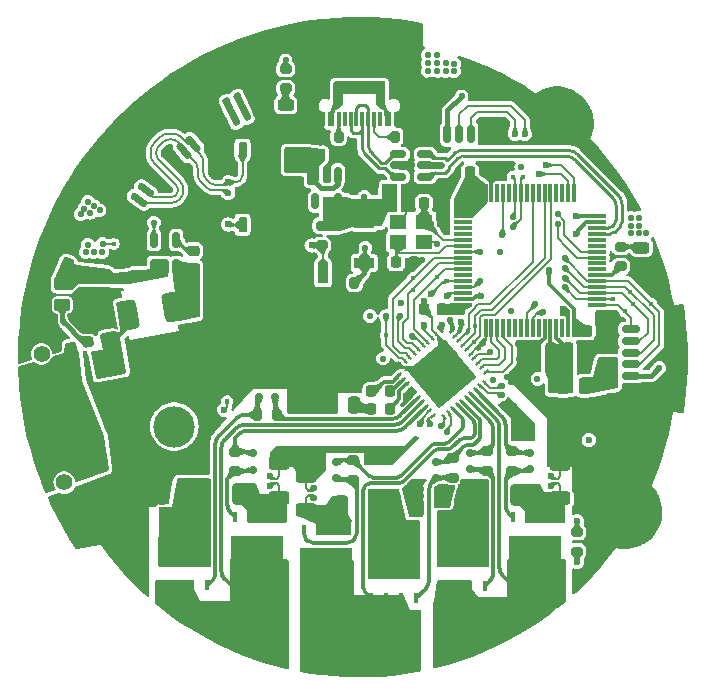
<source format=gtl>
%TF.GenerationSoftware,KiCad,Pcbnew,8.0.7*%
%TF.CreationDate,2025-07-12T21:06:10-07:00*%
%TF.ProjectId,FOCdriver,464f4364-7269-4766-9572-2e6b69636164,1.0*%
%TF.SameCoordinates,Original*%
%TF.FileFunction,Copper,L1,Top*%
%TF.FilePolarity,Positive*%
%FSLAX46Y46*%
G04 Gerber Fmt 4.6, Leading zero omitted, Abs format (unit mm)*
G04 Created by KiCad (PCBNEW 8.0.7) date 2025-07-12 21:06:10*
%MOMM*%
%LPD*%
G01*
G04 APERTURE LIST*
G04 Aperture macros list*
%AMRoundRect*
0 Rectangle with rounded corners*
0 $1 Rounding radius*
0 $2 $3 $4 $5 $6 $7 $8 $9 X,Y pos of 4 corners*
0 Add a 4 corners polygon primitive as box body*
4,1,4,$2,$3,$4,$5,$6,$7,$8,$9,$2,$3,0*
0 Add four circle primitives for the rounded corners*
1,1,$1+$1,$2,$3*
1,1,$1+$1,$4,$5*
1,1,$1+$1,$6,$7*
1,1,$1+$1,$8,$9*
0 Add four rect primitives between the rounded corners*
20,1,$1+$1,$2,$3,$4,$5,0*
20,1,$1+$1,$4,$5,$6,$7,0*
20,1,$1+$1,$6,$7,$8,$9,0*
20,1,$1+$1,$8,$9,$2,$3,0*%
%AMHorizOval*
0 Thick line with rounded ends*
0 $1 width*
0 $2 $3 position (X,Y) of the first rounded end (center of the circle)*
0 $4 $5 position (X,Y) of the second rounded end (center of the circle)*
0 Add line between two ends*
20,1,$1,$2,$3,$4,$5,0*
0 Add two circle primitives to create the rounded ends*
1,1,$1,$2,$3*
1,1,$1,$4,$5*%
%AMRotRect*
0 Rectangle, with rotation*
0 The origin of the aperture is its center*
0 $1 length*
0 $2 width*
0 $3 Rotation angle, in degrees counterclockwise*
0 Add horizontal line*
21,1,$1,$2,0,0,$3*%
G04 Aperture macros list end*
%TA.AperFunction,SMDPad,CuDef*%
%ADD10R,4.445000X3.760000*%
%TD*%
%TA.AperFunction,SMDPad,CuDef*%
%ADD11R,0.457200X0.965200*%
%TD*%
%TA.AperFunction,SMDPad,CuDef*%
%ADD12RoundRect,0.200000X0.200000X0.275000X-0.200000X0.275000X-0.200000X-0.275000X0.200000X-0.275000X0*%
%TD*%
%TA.AperFunction,SMDPad,CuDef*%
%ADD13RoundRect,0.250000X0.250000X0.475000X-0.250000X0.475000X-0.250000X-0.475000X0.250000X-0.475000X0*%
%TD*%
%TA.AperFunction,SMDPad,CuDef*%
%ADD14C,0.400000*%
%TD*%
%TA.AperFunction,SMDPad,CuDef*%
%ADD15RoundRect,0.225000X-0.250000X0.225000X-0.250000X-0.225000X0.250000X-0.225000X0.250000X0.225000X0*%
%TD*%
%TA.AperFunction,SMDPad,CuDef*%
%ADD16RoundRect,0.112500X-0.143350X0.165116X-0.078232X-0.204187X0.143350X-0.165116X0.078232X0.204187X0*%
%TD*%
%TA.AperFunction,SMDPad,CuDef*%
%ADD17C,0.200000*%
%TD*%
%TA.AperFunction,SMDPad,CuDef*%
%ADD18R,0.200000X0.400000*%
%TD*%
%TA.AperFunction,ComponentPad*%
%ADD19C,3.800000*%
%TD*%
%TA.AperFunction,SMDPad,CuDef*%
%ADD20RoundRect,0.150000X-0.408875X0.495930X-0.589419X0.256339X0.408875X-0.495930X0.589419X-0.256339X0*%
%TD*%
%TA.AperFunction,SMDPad,CuDef*%
%ADD21RoundRect,0.250000X-0.308478X0.670702X-0.729748X0.111657X0.308478X-0.670702X0.729748X-0.111657X0*%
%TD*%
%TA.AperFunction,SMDPad,CuDef*%
%ADD22RoundRect,0.225000X0.250000X-0.225000X0.250000X0.225000X-0.250000X0.225000X-0.250000X-0.225000X0*%
%TD*%
%TA.AperFunction,SMDPad,CuDef*%
%ADD23RoundRect,0.225000X0.225000X0.250000X-0.225000X0.250000X-0.225000X-0.250000X0.225000X-0.250000X0*%
%TD*%
%TA.AperFunction,SMDPad,CuDef*%
%ADD24RoundRect,0.200000X0.275000X-0.200000X0.275000X0.200000X-0.275000X0.200000X-0.275000X-0.200000X0*%
%TD*%
%TA.AperFunction,SMDPad,CuDef*%
%ADD25RoundRect,0.075000X-0.700000X-0.075000X0.700000X-0.075000X0.700000X0.075000X-0.700000X0.075000X0*%
%TD*%
%TA.AperFunction,SMDPad,CuDef*%
%ADD26RoundRect,0.075000X-0.075000X-0.700000X0.075000X-0.700000X0.075000X0.700000X-0.075000X0.700000X0*%
%TD*%
%TA.AperFunction,ComponentPad*%
%ADD27C,0.550000*%
%TD*%
%TA.AperFunction,ComponentPad*%
%ADD28C,1.800000*%
%TD*%
%TA.AperFunction,ComponentPad*%
%ADD29RoundRect,0.675000X1.575000X-1.575000X1.575000X1.575000X-1.575000X1.575000X-1.575000X-1.575000X0*%
%TD*%
%TA.AperFunction,SMDPad,CuDef*%
%ADD30RoundRect,0.150000X0.200000X-0.150000X0.200000X0.150000X-0.200000X0.150000X-0.200000X-0.150000X0*%
%TD*%
%TA.AperFunction,SMDPad,CuDef*%
%ADD31RoundRect,0.250000X-0.325000X-0.650000X0.325000X-0.650000X0.325000X0.650000X-0.325000X0.650000X0*%
%TD*%
%TA.AperFunction,SMDPad,CuDef*%
%ADD32RoundRect,0.225000X-0.225000X-0.250000X0.225000X-0.250000X0.225000X0.250000X-0.225000X0.250000X0*%
%TD*%
%TA.AperFunction,SMDPad,CuDef*%
%ADD33RoundRect,0.150000X0.150000X0.625000X-0.150000X0.625000X-0.150000X-0.625000X0.150000X-0.625000X0*%
%TD*%
%TA.AperFunction,SMDPad,CuDef*%
%ADD34RoundRect,0.250000X0.350000X0.650000X-0.350000X0.650000X-0.350000X-0.650000X0.350000X-0.650000X0*%
%TD*%
%TA.AperFunction,SMDPad,CuDef*%
%ADD35RoundRect,0.250000X-0.262500X-0.450000X0.262500X-0.450000X0.262500X0.450000X-0.262500X0.450000X0*%
%TD*%
%TA.AperFunction,SMDPad,CuDef*%
%ADD36RoundRect,0.243750X0.456250X-0.243750X0.456250X0.243750X-0.456250X0.243750X-0.456250X-0.243750X0*%
%TD*%
%TA.AperFunction,SMDPad,CuDef*%
%ADD37RoundRect,0.250000X0.325000X0.650000X-0.325000X0.650000X-0.325000X-0.650000X0.325000X-0.650000X0*%
%TD*%
%TA.AperFunction,SMDPad,CuDef*%
%ADD38RoundRect,0.114000X0.266000X0.521000X-0.266000X0.521000X-0.266000X-0.521000X0.266000X-0.521000X0*%
%TD*%
%TA.AperFunction,SMDPad,CuDef*%
%ADD39RoundRect,0.250000X-0.250000X-0.475000X0.250000X-0.475000X0.250000X0.475000X-0.250000X0.475000X0*%
%TD*%
%TA.AperFunction,SMDPad,CuDef*%
%ADD40RoundRect,0.150000X-0.512500X-0.150000X0.512500X-0.150000X0.512500X0.150000X-0.512500X0.150000X0*%
%TD*%
%TA.AperFunction,SMDPad,CuDef*%
%ADD41RoundRect,0.250000X0.625000X-0.312500X0.625000X0.312500X-0.625000X0.312500X-0.625000X-0.312500X0*%
%TD*%
%TA.AperFunction,SMDPad,CuDef*%
%ADD42RoundRect,0.250000X0.450000X-0.262500X0.450000X0.262500X-0.450000X0.262500X-0.450000X-0.262500X0*%
%TD*%
%TA.AperFunction,ComponentPad*%
%ADD43C,1.400000*%
%TD*%
%TA.AperFunction,ComponentPad*%
%ADD44RoundRect,0.770000X1.135287X-0.794936X0.794936X1.135287X-1.135287X0.794936X-0.794936X-1.135287X0*%
%TD*%
%TA.AperFunction,ComponentPad*%
%ADD45C,3.500000*%
%TD*%
%TA.AperFunction,SMDPad,CuDef*%
%ADD46R,0.600000X1.240000*%
%TD*%
%TA.AperFunction,SMDPad,CuDef*%
%ADD47R,0.300000X1.240000*%
%TD*%
%TA.AperFunction,ComponentPad*%
%ADD48O,1.000000X2.100000*%
%TD*%
%TA.AperFunction,ComponentPad*%
%ADD49O,1.000000X1.800000*%
%TD*%
%TA.AperFunction,SMDPad,CuDef*%
%ADD50RoundRect,0.200000X-0.275000X0.200000X-0.275000X-0.200000X0.275000X-0.200000X0.275000X0.200000X0*%
%TD*%
%TA.AperFunction,SMDPad,CuDef*%
%ADD51R,1.700000X0.900000*%
%TD*%
%TA.AperFunction,SMDPad,CuDef*%
%ADD52RoundRect,0.150000X-0.276753X0.580114X-0.509897X0.391318X0.276753X-0.580114X0.509897X-0.391318X0*%
%TD*%
%TA.AperFunction,SMDPad,CuDef*%
%ADD53RoundRect,0.250000X-0.137057X0.725407X-0.681059X0.284883X0.137057X-0.725407X0.681059X-0.284883X0*%
%TD*%
%TA.AperFunction,SMDPad,CuDef*%
%ADD54RoundRect,0.150000X-0.150000X-0.200000X0.150000X-0.200000X0.150000X0.200000X-0.150000X0.200000X0*%
%TD*%
%TA.AperFunction,SMDPad,CuDef*%
%ADD55RoundRect,0.150000X-0.128190X0.629835X-0.400083X0.503050X0.128190X-0.629835X0.400083X-0.503050X0*%
%TD*%
%TA.AperFunction,SMDPad,CuDef*%
%ADD56RoundRect,0.250000X0.042506X0.737016X-0.591910X0.441184X-0.042506X-0.737016X0.591910X-0.441184X0*%
%TD*%
%TA.AperFunction,SMDPad,CuDef*%
%ADD57RoundRect,0.150000X-0.150000X0.512500X-0.150000X-0.512500X0.150000X-0.512500X0.150000X0.512500X0*%
%TD*%
%TA.AperFunction,SMDPad,CuDef*%
%ADD58RoundRect,0.375000X0.217361X0.926825X-0.521245X0.796589X-0.217361X-0.926825X0.521245X-0.796589X0*%
%TD*%
%TA.AperFunction,SMDPad,CuDef*%
%ADD59RoundRect,0.250000X0.511196X-0.163719X0.424372X0.328685X-0.511196X0.163719X-0.424372X-0.328685X0*%
%TD*%
%TA.AperFunction,SMDPad,CuDef*%
%ADD60R,0.900000X1.700000*%
%TD*%
%TA.AperFunction,SMDPad,CuDef*%
%ADD61HorizOval,0.230000X0.141717X0.118915X-0.141717X-0.118915X0*%
%TD*%
%TA.AperFunction,SMDPad,CuDef*%
%ADD62HorizOval,0.230000X-0.118915X0.141717X0.118915X-0.141717X0*%
%TD*%
%TA.AperFunction,ComponentPad*%
%ADD63C,0.499999*%
%TD*%
%TA.AperFunction,SMDPad,CuDef*%
%ADD64RotRect,4.150000X4.150000X40.000000*%
%TD*%
%TA.AperFunction,SMDPad,CuDef*%
%ADD65R,1.400000X1.200000*%
%TD*%
%TA.AperFunction,SMDPad,CuDef*%
%ADD66RoundRect,0.225000X0.157969X-0.296936X0.311878X0.125926X-0.157969X0.296936X-0.311878X-0.125926X0*%
%TD*%
%TA.AperFunction,SMDPad,CuDef*%
%ADD67RoundRect,0.150000X0.625000X-0.150000X0.625000X0.150000X-0.625000X0.150000X-0.625000X-0.150000X0*%
%TD*%
%TA.AperFunction,SMDPad,CuDef*%
%ADD68RoundRect,0.208333X0.291667X-0.391667X0.291667X0.391667X-0.291667X0.391667X-0.291667X-0.391667X0*%
%TD*%
%TA.AperFunction,SMDPad,CuDef*%
%ADD69RoundRect,0.225000X0.285273X-0.178170X0.207131X0.264994X-0.285273X0.178170X-0.207131X-0.264994X0*%
%TD*%
%TA.AperFunction,SMDPad,CuDef*%
%ADD70RoundRect,0.200000X-0.200000X-0.275000X0.200000X-0.275000X0.200000X0.275000X-0.200000X0.275000X0*%
%TD*%
%TA.AperFunction,ViaPad*%
%ADD71C,0.550000*%
%TD*%
%TA.AperFunction,ViaPad*%
%ADD72C,0.600000*%
%TD*%
%TA.AperFunction,Conductor*%
%ADD73C,0.200000*%
%TD*%
%TA.AperFunction,Conductor*%
%ADD74C,0.300000*%
%TD*%
%TA.AperFunction,Conductor*%
%ADD75C,0.400000*%
%TD*%
%TA.AperFunction,Conductor*%
%ADD76C,0.284000*%
%TD*%
%TA.AperFunction,Conductor*%
%ADD77C,0.600000*%
%TD*%
%TA.AperFunction,Conductor*%
%ADD78C,0.350000*%
%TD*%
%TA.AperFunction,Conductor*%
%ADD79C,0.168100*%
%TD*%
G04 APERTURE END LIST*
D10*
%TO.P,Q5,1,D*%
%TO.N,DCBUS*%
X108745000Y-65775000D03*
D11*
X106840000Y-63429400D03*
X108110000Y-63429400D03*
X109380000Y-63429400D03*
X110650000Y-63429400D03*
%TO.P,Q5,2,G*%
%TO.N,Net-(D10-A)*%
X110650000Y-69220600D03*
%TO.P,Q5,3,S*%
%TO.N,SH_C*%
X106840000Y-69220600D03*
X108110000Y-69220600D03*
X109380000Y-69220600D03*
%TD*%
D10*
%TO.P,Q3,1,D*%
%TO.N,DCBUS*%
X102910000Y-66825000D03*
D11*
X101005000Y-64479400D03*
X102275000Y-64479400D03*
X103545000Y-64479400D03*
X104815000Y-64479400D03*
%TO.P,Q3,2,G*%
%TO.N,Net-(D8-A)*%
X104815000Y-70270600D03*
%TO.P,Q3,3,S*%
%TO.N,SH_B*%
X101005000Y-70270600D03*
X102275000Y-70270600D03*
X103545000Y-70270600D03*
%TD*%
D10*
%TO.P,Q1,1,D*%
%TO.N,DCBUS*%
X85205000Y-65770600D03*
D11*
X83300000Y-63425000D03*
X84570000Y-63425000D03*
X85840000Y-63425000D03*
X87110000Y-63425000D03*
%TO.P,Q1,2,G*%
%TO.N,Net-(D6-A)*%
X87110000Y-69216200D03*
%TO.P,Q1,3,S*%
%TO.N,SH_A*%
X83300000Y-69216200D03*
X84570000Y-69216200D03*
X85840000Y-69216200D03*
%TD*%
D10*
%TO.P,Q2,1,D*%
%TO.N,SH_A*%
X91360000Y-66870600D03*
D11*
X93265000Y-69216200D03*
X91995000Y-69216200D03*
X90725000Y-69216200D03*
X89455000Y-69216200D03*
%TO.P,Q2,2,G*%
%TO.N,Net-(D7-A)*%
X89455000Y-63425000D03*
%TO.P,Q2,3,S*%
%TO.N,Net-(Q2-S)*%
X93265000Y-63425000D03*
X91995000Y-63425000D03*
X90725000Y-63425000D03*
%TD*%
D10*
%TO.P,Q6,1,D*%
%TO.N,SH_C*%
X114865000Y-66875000D03*
D11*
X116770000Y-69220600D03*
X115500000Y-69220600D03*
X114230000Y-69220600D03*
X112960000Y-69220600D03*
%TO.P,Q6,2,G*%
%TO.N,Net-(D11-A)*%
X112960000Y-63429400D03*
%TO.P,Q6,3,S*%
%TO.N,Net-(Q6-S)*%
X116770000Y-63429400D03*
X115500000Y-63429400D03*
X114230000Y-63429400D03*
%TD*%
D10*
%TO.P,Q4,1,D*%
%TO.N,SH_B*%
X97200000Y-67925000D03*
D11*
X99105000Y-70270600D03*
X97835000Y-70270600D03*
X96565000Y-70270600D03*
X95295000Y-70270600D03*
%TO.P,Q4,2,G*%
%TO.N,Net-(D9-A)*%
X95295000Y-64479400D03*
%TO.P,Q4,3,S*%
%TO.N,Net-(Q4-S)*%
X99105000Y-64479400D03*
X97835000Y-64479400D03*
X96565000Y-64479400D03*
%TD*%
D12*
%TO.P,R5,1*%
%TO.N,Net-(J1-CC2)*%
X98245000Y-31225000D03*
%TO.P,R5,2*%
%TO.N,GND*%
X96595000Y-31225000D03*
%TD*%
D13*
%TO.P,C48,1*%
%TO.N,DCBUS*%
X99540000Y-53960000D03*
%TO.P,C48,2*%
%TO.N,GND*%
X97640000Y-53960000D03*
%TD*%
D14*
%TO.P,TP22,1,1*%
%TO.N,SPI2_SCK*%
X123125000Y-45375000D03*
%TD*%
%TO.P,TP24,1,1*%
%TO.N,nFAULT*%
X110100000Y-49125000D03*
%TD*%
D15*
%TO.P,C22,1*%
%TO.N,Net-(U7-EN)*%
X78100000Y-43225000D03*
%TO.P,C22,2*%
%TO.N,GND*%
X78100000Y-44775000D03*
%TD*%
D16*
%TO.P,D2,1,K*%
%TO.N,Net-(D2-K)*%
X74985338Y-46931904D03*
%TO.P,D2,2,A*%
%TO.N,DCBUS*%
X75350000Y-49000000D03*
%TD*%
D17*
%TO.P,NT2,1,1*%
%TO.N,SA_N*%
X93220295Y-59975000D03*
D18*
X93220295Y-59775000D03*
D17*
%TO.P,NT2,2,2*%
%TO.N,GND*%
X93220295Y-59575000D03*
%TD*%
D19*
%TO.P,H1,1*%
%TO.N,GND*%
X122516661Y-63000000D03*
%TD*%
D20*
%TO.P,J11,1,Pin_1*%
%TO.N,CAN+*%
X81932291Y-35758935D03*
%TO.P,J11,2,Pin_2*%
%TO.N,CAN-*%
X81330476Y-36557572D03*
D21*
%TO.P,J11,MP,MountPin*%
%TO.N,GND*%
X79619937Y-32388677D03*
X77453403Y-35263765D03*
%TD*%
D14*
%TO.P,TP6,1,1*%
%TO.N,GND*%
X120800000Y-49100000D03*
%TD*%
D19*
%TO.P,H3,1*%
%TO.N,GND*%
X116712478Y-30082844D03*
%TD*%
D22*
%TO.P,C54,1*%
%TO.N,DVCC*%
X99675000Y-36900000D03*
%TO.P,C54,2*%
%TO.N,GND*%
X99675000Y-35350000D03*
%TD*%
D23*
%TO.P,C1,1*%
%TO.N,DVCC*%
X108450000Y-36825000D03*
%TO.P,C1,2*%
%TO.N,GND*%
X106900000Y-36825000D03*
%TD*%
D24*
%TO.P,R14,1*%
%TO.N,LED_IND*%
X122125000Y-42175000D03*
%TO.P,R14,2*%
%TO.N,Net-(D5-A)*%
X122125000Y-40525000D03*
%TD*%
D25*
%TO.P,U1,1,VBAT*%
%TO.N,DVCC*%
X108750000Y-37950000D03*
%TO.P,U1,2,PC13*%
%TO.N,unconnected-(U1-PC13-Pad2)*%
X108750000Y-38450000D03*
%TO.P,U1,3,PC14*%
%TO.N,unconnected-(U1-PC14-Pad3)*%
X108750000Y-38950000D03*
%TO.P,U1,4,PC15*%
%TO.N,unconnected-(U1-PC15-Pad4)*%
X108750000Y-39450000D03*
%TO.P,U1,5,PF0*%
%TO.N,Net-(U1-PF0)*%
X108750000Y-39950000D03*
%TO.P,U1,6,PF1*%
%TO.N,Net-(U1-PF1)*%
X108750000Y-40450000D03*
%TO.P,U1,7,PG10*%
%TO.N,NRST*%
X108750000Y-40950000D03*
%TO.P,U1,8,PC0*%
%TO.N,INHC*%
X108750000Y-41450000D03*
%TO.P,U1,9,PC1*%
%TO.N,INHB*%
X108750000Y-41950000D03*
%TO.P,U1,10,PC2*%
%TO.N,INHA*%
X108750000Y-42450000D03*
%TO.P,U1,11,PC3*%
%TO.N,unconnected-(U1-PC3-Pad11)*%
X108750000Y-42950000D03*
%TO.P,U1,12,PA0*%
%TO.N,CAL*%
X108750000Y-43450000D03*
%TO.P,U1,13,PA1*%
%TO.N,DR_EN*%
X108750000Y-43950000D03*
%TO.P,U1,14,PA2*%
%TO.N,DR_CS*%
X108750000Y-44450000D03*
%TO.P,U1,15,VSS*%
%TO.N,GND*%
X108750000Y-44950000D03*
%TO.P,U1,16,VDD*%
%TO.N,DVCC*%
X108750000Y-45450000D03*
D26*
%TO.P,U1,17,PA3*%
%TO.N,nFAULT*%
X110675000Y-47375000D03*
%TO.P,U1,18,PA4*%
%TO.N,SOA*%
X111175000Y-47375000D03*
%TO.P,U1,19,PA5*%
%TO.N,SOB*%
X111675000Y-47375000D03*
%TO.P,U1,20,PA6*%
%TO.N,SOC*%
X112175000Y-47375000D03*
%TO.P,U1,21,PA7*%
%TO.N,unconnected-(U1-PA7-Pad21)*%
X112675000Y-47375000D03*
%TO.P,U1,22,PC4*%
%TO.N,unconnected-(U1-PC4-Pad22)*%
X113175000Y-47375000D03*
%TO.P,U1,23,PC5*%
%TO.N,unconnected-(U1-PC5-Pad23)*%
X113675000Y-47375000D03*
%TO.P,U1,24,PB0*%
%TO.N,TEMP_Sense*%
X114175000Y-47375000D03*
%TO.P,U1,25,PB1*%
%TO.N,VBAT_Sense*%
X114675000Y-47375000D03*
%TO.P,U1,26,PB2*%
%TO.N,unconnected-(U1-PB2-Pad26)*%
X115175000Y-47375000D03*
%TO.P,U1,27,VSSA*%
%TO.N,GND*%
X115675000Y-47375000D03*
%TO.P,U1,28,VREF+*%
%TO.N,VREF*%
X116175000Y-47375000D03*
%TO.P,U1,29,VDDA*%
X116675000Y-47375000D03*
%TO.P,U1,30,PB10*%
%TO.N,unconnected-(U1-PB10-Pad30)*%
X117175000Y-47375000D03*
%TO.P,U1,31,VSS*%
%TO.N,GND*%
X117675000Y-47375000D03*
%TO.P,U1,32,VDD*%
%TO.N,DVCC*%
X118175000Y-47375000D03*
D25*
%TO.P,U1,33,PB11*%
%TO.N,AUX_CS_SPI2*%
X120100000Y-45450000D03*
%TO.P,U1,34,PB12*%
%TO.N,Encoder_CS*%
X120100000Y-44950000D03*
%TO.P,U1,35,PB13*%
%TO.N,SPI2_SCK*%
X120100000Y-44450000D03*
%TO.P,U1,36,PB14*%
%TO.N,SPI2_MISO*%
X120100000Y-43950000D03*
%TO.P,U1,37,PB15*%
%TO.N,SPI2_MOSI*%
X120100000Y-43450000D03*
%TO.P,U1,38,PC6*%
%TO.N,LED_IND*%
X120100000Y-42950000D03*
%TO.P,U1,39,PC7*%
%TO.N,unconnected-(U1-PC7-Pad39)*%
X120100000Y-42450000D03*
%TO.P,U1,40,PC8*%
%TO.N,unconnected-(U1-PC8-Pad40)*%
X120100000Y-41950000D03*
%TO.P,U1,41,PC9*%
%TO.N,I2C3_SDA*%
X120100000Y-41450000D03*
%TO.P,U1,42,PA8*%
%TO.N,I2C3_SCL*%
X120100000Y-40950000D03*
%TO.P,U1,43,PA9*%
%TO.N,USART_TX*%
X120100000Y-40450000D03*
%TO.P,U1,44,PA10*%
%TO.N,USART_RX*%
X120100000Y-39950000D03*
%TO.P,U1,45,PA11*%
%TO.N,USB_D-*%
X120100000Y-39450000D03*
%TO.P,U1,46,PA12*%
%TO.N,USB_D+*%
X120100000Y-38950000D03*
%TO.P,U1,47,VSS*%
%TO.N,GND*%
X120100000Y-38450000D03*
%TO.P,U1,48,VDD*%
%TO.N,DVCC*%
X120100000Y-37950000D03*
D26*
%TO.P,U1,49,PA13*%
%TO.N,SWDIO*%
X118175000Y-36025000D03*
%TO.P,U1,50,PA14*%
%TO.N,SWCLK*%
X117675000Y-36025000D03*
%TO.P,U1,51,PA15*%
%TO.N,unconnected-(U1-PA15-Pad51)*%
X117175000Y-36025000D03*
%TO.P,U1,52,PC10*%
%TO.N,unconnected-(U1-PC10-Pad52)*%
X116675000Y-36025000D03*
%TO.P,U1,53,PC11*%
%TO.N,SPI3_MISO*%
X116175000Y-36025000D03*
%TO.P,U1,54,PC12*%
%TO.N,SPI3_MOSI*%
X115675000Y-36025000D03*
%TO.P,U1,55,PD2*%
%TO.N,unconnected-(U1-PD2-Pad55)*%
X115175000Y-36025000D03*
%TO.P,U1,56,PB3*%
%TO.N,SPI3_SCK*%
X114675000Y-36025000D03*
%TO.P,U1,57,PB4*%
%TO.N,unconnected-(U1-PB4-Pad57)*%
X114175000Y-36025000D03*
%TO.P,U1,58,PB5*%
%TO.N,CAN_RX*%
X113675000Y-36025000D03*
%TO.P,U1,59,PB6*%
%TO.N,CAN_TX*%
X113175000Y-36025000D03*
%TO.P,U1,60,PB7*%
%TO.N,unconnected-(U1-PB7-Pad60)*%
X112675000Y-36025000D03*
%TO.P,U1,61,PB8*%
%TO.N,BOOT0*%
X112175000Y-36025000D03*
%TO.P,U1,62,PB9*%
%TO.N,unconnected-(U1-PB9-Pad62)*%
X111675000Y-36025000D03*
%TO.P,U1,63,VSS*%
%TO.N,GND*%
X111175000Y-36025000D03*
%TO.P,U1,64,VDD*%
%TO.N,DVCC*%
X110675000Y-36025000D03*
%TD*%
D27*
%TO.P,J4,1,Pin_1*%
%TO.N,SH_A*%
X91150000Y-74450000D03*
X91650000Y-74450000D03*
X92150000Y-74450000D03*
X91150000Y-74050000D03*
X91650000Y-74050000D03*
X92150000Y-74050000D03*
D28*
X90300000Y-73825000D03*
X93000000Y-73825000D03*
D27*
X91150000Y-73650000D03*
X91650000Y-73650000D03*
X92150000Y-73650000D03*
X89675000Y-72975000D03*
X90075000Y-72975000D03*
X90475000Y-72975000D03*
X92825000Y-72975000D03*
X93225000Y-72975000D03*
X93625000Y-72975000D03*
X89675000Y-72475000D03*
X90075000Y-72475000D03*
X90475000Y-72475000D03*
D29*
X91650000Y-72475000D03*
D27*
X92825000Y-72475000D03*
X93225000Y-72475000D03*
X93625000Y-72475000D03*
X89675000Y-71975000D03*
X90075000Y-71975000D03*
X90475000Y-71975000D03*
X92825000Y-71975000D03*
X93225000Y-71975000D03*
X93625000Y-71975000D03*
X91150000Y-71300000D03*
X91650000Y-71300000D03*
X92150000Y-71300000D03*
D28*
X90300000Y-71125000D03*
X93000000Y-71125000D03*
D27*
X91150000Y-70900000D03*
X91650000Y-70900000D03*
X92150000Y-70900000D03*
X91150000Y-70500000D03*
X91650000Y-70500000D03*
X92150000Y-70500000D03*
%TD*%
D30*
%TO.P,D7,1,K*%
%TO.N,GL_A*%
X90950000Y-58005000D03*
%TO.P,D7,2,A*%
%TO.N,Net-(D7-A)*%
X90950000Y-59405000D03*
%TD*%
D23*
%TO.P,C4,1*%
%TO.N,DVCC*%
X107000000Y-45825000D03*
%TO.P,C4,2*%
%TO.N,GND*%
X105450000Y-45825000D03*
%TD*%
D14*
%TO.P,TP14,1,1*%
%TO.N,SPI3_SCK*%
X109200000Y-47700000D03*
%TD*%
D24*
%TO.P,R1,1*%
%TO.N,NRST*%
X96800000Y-40400000D03*
%TO.P,R1,2*%
%TO.N,DVCC*%
X96800000Y-38750000D03*
%TD*%
D14*
%TO.P,TP16,1,1*%
%TO.N,CAL*%
X107350000Y-43450000D03*
%TD*%
D31*
%TO.P,C58,1*%
%TO.N,Net-(Q4-S)*%
X98470000Y-62520600D03*
%TO.P,C58,2*%
%TO.N,DCBUS*%
X101420000Y-62520600D03*
%TD*%
D30*
%TO.P,D10,1,K*%
%TO.N,GH_C*%
X109350000Y-57979400D03*
%TO.P,D10,2,A*%
%TO.N,Net-(D10-A)*%
X109350000Y-59379400D03*
%TD*%
D14*
%TO.P,TP17,1,1*%
%TO.N,DR_EN*%
X102250000Y-48050000D03*
%TD*%
D32*
%TO.P,C9,1*%
%TO.N,VREF*%
X117625000Y-50580000D03*
%TO.P,C9,2*%
%TO.N,GND*%
X119175000Y-50580000D03*
%TD*%
D33*
%TO.P,J2,1,Pin_1*%
%TO.N,GND*%
X110450000Y-31000000D03*
%TO.P,J2,2,Pin_2*%
%TO.N,SWCLK*%
X109450000Y-31000000D03*
%TO.P,J2,3,Pin_3*%
%TO.N,SWDIO*%
X108450000Y-31000000D03*
%TO.P,J2,4,Pin_4*%
%TO.N,4V5*%
X107450000Y-31000000D03*
D34*
%TO.P,J2,MP,MountPin*%
%TO.N,GND*%
X111750000Y-27125000D03*
X106150000Y-27125000D03*
%TD*%
D15*
%TO.P,C46,1*%
%TO.N,AVCC*%
X120625000Y-52075000D03*
%TO.P,C46,2*%
%TO.N,GND*%
X120625000Y-53625000D03*
%TD*%
D35*
%TO.P,FB2,1*%
%TO.N,VREF*%
X117237500Y-52300000D03*
%TO.P,FB2,2*%
%TO.N,AVCC*%
X119062500Y-52300000D03*
%TD*%
D24*
%TO.P,R19,1*%
%TO.N,Net-(D9-A)*%
X99490000Y-60250000D03*
%TO.P,R19,2*%
%TO.N,GL_B*%
X99490000Y-58600000D03*
%TD*%
D32*
%TO.P,C3,1*%
%TO.N,DVCC*%
X119275000Y-47675000D03*
%TO.P,C3,2*%
%TO.N,GND*%
X120825000Y-47675000D03*
%TD*%
D14*
%TO.P,TP26,1,1*%
%TO.N,CAN_TX*%
X112975000Y-34600000D03*
%TD*%
D30*
%TO.P,D8,1,K*%
%TO.N,GH_B*%
X106450000Y-58747500D03*
%TO.P,D8,2,A*%
%TO.N,Net-(D8-A)*%
X106450000Y-60147500D03*
%TD*%
D36*
%TO.P,D4,1,K*%
%TO.N,GND*%
X93750000Y-30408750D03*
%TO.P,D4,2,A*%
%TO.N,Net-(D4-A)*%
X93750000Y-28533750D03*
%TD*%
D37*
%TO.P,C60,1*%
%TO.N,Net-(Q6-S)*%
X113325000Y-61520600D03*
%TO.P,C60,2*%
%TO.N,DCBUS*%
X110375000Y-61520600D03*
%TD*%
D38*
%TO.P,SW1,1*%
%TO.N,CAN+*%
X90100000Y-32315000D03*
%TO.P,SW1,2*%
%TO.N,Net-(R3-Pad2)*%
X90100000Y-38665000D03*
%TD*%
D14*
%TO.P,TP11,1,1*%
%TO.N,INHC*%
X104500000Y-43200000D03*
%TD*%
D12*
%TO.P,R2,1*%
%TO.N,GND*%
X101225000Y-43600000D03*
%TO.P,R2,2*%
%TO.N,BOOT0*%
X99575000Y-43600000D03*
%TD*%
D32*
%TO.P,C53,1*%
%TO.N,4V5*%
X96650000Y-32750000D03*
%TO.P,C53,2*%
%TO.N,GND*%
X98200000Y-32750000D03*
%TD*%
D19*
%TO.P,H2,1*%
%TO.N,GND*%
X77483340Y-63000000D03*
%TD*%
D39*
%TO.P,C61,1*%
%TO.N,GND*%
X106820000Y-61720600D03*
%TO.P,C61,2*%
%TO.N,DCBUS*%
X108720000Y-61720600D03*
%TD*%
D40*
%TO.P,U4,1,I/O1*%
%TO.N,/D-*%
X103292500Y-32700000D03*
%TO.P,U4,2,GND*%
%TO.N,GND*%
X103292500Y-33650000D03*
%TO.P,U4,3,I/O2*%
%TO.N,/D+*%
X103292500Y-34600000D03*
%TO.P,U4,4,I/O2*%
%TO.N,USB_D+*%
X105567500Y-34600000D03*
%TO.P,U4,5,VBUS*%
%TO.N,Net-(D1-A)*%
X105567500Y-33650000D03*
%TO.P,U4,6,I/O1*%
%TO.N,USB_D-*%
X105567500Y-32700000D03*
%TD*%
D32*
%TO.P,C44,1*%
%TO.N,Net-(U3-CPL)*%
X101010000Y-52790000D03*
%TO.P,C44,2*%
%TO.N,Net-(U3-CPH)*%
X102559998Y-52790000D03*
%TD*%
D41*
%TO.P,R17,1*%
%TO.N,Net-(Q2-S)*%
X93220295Y-61775000D03*
%TO.P,R17,2*%
%TO.N,GND*%
X93220295Y-58850000D03*
%TD*%
D42*
%TO.P,FB1,1*%
%TO.N,Net-(D2-K)*%
X74850000Y-45450000D03*
%TO.P,FB1,2*%
%TO.N,Net-(U7-EN)*%
X74850000Y-43625000D03*
%TD*%
D43*
%TO.P,J3,*%
%TO.N,*%
X75001225Y-60451900D03*
X73091095Y-49619015D03*
D44*
%TO.P,J3,1,Pin_1*%
%TO.N,GND*%
X83460117Y-50836956D03*
D45*
%TO.P,J3,2,Pin_2*%
%TO.N,DCBUS*%
X84328358Y-55760995D03*
%TD*%
D27*
%TO.P,J5,1,Pin_1*%
%TO.N,SH_B*%
X99500000Y-75600000D03*
X100000000Y-75600000D03*
X100500000Y-75600000D03*
X99500000Y-75200000D03*
X100000000Y-75200000D03*
X100500000Y-75200000D03*
D28*
X98650000Y-74975000D03*
X101350000Y-74975000D03*
D27*
X99500000Y-74800000D03*
X100000000Y-74800000D03*
X100500000Y-74800000D03*
X98025000Y-74125000D03*
X98425000Y-74125000D03*
X98825000Y-74125000D03*
X101175000Y-74125000D03*
X101575000Y-74125000D03*
X101975000Y-74125000D03*
X98025000Y-73625000D03*
X98425000Y-73625000D03*
X98825000Y-73625000D03*
D29*
X100000000Y-73625000D03*
D27*
X101175000Y-73625000D03*
X101575000Y-73625000D03*
X101975000Y-73625000D03*
X98025000Y-73125000D03*
X98425000Y-73125000D03*
X98825000Y-73125000D03*
X101175000Y-73125000D03*
X101575000Y-73125000D03*
X101975000Y-73125000D03*
X99500000Y-72450000D03*
X100000000Y-72450000D03*
X100500000Y-72450000D03*
D28*
X98650000Y-72275000D03*
X101350000Y-72275000D03*
D27*
X99500000Y-72050000D03*
X100000000Y-72050000D03*
X100500000Y-72050000D03*
X99500000Y-71650000D03*
X100000000Y-71650000D03*
X100500000Y-71650000D03*
%TD*%
D32*
%TO.P,C6,1*%
%TO.N,Net-(U1-PF1)*%
X103100000Y-41850000D03*
%TO.P,C6,2*%
%TO.N,GND*%
X104650000Y-41850000D03*
%TD*%
D46*
%TO.P,J1,A1,GND*%
%TO.N,GND*%
X103200000Y-29725000D03*
%TO.P,J1,A4,VBUS*%
%TO.N,Net-(D1-A)*%
X102400000Y-29725000D03*
D47*
%TO.P,J1,A5,CC1*%
%TO.N,Net-(J1-CC1)*%
X101250000Y-29725000D03*
%TO.P,J1,A6,D+*%
%TO.N,/D+*%
X100250000Y-29725000D03*
%TO.P,J1,A7,D-*%
%TO.N,/D-*%
X99750000Y-29725000D03*
%TO.P,J1,A8,SBU1*%
%TO.N,unconnected-(J1-SBU1-PadA8)*%
X98750000Y-29725000D03*
D46*
%TO.P,J1,A9,VBUS*%
%TO.N,Net-(D1-A)*%
X97600000Y-29725000D03*
%TO.P,J1,A12,GND*%
%TO.N,GND*%
X96800000Y-29725000D03*
%TO.P,J1,B1,GND*%
X96800000Y-29725000D03*
%TO.P,J1,B4,VBUS*%
%TO.N,Net-(D1-A)*%
X97600000Y-29725000D03*
D47*
%TO.P,J1,B5,CC2*%
%TO.N,Net-(J1-CC2)*%
X98250000Y-29725000D03*
%TO.P,J1,B6,D+*%
%TO.N,/D+*%
X99250000Y-29725000D03*
%TO.P,J1,B7,D-*%
%TO.N,/D-*%
X100750000Y-29725000D03*
%TO.P,J1,B8,SBU2*%
%TO.N,unconnected-(J1-SBU2-PadB8)*%
X101750000Y-29725000D03*
D46*
%TO.P,J1,B9,VBUS*%
%TO.N,Net-(D1-A)*%
X102400000Y-29725000D03*
%TO.P,J1,B12,GND*%
%TO.N,GND*%
X103200000Y-29725000D03*
D48*
%TO.P,J1,S1,SHIELD*%
X104320000Y-29125000D03*
D49*
X104320000Y-24925000D03*
D48*
X95680000Y-29125000D03*
D49*
X95680000Y-24925000D03*
%TD*%
D17*
%TO.P,NT1,1,1*%
%TO.N,SA_P*%
X93220295Y-60775000D03*
D18*
X93220295Y-60975000D03*
D17*
%TO.P,NT1,2,2*%
%TO.N,Net-(Q2-S)*%
X93220295Y-61175000D03*
%TD*%
D32*
%TO.P,C47,1*%
%TO.N,DCBUS*%
X101010000Y-54260000D03*
%TO.P,C47,2*%
%TO.N,Net-(U3-VCP)*%
X102560002Y-54260000D03*
%TD*%
D50*
%TO.P,R13,1*%
%TO.N,4V5*%
X93750000Y-25478750D03*
%TO.P,R13,2*%
%TO.N,Net-(D4-A)*%
X93750000Y-27128750D03*
%TD*%
D15*
%TO.P,C18,1*%
%TO.N,Net-(U7-BST)*%
X85975000Y-40875000D03*
%TO.P,C18,2*%
%TO.N,Net-(U7-SW)*%
X85975000Y-42425000D03*
%TD*%
D24*
%TO.P,R18,1*%
%TO.N,Net-(D8-A)*%
X107880000Y-60075000D03*
%TO.P,R18,2*%
%TO.N,GH_B*%
X107880000Y-58425000D03*
%TD*%
D39*
%TO.P,C57,1*%
%TO.N,GND*%
X83260000Y-61620600D03*
%TO.P,C57,2*%
%TO.N,DCBUS*%
X85160000Y-61620600D03*
%TD*%
D32*
%TO.P,C8,1*%
%TO.N,GND*%
X114650000Y-49125000D03*
%TO.P,C8,2*%
%TO.N,VREF*%
X116200000Y-49125000D03*
%TD*%
D41*
%TO.P,R23,1*%
%TO.N,Net-(Q6-S)*%
X116975000Y-61845600D03*
%TO.P,R23,2*%
%TO.N,GND*%
X116975000Y-58920600D03*
%TD*%
D51*
%TO.P,SW2(B3U-1000)1,1,1*%
%TO.N,BOOT0*%
X100425000Y-41900000D03*
%TO.P,SW2(B3U-1000)1,2,2*%
%TO.N,DVCC*%
X100425000Y-38500000D03*
%TD*%
D27*
%TO.P,J6,1,Pin_1*%
%TO.N,SH_C*%
X108150000Y-74475000D03*
X108650000Y-74475000D03*
X109150000Y-74475000D03*
X108150000Y-74075000D03*
X108650000Y-74075000D03*
X109150000Y-74075000D03*
D28*
X107300000Y-73850000D03*
X110000000Y-73850000D03*
D27*
X108150000Y-73675000D03*
X108650000Y-73675000D03*
X109150000Y-73675000D03*
X106675000Y-73000000D03*
X107075000Y-73000000D03*
X107475000Y-73000000D03*
X109825000Y-73000000D03*
X110225000Y-73000000D03*
X110625000Y-73000000D03*
X106675000Y-72500000D03*
X107075000Y-72500000D03*
X107475000Y-72500000D03*
D29*
X108650000Y-72500000D03*
D27*
X109825000Y-72500000D03*
X110225000Y-72500000D03*
X110625000Y-72500000D03*
X106675000Y-72000000D03*
X107075000Y-72000000D03*
X107475000Y-72000000D03*
X109825000Y-72000000D03*
X110225000Y-72000000D03*
X110625000Y-72000000D03*
X108150000Y-71325000D03*
X108650000Y-71325000D03*
X109150000Y-71325000D03*
D28*
X107300000Y-71150000D03*
X110000000Y-71150000D03*
D27*
X108150000Y-70925000D03*
X108650000Y-70925000D03*
X109150000Y-70925000D03*
X108150000Y-70525000D03*
X108650000Y-70525000D03*
X109150000Y-70525000D03*
%TD*%
D52*
%TO.P,J10,1,Pin_1*%
%TO.N,CAN+*%
X85914204Y-31810983D03*
%TO.P,J10,2,Pin_2*%
%TO.N,CAN-*%
X85137058Y-32440303D03*
D53*
%TO.P,J10,MP,MountPin*%
%TO.N,GND*%
X84485877Y-27981426D03*
X81688152Y-30246979D03*
%TD*%
D14*
%TO.P,TP9,1,1*%
%TO.N,INHA*%
X106600000Y-43100000D03*
%TD*%
D54*
%TO.P,D6,1,K*%
%TO.N,GH_A*%
X92875000Y-53285000D03*
%TO.P,D6,2,A*%
%TO.N,Net-(D6-A)*%
X91475000Y-53285000D03*
%TD*%
D14*
%TO.P,TP7,1,1*%
%TO.N,DVCC*%
X98200000Y-38200000D03*
%TD*%
%TO.P,TP13,1,1*%
%TO.N,SPI3_MOSI*%
X109775000Y-47275000D03*
%TD*%
D22*
%TO.P,C55,1*%
%TO.N,DVCC*%
X101175000Y-36900000D03*
%TO.P,C55,2*%
%TO.N,GND*%
X101175000Y-35350000D03*
%TD*%
D24*
%TO.P,R16,1*%
%TO.N,Net-(D7-A)*%
X89468600Y-59525000D03*
%TO.P,R16,2*%
%TO.N,GL_A*%
X89468600Y-57875000D03*
%TD*%
D55*
%TO.P,J9,1,Pin_1*%
%TO.N,GND*%
X91186087Y-28732302D03*
%TO.P,J9,2,Pin_2*%
%TO.N,I2C3_SDA*%
X90279780Y-29154921D03*
%TO.P,J9,3,Pin_3*%
%TO.N,I2C3_SCL*%
X89373472Y-29577539D03*
D56*
%TO.P,J9,MP,MountPin*%
%TO.N,GND*%
X90726642Y-24670956D03*
X86557626Y-26615000D03*
%TD*%
D14*
%TO.P,TP1,1,1*%
%TO.N,DCBUS*%
X88800000Y-53600000D03*
%TD*%
D37*
%TO.P,C56,1*%
%TO.N,Net-(Q2-S)*%
X89775000Y-61470600D03*
%TO.P,C56,2*%
%TO.N,DCBUS*%
X86825000Y-61470600D03*
%TD*%
D30*
%TO.P,D11,1,K*%
%TO.N,GL_C*%
X114400000Y-57975000D03*
%TO.P,D11,2,A*%
%TO.N,Net-(D11-A)*%
X114400000Y-59375000D03*
%TD*%
D14*
%TO.P,TP10,1,1*%
%TO.N,INHB*%
X104500000Y-44200000D03*
%TD*%
D57*
%TO.P,U7,1,BST*%
%TO.N,Net-(U7-BST)*%
X84500000Y-39975002D03*
%TO.P,U7,2,GND*%
%TO.N,GND*%
X83550000Y-39975001D03*
%TO.P,U7,3,FB*%
%TO.N,Net-(U7-FB)*%
X82600000Y-39975001D03*
%TO.P,U7,4,EN*%
%TO.N,Net-(U7-EN)*%
X82600000Y-42250000D03*
%TO.P,U7,5,VIN*%
X83550000Y-42250001D03*
%TO.P,U7,6,SW*%
%TO.N,Net-(U7-SW)*%
X84500000Y-42250001D03*
%TD*%
D14*
%TO.P,TP27,1,1*%
%TO.N,CAN_RX*%
X113825000Y-34600000D03*
%TD*%
D58*
%TO.P,L1,1*%
%TO.N,Net-(U7-SW)*%
X84093788Y-45657502D03*
%TO.P,L1,2*%
%TO.N,5V*%
X80450000Y-46300000D03*
%TD*%
D32*
%TO.P,C51,1*%
%TO.N,DVCC*%
X109350000Y-34225000D03*
%TO.P,C51,2*%
%TO.N,GND*%
X110900000Y-34225000D03*
%TD*%
D30*
%TO.P,D9,1,K*%
%TO.N,GL_B*%
X98020000Y-58745000D03*
%TO.P,D9,2,A*%
%TO.N,Net-(D9-A)*%
X98020000Y-60145000D03*
%TD*%
D14*
%TO.P,TP25,1,1*%
%TO.N,Encoder_CS*%
X121500000Y-44950000D03*
%TD*%
%TO.P,TP2,1,1*%
%TO.N,GND*%
X88800000Y-52100000D03*
%TD*%
%TO.P,TP15,1,1*%
%TO.N,DR_CS*%
X108536210Y-47525224D03*
%TD*%
D57*
%TO.P,U6,1,IN*%
%TO.N,4V5*%
X98175000Y-34425000D03*
%TO.P,U6,2,GND*%
%TO.N,GND*%
X97225000Y-34425000D03*
%TO.P,U6,3,EN*%
%TO.N,4V5*%
X96275000Y-34425000D03*
%TO.P,U6,4,NC*%
%TO.N,unconnected-(U6-NC-Pad4)*%
X96275000Y-36700000D03*
%TO.P,U6,5,OUT*%
%TO.N,DVCC*%
X98175000Y-36700000D03*
%TD*%
D24*
%TO.P,R21,1*%
%TO.N,Net-(D10-A)*%
X110820000Y-59500000D03*
%TO.P,R21,2*%
%TO.N,GH_C*%
X110820000Y-57850000D03*
%TD*%
D12*
%TO.P,R4,1*%
%TO.N,GND*%
X104675000Y-31225000D03*
%TO.P,R4,2*%
%TO.N,Net-(J1-CC1)*%
X103025000Y-31225000D03*
%TD*%
D14*
%TO.P,TP8,1,1*%
%TO.N,GND*%
X95400000Y-38200000D03*
%TD*%
%TO.P,TP20,1,1*%
%TO.N,SPI2_MISO*%
X122875000Y-44350000D03*
%TD*%
D50*
%TO.P,TH1,1*%
%TO.N,AVCC*%
X118420000Y-64695000D03*
%TO.P,TH1,2*%
%TO.N,TEMP_Sense*%
X118420000Y-66345000D03*
%TD*%
D17*
%TO.P,NT4,1,1*%
%TO.N,SB_N*%
X95505000Y-60975000D03*
D18*
X95505000Y-60775000D03*
D17*
%TO.P,NT4,2,2*%
%TO.N,GND*%
X95505000Y-60575000D03*
%TD*%
D59*
%TO.P,C19,1*%
%TO.N,5V*%
X78779932Y-48221134D03*
%TO.P,C19,2*%
%TO.N,GND*%
X78450000Y-46350000D03*
%TD*%
D60*
%TO.P,SW1(B3U-1000)1,1,1*%
%TO.N,NRST*%
X96900000Y-42800000D03*
%TO.P,SW1(B3U-1000)1,2,2*%
%TO.N,GND*%
X93500000Y-42800000D03*
%TD*%
D36*
%TO.P,D5,1,K*%
%TO.N,GND*%
X123875000Y-42487500D03*
%TO.P,D5,2,A*%
%TO.N,Net-(D5-A)*%
X123875000Y-40612500D03*
%TD*%
D61*
%TO.P,U3,1,CPL*%
%TO.N,Net-(U3-CPL)*%
X103356944Y-51408284D03*
%TO.P,U3,2,CPH*%
%TO.N,Net-(U3-CPH)*%
X103678337Y-51791305D03*
%TO.P,U3,3,VCP*%
%TO.N,Net-(U3-VCP)*%
X103999732Y-52174329D03*
%TO.P,U3,4,VM*%
%TO.N,DCBUS*%
X104321126Y-52557350D03*
%TO.P,U3,5,VDRAIN*%
X104642520Y-52940373D03*
%TO.P,U3,6,GHA*%
%TO.N,GH_A*%
X104963914Y-53323396D03*
%TO.P,U3,7,SHA*%
%TO.N,SH_A*%
X105285306Y-53706416D03*
%TO.P,U3,8,GLA*%
%TO.N,GL_A*%
X105606701Y-54089440D03*
%TO.P,U3,9,SPA*%
%TO.N,SA_P*%
X105928095Y-54472461D03*
%TO.P,U3,10,SNA*%
%TO.N,SA_N*%
X106249490Y-54855485D03*
D62*
%TO.P,U3,11,SNB*%
%TO.N,SB_N*%
X107165228Y-54935602D03*
%TO.P,U3,12,SPB*%
%TO.N,SB_P*%
X107548249Y-54614209D03*
%TO.P,U3,13,GLB*%
%TO.N,GL_B*%
X107931273Y-54292814D03*
%TO.P,U3,14,SHB*%
%TO.N,SH_B*%
X108314294Y-53971420D03*
%TO.P,U3,15,GHB*%
%TO.N,GH_B*%
X108697317Y-53650026D03*
%TO.P,U3,16,GHC*%
%TO.N,GH_C*%
X109080340Y-53328632D03*
%TO.P,U3,17,SHC*%
%TO.N,SH_C*%
X109463360Y-53007240D03*
%TO.P,U3,18,GLC*%
%TO.N,GL_C*%
X109846384Y-52685845D03*
%TO.P,U3,19,SPC*%
%TO.N,SC_P*%
X110229405Y-52364451D03*
%TO.P,U3,20,SNC*%
%TO.N,SC_N*%
X110612429Y-52043056D03*
D61*
%TO.P,U3,21,SOC*%
%TO.N,SOC*%
X110692546Y-51127318D03*
%TO.P,U3,22,SOB*%
%TO.N,SOB*%
X110371151Y-50744295D03*
%TO.P,U3,23,SOA*%
%TO.N,SOA*%
X110049758Y-50361273D03*
%TO.P,U3,24,VREF*%
%TO.N,AVCC*%
X109728363Y-49978249D03*
%TO.P,U3,25,FAULT_N*%
%TO.N,nFAULT*%
X109406970Y-49595229D03*
%TO.P,U3,26,MODE_SDO*%
%TO.N,SPI3_MISO*%
X109085576Y-49212206D03*
%TO.P,U3,27,IDRIVE_SDI*%
%TO.N,SPI3_MOSI*%
X108764182Y-48829183D03*
%TO.P,U3,28,VDS_SCLK*%
%TO.N,SPI3_SCK*%
X108442789Y-48446162D03*
%TO.P,U3,29,GAIN_SCS_N*%
%TO.N,DR_CS*%
X108121394Y-48063138D03*
%TO.P,U3,30,ENABLE*%
%TO.N,DR_EN*%
X107800000Y-47680117D03*
D62*
%TO.P,U3,31,CAL*%
%TO.N,CAL*%
X106884262Y-47600000D03*
%TO.P,U3,32,AGND*%
%TO.N,GND*%
X106501239Y-47921395D03*
%TO.P,U3,33,DVDD*%
%TO.N,Net-(U3-DVDD)*%
X106118217Y-48242788D03*
%TO.P,U3,34,INHA*%
%TO.N,INHA*%
X105735193Y-48564183D03*
%TO.P,U3,35,INLA*%
%TO.N,DR_EN*%
X105352173Y-48885576D03*
%TO.P,U3,36,INHB*%
%TO.N,INHB*%
X104969150Y-49206970D03*
%TO.P,U3,37,INLB*%
%TO.N,DR_EN*%
X104586127Y-49528364D03*
%TO.P,U3,38,INHC*%
%TO.N,INHC*%
X104203106Y-49849757D03*
%TO.P,U3,39,INLC*%
%TO.N,DR_EN*%
X103820082Y-50171152D03*
%TO.P,U3,40,PGND*%
%TO.N,GND*%
X103437061Y-50492546D03*
D63*
%TO.P,U3,41,PAD*%
X105186404Y-51916148D03*
X106067023Y-52965629D03*
X105326917Y-50310079D03*
X106059695Y-51183370D03*
X106940314Y-52232851D03*
X107673092Y-53106142D03*
D64*
X107024745Y-51267801D03*
D63*
X106376398Y-49429460D03*
X107109176Y-50302751D03*
X107989795Y-51352232D03*
X108722573Y-52225523D03*
X107982467Y-49569973D03*
X108863086Y-50619454D03*
%TD*%
D14*
%TO.P,TP5,1,1*%
%TO.N,GND*%
X79300000Y-38900000D03*
%TD*%
D65*
%TO.P,Y1,1,1*%
%TO.N,Net-(U1-PF0)*%
X105475000Y-38425000D03*
%TO.P,Y1,2,2*%
%TO.N,GND*%
X103275000Y-38425000D03*
%TO.P,Y1,3,3*%
%TO.N,Net-(U1-PF1)*%
X103275000Y-40125000D03*
%TO.P,Y1,4,4*%
%TO.N,GND*%
X105475000Y-40125000D03*
%TD*%
D14*
%TO.P,TP4,1,1*%
%TO.N,AVCC*%
X121550000Y-52000000D03*
%TD*%
%TO.P,TP12,1,1*%
%TO.N,SPI3_MISO*%
X109700000Y-48600000D03*
%TD*%
D66*
%TO.P,C10,1*%
%TO.N,Net-(U7-EN)*%
X75300000Y-41950000D03*
%TO.P,C10,2*%
%TO.N,GND*%
X75830132Y-40493476D03*
%TD*%
D24*
%TO.P,R22,1*%
%TO.N,Net-(D11-A)*%
X112920000Y-59508100D03*
%TO.P,R22,2*%
%TO.N,GL_C*%
X112920000Y-57858100D03*
%TD*%
D41*
%TO.P,R20,1*%
%TO.N,Net-(Q4-S)*%
X95500000Y-62833100D03*
%TO.P,R20,2*%
%TO.N,GND*%
X95500000Y-59908100D03*
%TD*%
D23*
%TO.P,C7,1*%
%TO.N,Net-(U1-PF0)*%
X105475000Y-36825000D03*
%TO.P,C7,2*%
%TO.N,GND*%
X103925000Y-36825000D03*
%TD*%
D17*
%TO.P,NT6,1,1*%
%TO.N,SC_N*%
X116975000Y-59975000D03*
D18*
X116975000Y-59775000D03*
D17*
%TO.P,NT6,2,2*%
%TO.N,GND*%
X116975000Y-59575000D03*
%TD*%
D14*
%TO.P,TP21,1,1*%
%TO.N,SPI2_MOSI*%
X124725000Y-45350000D03*
%TD*%
D32*
%TO.P,C5,1*%
%TO.N,VREF*%
X117625000Y-49125000D03*
%TO.P,C5,2*%
%TO.N,GND*%
X119175000Y-49125000D03*
%TD*%
D13*
%TO.P,C59,1*%
%TO.N,GND*%
X104920000Y-62670600D03*
%TO.P,C59,2*%
%TO.N,DCBUS*%
X103020000Y-62670600D03*
%TD*%
D15*
%TO.P,C23,1*%
%TO.N,Net-(U7-EN)*%
X76600000Y-43225000D03*
%TO.P,C23,2*%
%TO.N,GND*%
X76600000Y-44775000D03*
%TD*%
D14*
%TO.P,TP23,1,1*%
%TO.N,AUX_CS_SPI2*%
X122475000Y-46000000D03*
%TD*%
D22*
%TO.P,C21,1*%
%TO.N,Net-(U7-EN)*%
X79600000Y-43150000D03*
%TO.P,C21,2*%
%TO.N,GND*%
X79600000Y-41600000D03*
%TD*%
D32*
%TO.P,C45,1*%
%TO.N,GND*%
X114650000Y-50580000D03*
%TO.P,C45,2*%
%TO.N,VREF*%
X116200000Y-50580000D03*
%TD*%
D17*
%TO.P,NT5,1,1*%
%TO.N,SC_P*%
X116975000Y-60775000D03*
D18*
X116975000Y-60975000D03*
D17*
%TO.P,NT5,2,2*%
%TO.N,Net-(Q6-S)*%
X116975000Y-61175000D03*
%TD*%
D67*
%TO.P,J8,1,Pin_1*%
%TO.N,GND*%
X123000000Y-52500000D03*
%TO.P,J8,2,Pin_2*%
%TO.N,4V5*%
X123000000Y-51500000D03*
%TO.P,J8,3,Pin_3*%
%TO.N,SPI2_MOSI*%
X123000000Y-50500000D03*
%TO.P,J8,4,Pin_4*%
%TO.N,SPI2_MISO*%
X123000000Y-49500000D03*
%TO.P,J8,5,Pin_5*%
%TO.N,SPI2_SCK*%
X123000000Y-48500000D03*
%TO.P,J8,6,Pin_6*%
%TO.N,AUX_CS_SPI2*%
X123000000Y-47500000D03*
D68*
%TO.P,J8,MP,MountPin*%
%TO.N,GND*%
X126875000Y-53800000D03*
X126875000Y-46200000D03*
%TD*%
D69*
%TO.P,C63,1*%
%TO.N,Net-(D2-K)*%
X77050000Y-48576452D03*
%TO.P,C63,2*%
%TO.N,GND*%
X76780846Y-47050000D03*
%TD*%
D14*
%TO.P,TP3,1,1*%
%TO.N,5V*%
X79200000Y-40300000D03*
%TD*%
D70*
%TO.P,R15,1*%
%TO.N,Net-(D6-A)*%
X91350000Y-54750000D03*
%TO.P,R15,2*%
%TO.N,GH_A*%
X93000000Y-54750000D03*
%TD*%
D17*
%TO.P,NT3,1,1*%
%TO.N,SB_P*%
X95505000Y-61775000D03*
D18*
X95505000Y-61975000D03*
D17*
%TO.P,NT3,2,2*%
%TO.N,Net-(Q4-S)*%
X95505000Y-62175000D03*
%TD*%
D22*
%TO.P,C20,1*%
%TO.N,Net-(U7-EN)*%
X81100000Y-42900000D03*
%TO.P,C20,2*%
%TO.N,GND*%
X81100000Y-41350000D03*
%TD*%
D71*
%TO.N,DVCC*%
X110075000Y-35425000D03*
X102000000Y-50000000D03*
X113700000Y-33800000D03*
X99700000Y-37700000D03*
X109400000Y-37100000D03*
X102300000Y-36700000D03*
X112850000Y-45950000D03*
X116031587Y-42531587D03*
X99000000Y-37700000D03*
X107800000Y-46000000D03*
X100400000Y-37700000D03*
X102900000Y-36100000D03*
X97400000Y-38700000D03*
X102300000Y-36100000D03*
X110100000Y-36800000D03*
X100900000Y-46400000D03*
X100418413Y-36318413D03*
X109600000Y-36100000D03*
X108900000Y-35400000D03*
D72*
X102900000Y-36700000D03*
D71*
X101100000Y-37700000D03*
D72*
X118350000Y-37950000D03*
D71*
%TO.N,AVCC*%
X120500000Y-50200000D03*
X121200000Y-50200000D03*
X115075000Y-51725000D03*
X111025000Y-49475000D03*
X121200000Y-50900000D03*
X120500000Y-50900000D03*
D72*
X118425000Y-63775000D03*
D71*
%TO.N,NRST*%
X110250000Y-40950000D03*
D72*
X95950000Y-40425000D03*
%TO.N,SWCLK*%
X115225000Y-34375000D03*
X113150000Y-30975000D03*
%TO.N,SWDIO*%
X115775000Y-33625000D03*
X114000000Y-30975000D03*
D71*
%TO.N,BOOT0*%
X112100000Y-39500000D03*
X100500000Y-40600000D03*
%TO.N,CAN_TX*%
X113000000Y-38000000D03*
%TO.N,5V*%
X78250000Y-40300000D03*
X76821431Y-40974993D03*
X78000000Y-50500000D03*
X78500000Y-49500000D03*
X77000000Y-40350000D03*
X78000000Y-51250000D03*
X78750000Y-50250000D03*
X79500000Y-50750000D03*
X79250000Y-49250000D03*
X78750000Y-51000000D03*
X79500000Y-50000000D03*
X78200000Y-41000000D03*
X77494983Y-40980623D03*
X77750000Y-49750000D03*
%TO.N,DCBUS*%
X110350000Y-65375000D03*
X107950000Y-66175000D03*
X107150000Y-66975000D03*
X109500000Y-61075000D03*
X86100000Y-60475000D03*
X84400000Y-65375000D03*
X86000000Y-64575000D03*
X110000000Y-60475000D03*
X102250000Y-61925000D03*
X85200000Y-64575000D03*
X103984998Y-53376023D03*
X99540000Y-53960000D03*
X76600000Y-58600000D03*
X85200000Y-66175000D03*
X84800000Y-60475000D03*
X107950000Y-66975000D03*
X107950000Y-65375000D03*
D72*
X88550000Y-54325000D03*
D71*
X85450000Y-60475000D03*
X110350000Y-64575000D03*
X85950000Y-61700000D03*
X86000000Y-66175000D03*
X104500000Y-66375000D03*
X83600000Y-64575000D03*
X85200000Y-66975000D03*
X101300000Y-67175000D03*
X86750000Y-60475000D03*
X76800000Y-59250000D03*
X108750000Y-64575000D03*
X102900000Y-67175000D03*
X107150000Y-66175000D03*
X86800000Y-66975000D03*
X102100000Y-65575000D03*
X101100000Y-61325000D03*
X86000000Y-65375000D03*
X101300000Y-66375000D03*
X102900000Y-66375000D03*
X84400000Y-66975000D03*
X104500000Y-65575000D03*
X109550000Y-66175000D03*
X102250000Y-62550000D03*
X102900000Y-67975000D03*
X109550000Y-66975000D03*
X102100000Y-66375000D03*
X109550000Y-65375000D03*
X100320000Y-54260000D03*
X76050000Y-59500000D03*
X102100000Y-67175000D03*
X86000000Y-66975000D03*
X85950000Y-62350000D03*
X101010000Y-54260000D03*
X83600000Y-65375000D03*
X77350000Y-58350000D03*
X103700000Y-67975000D03*
X107150000Y-65375000D03*
X102400000Y-61325000D03*
X104500000Y-67175000D03*
X74900000Y-58450000D03*
X86800000Y-64575000D03*
X108750000Y-66975000D03*
X103700000Y-65575000D03*
X107950000Y-64575000D03*
X86800000Y-65375000D03*
X83600000Y-66175000D03*
X85200000Y-65375000D03*
X110350000Y-66175000D03*
X77550000Y-59000000D03*
X107150000Y-64575000D03*
X110650000Y-60475000D03*
X78100000Y-58100000D03*
X84400000Y-66175000D03*
X102250000Y-63200000D03*
X103700000Y-66375000D03*
X110350000Y-66975000D03*
X109550000Y-64575000D03*
X109350000Y-60475000D03*
X108750000Y-66175000D03*
X104500000Y-67975000D03*
X109500000Y-62350000D03*
X75850000Y-58850000D03*
X83600000Y-66975000D03*
X109500000Y-61700000D03*
X108750000Y-65375000D03*
X101300000Y-65575000D03*
X101750000Y-61325000D03*
X78300000Y-58750000D03*
X86800000Y-66175000D03*
X76400000Y-57950000D03*
X84400000Y-64575000D03*
X102100000Y-67975000D03*
X103050000Y-61325000D03*
X85950000Y-61075000D03*
X75100000Y-59100000D03*
X102900000Y-65575000D03*
X75650000Y-58200000D03*
X101300000Y-67975000D03*
X103700000Y-67175000D03*
D72*
%TO.N,Net-(D1-A)*%
X101770000Y-27125000D03*
X100020000Y-27125000D03*
X106930000Y-33650000D03*
X98270000Y-27125000D03*
D71*
%TO.N,Net-(U7-FB)*%
X82600000Y-38500000D03*
%TO.N,VBAT_Sense*%
X115500000Y-46100000D03*
%TO.N,TEMP_Sense*%
X114900000Y-45400000D03*
D72*
X119425000Y-56900000D03*
X118425000Y-67225000D03*
%TO.N,Net-(U3-DVDD)*%
X105425000Y-47200000D03*
D71*
%TO.N,nFAULT*%
X110430478Y-48680478D03*
%TO.N,CAN_RX*%
X113000000Y-38825000D03*
D72*
%TO.N,CAL*%
X106075000Y-44550000D03*
X107000000Y-47200000D03*
%TO.N,SA_P*%
X92400000Y-60775000D03*
X105156747Y-55506747D03*
D71*
%TO.N,SB_P*%
X107415166Y-56215166D03*
D72*
X96122448Y-61775000D03*
D71*
%TO.N,DR_EN*%
X107649990Y-46774990D03*
X104425002Y-48125000D03*
X102250001Y-46420000D03*
X103407951Y-46428876D03*
X110175000Y-43475000D03*
D72*
%TO.N,SC_P*%
X112030000Y-53110000D03*
X116187889Y-60775000D03*
%TO.N,SA_N*%
X105956747Y-55506747D03*
X92400000Y-59975000D03*
D71*
%TO.N,4V5*%
X123650000Y-38750000D03*
X124300000Y-39400000D03*
X77000000Y-36750000D03*
X125400000Y-50800000D03*
X105800000Y-24300000D03*
X106550000Y-25650000D03*
X123000000Y-39400000D03*
X78000000Y-37450000D03*
X108650000Y-27800000D03*
X107300000Y-25000000D03*
X94000000Y-32500000D03*
X94700000Y-33900000D03*
X76700000Y-37300000D03*
X77500000Y-37100000D03*
X108000000Y-25650000D03*
X95400000Y-33200000D03*
X94700000Y-32500000D03*
X105800000Y-25650000D03*
X108000000Y-25050000D03*
X94700000Y-33200000D03*
X123000000Y-38100000D03*
X94000000Y-33900000D03*
X105800000Y-25000000D03*
X107300000Y-25650000D03*
X76400000Y-37800000D03*
X95400000Y-33900000D03*
X106550000Y-24300000D03*
X123650000Y-39400000D03*
X95400000Y-32500000D03*
X77200000Y-37650000D03*
X93750000Y-24750000D03*
X94000000Y-33200000D03*
X123000000Y-38750000D03*
X123650000Y-38100000D03*
X106550000Y-25000000D03*
%TO.N,I2C3_SCL*%
X116800000Y-37800000D03*
X88750000Y-28250000D03*
%TO.N,I2C3_SDA*%
X89706587Y-27806587D03*
X116775000Y-38570406D03*
%TO.N,SPI2_MOSI*%
X117364708Y-41475000D03*
%TO.N,Encoder_CS*%
X117375000Y-43971928D03*
D72*
%TO.N,DR_CS*%
X108636210Y-46925224D03*
X107425000Y-44675000D03*
D71*
%TO.N,SPI2_MISO*%
X117364708Y-42335290D03*
%TO.N,SPI2_SCK*%
X117364708Y-43148464D03*
D72*
%TO.N,CAN+*%
X88900000Y-35085000D03*
%TO.N,CAN-*%
X88900000Y-35985000D03*
D71*
%TO.N,SB_N*%
X106884834Y-55684834D03*
D72*
X96122448Y-60975000D03*
%TO.N,GND*%
X97640000Y-53200000D03*
D71*
X91150000Y-27550000D03*
X123000000Y-53250000D03*
X99760000Y-34220000D03*
X95500000Y-58250000D03*
X103250000Y-57700000D03*
D72*
X112600000Y-33675000D03*
D71*
X94900000Y-58850000D03*
X104000000Y-61050000D03*
X117600000Y-57300000D03*
X102000000Y-43600000D03*
X111900000Y-40950000D03*
X123800000Y-53250000D03*
D72*
X106800735Y-38599265D03*
X82500000Y-34750000D03*
D71*
X104000000Y-61650000D03*
D72*
X118340000Y-39490000D03*
D71*
X96700000Y-57700000D03*
X98800000Y-32800000D03*
D72*
X86400000Y-36650000D03*
D71*
X100450000Y-57700000D03*
D72*
X87400000Y-31600000D03*
D71*
X113900000Y-52400000D03*
X92813009Y-58013009D03*
X94900000Y-57700000D03*
X121100000Y-53200000D03*
D72*
X81700000Y-64200000D03*
X102000000Y-40600000D03*
D71*
X77350000Y-44230000D03*
X115200000Y-53700000D03*
D72*
X119950000Y-55100000D03*
D71*
X117250000Y-53750000D03*
X113450000Y-55300000D03*
D72*
X110300000Y-44675000D03*
X106800000Y-62290000D03*
X82600000Y-60200000D03*
X99500000Y-52200000D03*
D71*
X102250000Y-58600000D03*
X98200000Y-49350000D03*
X114200000Y-55300000D03*
D72*
X107300000Y-39300000D03*
D71*
X101850000Y-51300000D03*
X78650000Y-45450000D03*
X117000000Y-57300000D03*
X87250000Y-42750000D03*
X104600000Y-61050000D03*
X111950000Y-34075000D03*
D72*
X83600000Y-38600000D03*
D71*
X105200000Y-60450000D03*
D72*
X87850000Y-32900000D03*
D71*
X99750000Y-57700000D03*
X113850000Y-56600000D03*
X117000000Y-57900000D03*
X87250000Y-45750000D03*
D72*
X118250000Y-54700000D03*
D71*
X76375000Y-46350000D03*
D72*
X81700000Y-65000000D03*
D71*
X76350000Y-45600000D03*
X117600000Y-56700000D03*
X96100000Y-58250000D03*
X94900000Y-58250000D03*
D72*
X86550000Y-30600000D03*
D71*
X86000000Y-39500000D03*
X96700000Y-58850000D03*
D72*
X88850000Y-33950000D03*
X80500000Y-37450000D03*
D71*
X121100000Y-54000000D03*
X113475000Y-50070000D03*
D72*
X85550000Y-29700000D03*
D71*
X120080668Y-48315937D03*
X111350000Y-51800000D03*
X113150000Y-56600000D03*
D72*
X106850000Y-60950000D03*
D71*
X87250000Y-44750000D03*
X77780000Y-47420000D03*
X113451309Y-48744056D03*
D72*
X83300000Y-35350000D03*
D71*
X96700000Y-31700000D03*
X100300000Y-44750000D03*
X101850000Y-57700000D03*
X116400000Y-55500000D03*
X113000000Y-54700000D03*
D72*
X104430000Y-33650000D03*
D71*
X112525000Y-51575000D03*
X105200000Y-61050000D03*
X96100000Y-57700000D03*
D72*
X82000000Y-62000000D03*
D71*
X104600000Y-61650000D03*
X99550000Y-45450000D03*
D72*
X79450000Y-37700000D03*
D71*
X87250000Y-46750000D03*
D72*
X83550000Y-41050000D03*
X103500000Y-45300000D03*
X117380000Y-46050000D03*
D71*
X87250000Y-43750000D03*
X77350000Y-45600000D03*
X117600000Y-57900000D03*
X96100000Y-58850000D03*
X101500000Y-58600000D03*
D72*
X105700000Y-31225000D03*
D71*
X99550000Y-44750000D03*
D72*
X87600000Y-36650000D03*
D71*
X95500000Y-58850000D03*
D72*
X105450000Y-45100000D03*
X107527814Y-60971685D03*
D71*
X117000000Y-56100000D03*
X106600000Y-40300000D03*
X116400000Y-54900000D03*
X78650000Y-47220000D03*
D72*
X84400000Y-38600000D03*
D71*
X96700000Y-58250000D03*
X98800000Y-46450000D03*
D72*
X121550000Y-56200000D03*
D71*
X112350000Y-54050000D03*
D72*
X119150000Y-55700000D03*
D71*
X104600000Y-60450000D03*
X94253973Y-58921781D03*
X114500000Y-53000000D03*
X101150000Y-57700000D03*
X103930000Y-36150000D03*
X100750000Y-58600000D03*
X113700000Y-54700000D03*
X103925000Y-36900000D03*
D72*
X98700000Y-52200000D03*
D71*
X114550000Y-56600000D03*
X105311828Y-41624999D03*
X113750000Y-49400000D03*
X93500000Y-57700000D03*
X114550000Y-55950000D03*
X115800000Y-54300000D03*
X97600000Y-47000000D03*
X113250000Y-51800000D03*
X105200000Y-61650000D03*
X116400000Y-56700000D03*
D72*
X82000000Y-61200000D03*
X80900000Y-63400000D03*
D71*
X95500000Y-57700000D03*
X113150000Y-55950000D03*
X87250000Y-41750000D03*
X94300000Y-57700000D03*
X124950000Y-42475000D03*
D72*
X85200000Y-37650000D03*
X84050000Y-37700000D03*
D71*
X116400000Y-56100000D03*
D72*
X87850000Y-33950000D03*
D71*
X116400000Y-57300000D03*
D72*
X112100000Y-31275000D03*
D71*
X94300000Y-58250000D03*
X113850000Y-55950000D03*
X87250000Y-47750000D03*
D72*
X122550000Y-54050000D03*
D71*
X117000000Y-56700000D03*
X113050000Y-54050000D03*
D72*
X81700000Y-63400000D03*
X83400000Y-60200000D03*
D71*
X96700000Y-59450000D03*
X98300000Y-57700000D03*
D72*
X90150000Y-36900000D03*
X86400000Y-37650000D03*
X107510000Y-62290000D03*
X107530000Y-61620000D03*
D71*
X99050000Y-57700000D03*
X102550000Y-57700000D03*
X106900000Y-35900000D03*
X97500000Y-57700000D03*
X116400000Y-57900000D03*
X93125000Y-31125000D03*
D72*
X87250000Y-40700000D03*
%TO.N,SC_N*%
X112030000Y-52310000D03*
X116187889Y-59975000D03*
%TO.N,Net-(R3-Pad2)*%
X88900000Y-38650000D03*
%TD*%
D73*
%TO.N,Net-(U1-PF1)*%
X108750000Y-40450000D02*
X107300000Y-40450000D01*
X107300000Y-40450000D02*
X106700000Y-41050000D01*
X103100000Y-41050000D02*
X103100000Y-40300000D01*
X103100000Y-40300000D02*
X103275000Y-40125000D01*
X106700000Y-41050000D02*
X103100000Y-41050000D01*
X103100000Y-41850000D02*
X103100000Y-41050000D01*
D74*
%TO.N,DVCC*%
X109350000Y-34700000D02*
X109925000Y-35275000D01*
X110075000Y-35425000D02*
X110675000Y-36025000D01*
X116031587Y-42531587D02*
X116031587Y-43661587D01*
X119275000Y-47675000D02*
X118475000Y-47675000D01*
X109350000Y-34225000D02*
X109350000Y-34700000D01*
X118475000Y-47675000D02*
X118175000Y-47375000D01*
X96800000Y-38750000D02*
X97350000Y-38750000D01*
X97350000Y-38750000D02*
X97400000Y-38700000D01*
X120100000Y-37950000D02*
X118350000Y-37950000D01*
X118175000Y-45805000D02*
X118175000Y-47375000D01*
X109925000Y-35275000D02*
X110075000Y-35425000D01*
X116031587Y-43661587D02*
X118175000Y-45805000D01*
D73*
%TO.N,AVCC*%
X118420000Y-63780000D02*
X118425000Y-63775000D01*
X111025000Y-49475000D02*
X110850000Y-49650000D01*
X118420000Y-64695000D02*
X118420000Y-63780000D01*
X110850000Y-49650000D02*
X110056612Y-49650000D01*
X110056612Y-49650000D02*
X109728363Y-49978249D01*
%TO.N,Net-(U1-PF0)*%
X105575000Y-38425000D02*
X105475000Y-38425000D01*
X107100000Y-39950000D02*
X105575000Y-38425000D01*
X108750000Y-39950000D02*
X107100000Y-39950000D01*
X105475000Y-36825000D02*
X105475000Y-38425000D01*
%TO.N,NRST*%
X96800000Y-40400000D02*
X96800000Y-40800000D01*
X108750000Y-40950000D02*
X110250000Y-40950000D01*
D74*
X95975000Y-40400000D02*
X96800000Y-40400000D01*
D73*
X96800000Y-40800000D02*
X96900000Y-40900000D01*
X96900000Y-40900000D02*
X96900000Y-42800000D01*
D74*
X95950000Y-40425000D02*
X95975000Y-40400000D01*
D73*
%TO.N,Net-(J1-CC1)*%
X101620000Y-31225000D02*
X101250000Y-30855000D01*
X101250000Y-30855000D02*
X101250000Y-29725000D01*
X103025000Y-31225000D02*
X101620000Y-31225000D01*
%TO.N,Net-(J1-CC2)*%
X98250000Y-29725000D02*
X98250000Y-31220000D01*
X98250000Y-31220000D02*
X98245000Y-31225000D01*
%TO.N,SWCLK*%
X112525000Y-29150000D02*
X113150000Y-29775000D01*
X109962500Y-29150000D02*
X112525000Y-29150000D01*
X113150000Y-29775000D02*
X113150000Y-30975000D01*
X117075000Y-34375000D02*
X117675000Y-34975000D01*
X109450000Y-29662500D02*
X109962500Y-29150000D01*
X117675000Y-34975000D02*
X117675000Y-36025000D01*
X115225000Y-34375000D02*
X117075000Y-34375000D01*
X109450000Y-31000000D02*
X109450000Y-29662500D01*
%TO.N,SWDIO*%
X117050000Y-33625000D02*
X118175000Y-34750000D01*
X118175000Y-34750000D02*
X118175000Y-36025000D01*
X109150000Y-28625000D02*
X108450000Y-29325000D01*
X114000000Y-29800000D02*
X114000000Y-30975000D01*
X112825000Y-28625000D02*
X109150000Y-28625000D01*
X108450000Y-29325000D02*
X108450000Y-31000000D01*
X112825000Y-28625000D02*
X114000000Y-29800000D01*
X115775000Y-33625000D02*
X117050000Y-33625000D01*
%TO.N,BOOT0*%
X112175000Y-36025000D02*
X112175000Y-39425000D01*
X100425000Y-41900000D02*
X100425000Y-40675000D01*
D75*
X100425000Y-42750000D02*
X99575000Y-43600000D01*
X100425000Y-41900000D02*
X100425000Y-42750000D01*
D73*
X100425000Y-40675000D02*
X100500000Y-40600000D01*
X112175000Y-39425000D02*
X112100000Y-39500000D01*
%TO.N,CAN_TX*%
X113175000Y-34800000D02*
X112975000Y-34600000D01*
X113175000Y-37825000D02*
X113175000Y-36025000D01*
X113175000Y-36025000D02*
X113175000Y-34800000D01*
X113000000Y-38000000D02*
X113175000Y-37825000D01*
D76*
%TO.N,USB_D-*%
X120100000Y-39450000D02*
X120725000Y-39450000D01*
X122217000Y-38468133D02*
X122217000Y-36888974D01*
X105930000Y-32700000D02*
X105567500Y-32700000D01*
X120725000Y-39450000D02*
X120733000Y-39442000D01*
X117711026Y-32383000D02*
X108564709Y-32383000D01*
X106238000Y-33008000D02*
X105930000Y-32700000D01*
X121596687Y-39295553D02*
X122070554Y-38821686D01*
X107245926Y-33008000D02*
X106238000Y-33008000D01*
X108069734Y-32588026D02*
X107447843Y-33209917D01*
X121924107Y-36181867D02*
X118418133Y-32675893D01*
X107447843Y-33209917D02*
X107245926Y-33008000D01*
X120733000Y-39442000D02*
X121243133Y-39442000D01*
X108564709Y-32383000D02*
G75*
G03*
X108069729Y-32588021I-9J-700000D01*
G01*
X122217000Y-36888974D02*
G75*
G03*
X121924094Y-36181880I-1000000J-26D01*
G01*
X117711026Y-32383000D02*
G75*
G02*
X118418120Y-32675906I-26J-1000000D01*
G01*
X122217000Y-38468133D02*
G75*
G02*
X122070537Y-38821669I-500000J33D01*
G01*
X121596687Y-39295553D02*
G75*
G02*
X121243133Y-39442023I-353587J353553D01*
G01*
%TO.N,USB_D+*%
X121440107Y-36382347D02*
X118217653Y-33159893D01*
X106238000Y-34292000D02*
X105930000Y-34600000D01*
X107245926Y-34292000D02*
X106238000Y-34292000D01*
X121733000Y-38267653D02*
X121733000Y-37089454D01*
X120100000Y-38950000D02*
X120725000Y-38950000D01*
X117510546Y-32867000D02*
X108765189Y-32867000D01*
X105930000Y-34600000D02*
X105567500Y-34600000D01*
X107622000Y-33720240D02*
X107622000Y-33915926D01*
X107622000Y-33915926D02*
X107245926Y-34292000D01*
X120725000Y-38950000D02*
X120733000Y-38958000D01*
X121396207Y-38811553D02*
X121586554Y-38621206D01*
X120733000Y-38958000D02*
X121042653Y-38958000D01*
X108270214Y-33072026D02*
X107622000Y-33720240D01*
X108765189Y-32867000D02*
G75*
G03*
X108270219Y-33072031I11J-700000D01*
G01*
X121733000Y-38267653D02*
G75*
G02*
X121586577Y-38621229I-500000J-47D01*
G01*
X118217653Y-33159893D02*
G75*
G03*
X117510546Y-32866967I-707153J-707107D01*
G01*
X121440107Y-36382347D02*
G75*
G02*
X121733033Y-37089454I-707107J-707153D01*
G01*
X121396207Y-38811553D02*
G75*
G02*
X121042653Y-38957967I-353507J353553D01*
G01*
D73*
%TO.N,5V*%
X79200000Y-40300000D02*
X78250000Y-40300000D01*
D77*
%TO.N,DCBUS*%
X100320000Y-54260000D02*
X99840000Y-54260000D01*
X101010000Y-54260000D02*
X100320000Y-54260000D01*
X99840000Y-54260000D02*
X99540000Y-53960000D01*
D73*
X88550000Y-54325000D02*
X88800000Y-54075000D01*
X88800000Y-54075000D02*
X88800000Y-53600000D01*
D77*
%TO.N,Net-(D1-A)*%
X105567500Y-33650000D02*
X106930000Y-33650000D01*
D74*
%TO.N,Net-(U7-BST)*%
X85399998Y-40875000D02*
X84500000Y-39975002D01*
X85975000Y-40875000D02*
X85399998Y-40875000D01*
D75*
%TO.N,Net-(D2-K)*%
X77050000Y-48576452D02*
X76629886Y-48576452D01*
X74850000Y-45450000D02*
X74850000Y-46796566D01*
X74850000Y-46796566D02*
X74985338Y-46931904D01*
X76629886Y-48576452D02*
X74985338Y-46931904D01*
D73*
%TO.N,Net-(U7-FB)*%
X82600000Y-38500000D02*
X82600000Y-39975001D01*
%TO.N,VBAT_Sense*%
X114675000Y-46567590D02*
X114675000Y-47375000D01*
X115500000Y-46100000D02*
X115142590Y-46100000D01*
X115142590Y-46100000D02*
X114675000Y-46567590D01*
%TO.N,TEMP_Sense*%
X114175000Y-46125000D02*
X114175000Y-47375000D01*
X114900000Y-45400000D02*
X114175000Y-46125000D01*
X118420000Y-66345000D02*
X118420000Y-67220000D01*
X118420000Y-67220000D02*
X118425000Y-67225000D01*
D74*
%TO.N,Net-(U3-CPL)*%
X102090590Y-51965000D02*
X101265590Y-52790000D01*
X102800228Y-51965000D02*
X102090590Y-51965000D01*
X101265590Y-52790000D02*
X101010000Y-52790000D01*
X103356944Y-51408284D02*
X102800228Y-51965000D01*
%TO.N,Net-(U3-CPH)*%
X102679642Y-52790000D02*
X102559998Y-52790000D01*
X103678337Y-51791305D02*
X102679642Y-52790000D01*
D73*
%TO.N,Net-(U3-DVDD)*%
X106118217Y-48242788D02*
X105425000Y-47549571D01*
X105425000Y-47549571D02*
X105425000Y-47200000D01*
D74*
%TO.N,VREF*%
X116200000Y-49125000D02*
X116200000Y-50580000D01*
X116200000Y-49125000D02*
X116175000Y-49100000D01*
X117625000Y-49125000D02*
X117625000Y-50580000D01*
X116675000Y-48253120D02*
X116675000Y-47375000D01*
X117546880Y-49125000D02*
X116675000Y-48253120D01*
X116175000Y-49100000D02*
X116175000Y-47375000D01*
X117625000Y-49125000D02*
X117546880Y-49125000D01*
D73*
%TO.N,nFAULT*%
X109406970Y-49595229D02*
X109406970Y-49593030D01*
X110675000Y-47375000D02*
X110675000Y-48435956D01*
X110321721Y-48680478D02*
X109988599Y-49013599D01*
X110675000Y-48435956D02*
X110430478Y-48680478D01*
X109988599Y-49013599D02*
X109406970Y-49595229D01*
X110430478Y-48680478D02*
X110321721Y-48680478D01*
X110100000Y-49125000D02*
X109988599Y-49013599D01*
%TO.N,CAN_RX*%
X113675000Y-36025000D02*
X113675000Y-34750000D01*
X113000000Y-38825000D02*
X113675000Y-38150000D01*
X113675000Y-34750000D02*
X113825000Y-34600000D01*
X113675000Y-38150000D02*
X113675000Y-36025000D01*
%TO.N,INHC*%
X106300000Y-41450000D02*
X108750000Y-41450000D01*
X104203106Y-49849757D02*
X103903349Y-49550000D01*
X102825001Y-48925001D02*
X102825001Y-44924999D01*
X103450000Y-49550000D02*
X102825001Y-48925001D01*
X102825001Y-44924999D02*
X106300000Y-41450000D01*
X103903349Y-49550000D02*
X103450000Y-49550000D01*
%TO.N,INHA*%
X104632000Y-47460990D02*
X104632000Y-45068000D01*
X105735193Y-48564183D02*
X104632000Y-47460990D01*
X104632000Y-45068000D02*
X107250000Y-42450000D01*
X107250000Y-42450000D02*
X108750000Y-42450000D01*
%TO.N,SOA*%
X111175000Y-47375000D02*
X111175000Y-48600000D01*
X110361031Y-50050000D02*
X110049758Y-50361273D01*
X111825000Y-49850000D02*
X111625000Y-50050000D01*
X111825000Y-49250000D02*
X111825000Y-49850000D01*
X111625000Y-50050000D02*
X110361031Y-50050000D01*
X111175000Y-48600000D02*
X111825000Y-49250000D01*
%TO.N,SOC*%
X112175000Y-47375000D02*
X112175000Y-48182410D01*
X112900000Y-50350000D02*
X112122682Y-51127318D01*
X112122682Y-51127318D02*
X110692546Y-51127318D01*
X112900000Y-48907410D02*
X112900000Y-50350000D01*
X112175000Y-48182410D02*
X112900000Y-48907410D01*
%TO.N,INHB*%
X104100000Y-44575000D02*
X106725000Y-41950000D01*
X103675000Y-46975000D02*
X104100000Y-46550000D01*
X103675000Y-48372021D02*
X103675000Y-46975000D01*
X104969150Y-49206970D02*
X104467180Y-48705000D01*
X104100000Y-46550000D02*
X104100000Y-44575000D01*
X104467180Y-48705000D02*
X104007979Y-48705000D01*
X106725000Y-41950000D02*
X108750000Y-41950000D01*
X104007979Y-48705000D02*
X103675000Y-48372021D01*
%TO.N,SOB*%
X112350000Y-50050000D02*
X111825000Y-50575000D01*
X111675000Y-47375000D02*
X111675000Y-48425000D01*
X111825000Y-50575000D02*
X110540446Y-50575000D01*
X110540446Y-50575000D02*
X110371151Y-50744295D01*
X112350000Y-49100000D02*
X112350000Y-50050000D01*
X111675000Y-48425000D02*
X112350000Y-49100000D01*
%TO.N,CAL*%
X106884262Y-47315738D02*
X106884262Y-47600000D01*
X107000000Y-47200000D02*
X106884262Y-47315738D01*
X107175000Y-43450000D02*
X108750000Y-43450000D01*
X106075000Y-44550000D02*
X107175000Y-43450000D01*
D74*
%TO.N,GL_B*%
X99490000Y-58600000D02*
X100818554Y-59928554D01*
X108800000Y-55724769D02*
X108800000Y-55285805D01*
D78*
X99490000Y-58600000D02*
X98165000Y-58600000D01*
D74*
X101172107Y-60075000D02*
X103167893Y-60075000D01*
D78*
X98165000Y-58600000D02*
X98020000Y-58745000D01*
D74*
X108712132Y-55073673D02*
X107931273Y-54292814D01*
X103521447Y-59928553D02*
X106103554Y-57346446D01*
X106457107Y-57200000D02*
X107241926Y-57200000D01*
X107595480Y-57053553D02*
X108712132Y-55936901D01*
X108800000Y-55724769D02*
G75*
G02*
X108712148Y-55936917I-300000J-31D01*
G01*
X103167893Y-60075000D02*
G75*
G03*
X103521450Y-59928556I7J500000D01*
G01*
X108800000Y-55285805D02*
G75*
G03*
X108712135Y-55073670I-300000J5D01*
G01*
X107241926Y-57200000D02*
G75*
G03*
X107595467Y-57053540I-26J500000D01*
G01*
X106457107Y-57200000D02*
G75*
G03*
X106103551Y-57346443I-7J-500000D01*
G01*
X100818554Y-59928554D02*
G75*
G03*
X101172107Y-60074995I353546J353554D01*
G01*
%TO.N,Net-(U3-VCP)*%
X103359998Y-53460004D02*
X102560002Y-54260000D01*
X103359998Y-52786900D02*
X103359998Y-53460004D01*
X103972569Y-52174329D02*
X103359998Y-52786900D01*
X103999732Y-52174329D02*
X103972569Y-52174329D01*
%TO.N,SH_B*%
X107846447Y-57528553D02*
X108478554Y-56896446D01*
X109750000Y-56375736D02*
X109750000Y-55531390D01*
X100483947Y-60766053D02*
X100537875Y-60712125D01*
X101005000Y-70270600D02*
X100483946Y-69749546D01*
X108832107Y-56750000D02*
X109375736Y-56750000D01*
X100337500Y-69395993D02*
X100337500Y-61119607D01*
X109662132Y-55319258D02*
X108314294Y-53971420D01*
X106668345Y-57675000D02*
X107492893Y-57675000D01*
X103717006Y-60419232D02*
X106314792Y-57821446D01*
X109587868Y-56662132D02*
X109662132Y-56587868D01*
X100891428Y-60565679D02*
X103363452Y-60565679D01*
X103717006Y-60419232D02*
G75*
G02*
X103363452Y-60565651I-353506J353532D01*
G01*
X109662132Y-56587868D02*
G75*
G03*
X109750025Y-56375736I-212132J212168D01*
G01*
X100337500Y-61119607D02*
G75*
G02*
X100483944Y-60766050I500000J7D01*
G01*
X108832107Y-56750000D02*
G75*
G03*
X108478551Y-56896443I-7J-500000D01*
G01*
X100537875Y-60712125D02*
G75*
G02*
X100891428Y-60565705I353525J-353575D01*
G01*
X109587868Y-56662132D02*
G75*
G02*
X109375736Y-56750025I-212168J212132D01*
G01*
X106668345Y-57675000D02*
G75*
G03*
X106314770Y-57821424I-45J-500000D01*
G01*
X109662132Y-55319258D02*
G75*
G02*
X109750007Y-55531390I-212132J-212142D01*
G01*
X107492893Y-57675000D02*
G75*
G03*
X107846450Y-57528556I7J500000D01*
G01*
X100483946Y-69749546D02*
G75*
G02*
X100337505Y-69395993I353554J353546D01*
G01*
%TO.N,SH_C*%
X112960000Y-69220600D02*
X112142893Y-68403493D01*
X111850000Y-67696386D02*
X111850000Y-55808094D01*
X111557107Y-55100987D02*
X109463360Y-53007240D01*
X111850000Y-55808094D02*
G75*
G03*
X111557104Y-55100990I-1000000J-6D01*
G01*
X112142893Y-68403493D02*
G75*
G02*
X111850010Y-67696386I707107J707093D01*
G01*
%TO.N,GL_C*%
X112920000Y-57858100D02*
X112375000Y-57313100D01*
X112082107Y-54921568D02*
X109846384Y-52685845D01*
D78*
X113036900Y-57975000D02*
X112920000Y-57858100D01*
D74*
X112375000Y-57313100D02*
X112375000Y-55628675D01*
D78*
X114400000Y-57975000D02*
X113036900Y-57975000D01*
D74*
X112375000Y-55628675D02*
G75*
G03*
X112082094Y-54921581I-1000000J-25D01*
G01*
%TO.N,GH_B*%
X107880000Y-58388138D02*
X107880000Y-58425000D01*
D78*
X107557500Y-58747500D02*
X107880000Y-58425000D01*
D74*
X108792291Y-57475847D02*
X107880000Y-58388138D01*
X108697317Y-53650026D02*
X110162132Y-55114841D01*
X107575000Y-58575000D02*
X107575000Y-58200000D01*
X109546336Y-57329400D02*
X109145845Y-57329400D01*
X110162132Y-56837868D02*
X109758468Y-57241532D01*
D78*
X106450000Y-58747500D02*
X107557500Y-58747500D01*
D74*
X107520000Y-58345000D02*
X107520000Y-58450000D01*
X110250000Y-55326973D02*
X110250000Y-56625736D01*
X110162132Y-55114841D02*
G75*
G02*
X110250019Y-55326973I-212132J-212159D01*
G01*
X109546336Y-57329400D02*
G75*
G03*
X109758450Y-57241514I-36J300000D01*
G01*
X108792291Y-57475847D02*
G75*
G02*
X109145845Y-57329432I353509J-353553D01*
G01*
X110162132Y-56837868D02*
G75*
G03*
X110250025Y-56625736I-212132J212168D01*
G01*
D78*
%TO.N,GL_A*%
X90820000Y-57875000D02*
X90950000Y-58005000D01*
D74*
X90504214Y-56110000D02*
X103171927Y-56110000D01*
X103879034Y-55817107D02*
X105606701Y-54089440D01*
X89468600Y-57875000D02*
X89468600Y-56731400D01*
X89468600Y-56731400D02*
X89797107Y-56402893D01*
D78*
X89468600Y-57875000D02*
X90820000Y-57875000D01*
D74*
X89797107Y-56402893D02*
G75*
G02*
X90504214Y-56110010I707093J-707107D01*
G01*
X103879034Y-55817107D02*
G75*
G02*
X103171927Y-56110019I-707134J707107D01*
G01*
D73*
%TO.N,SA_P*%
X93220295Y-60775000D02*
X93020295Y-60575000D01*
X93020295Y-60575000D02*
X92600000Y-60575000D01*
X105356747Y-55306747D02*
X105156747Y-55506747D01*
X105356747Y-55043809D02*
X105356747Y-55306747D01*
X92600000Y-60575000D02*
X92400000Y-60775000D01*
X105928095Y-54472461D02*
X105356747Y-55043809D01*
%TO.N,SB_P*%
X107548249Y-54746443D02*
X107712547Y-54942245D01*
X107712547Y-54942245D02*
X107712547Y-55670296D01*
X107548249Y-54614209D02*
X107548249Y-54746443D01*
X95505000Y-61775000D02*
X95705000Y-61575000D01*
X107415166Y-55967677D02*
X107415166Y-56215166D01*
X95922448Y-61575000D02*
X96122448Y-61775000D01*
X107712547Y-55670296D02*
X107415166Y-55967677D01*
X95705000Y-61575000D02*
X95922448Y-61575000D01*
D78*
%TO.N,GH_C*%
X110690600Y-57979400D02*
X110820000Y-57850000D01*
D74*
X111325000Y-57325000D02*
X111325000Y-55987506D01*
D78*
X109350000Y-57979400D02*
X110690600Y-57979400D01*
D74*
X111032107Y-55280399D02*
X109080340Y-53328632D01*
X110820000Y-57850000D02*
X110820000Y-57830000D01*
X110820000Y-57830000D02*
X111325000Y-57325000D01*
X111325000Y-55987506D02*
G75*
G03*
X111032110Y-55280396I-1000000J6D01*
G01*
D73*
%TO.N,DR_EN*%
X105352173Y-48885576D02*
X104591597Y-48125000D01*
X102250001Y-46420000D02*
X102250001Y-48854681D01*
X104591597Y-48125000D02*
X104425002Y-48125000D01*
X103825000Y-49132000D02*
X104189763Y-49132000D01*
X107800000Y-47680117D02*
X107800000Y-46925000D01*
X103330657Y-49935337D02*
X103584267Y-49935337D01*
X103250000Y-46586827D02*
X103250000Y-48557000D01*
X108750000Y-43950000D02*
X109700000Y-43950000D01*
X103250000Y-48557000D02*
X103825000Y-49132000D01*
X104189763Y-49132000D02*
X104586127Y-49528364D01*
X109700000Y-43950000D02*
X110175000Y-43475000D01*
X102250001Y-48854681D02*
X103330657Y-49935337D01*
X103584267Y-49935337D02*
X103820082Y-50171152D01*
X107800000Y-46925000D02*
X107649990Y-46774990D01*
X103407951Y-46428876D02*
X103250000Y-46586827D01*
%TO.N,SC_P*%
X110523932Y-52583213D02*
X110550689Y-52585554D01*
X111830000Y-52910000D02*
X112030000Y-53110000D01*
X110396598Y-52431463D02*
X110523932Y-52583213D01*
X110550689Y-52585554D02*
X110875135Y-52910000D01*
X116775000Y-60575000D02*
X116387889Y-60575000D01*
X110875135Y-52910000D02*
X111830000Y-52910000D01*
X116387889Y-60575000D02*
X116187889Y-60775000D01*
X116975000Y-60775000D02*
X116775000Y-60575000D01*
X110229405Y-52364451D02*
X110329586Y-52364451D01*
X110329586Y-52364451D02*
X110396598Y-52431463D01*
D74*
%TO.N,GH_A*%
X102763096Y-55110000D02*
X93360000Y-55110000D01*
X93360000Y-55110000D02*
X93000000Y-54750000D01*
X104963914Y-53323396D02*
X103470203Y-54817107D01*
D78*
X92875000Y-54625000D02*
X93000000Y-54750000D01*
X92875000Y-53285000D02*
X92875000Y-54625000D01*
D74*
X93000000Y-55002260D02*
X93000000Y-54750000D01*
X102763096Y-55110000D02*
G75*
G03*
X103470205Y-54817109I4J1000000D01*
G01*
D73*
%TO.N,SA_N*%
X92600000Y-60175000D02*
X92400000Y-59975000D01*
X105756747Y-55215988D02*
X105756747Y-55306747D01*
X106117250Y-54855485D02*
X105756747Y-55215988D01*
X93220295Y-59975000D02*
X93020295Y-60175000D01*
X106249490Y-54855485D02*
X106117250Y-54855485D01*
X93020295Y-60175000D02*
X92600000Y-60175000D01*
X105756747Y-55306747D02*
X105956747Y-55506747D01*
D74*
%TO.N,SH_A*%
X88300000Y-57564214D02*
X88300000Y-67985786D01*
X102962508Y-55615000D02*
X90249214Y-55615000D01*
X105285306Y-53706416D02*
X103669615Y-55322107D01*
X89116200Y-69216200D02*
X89455000Y-69216200D01*
X89542107Y-55907893D02*
X88592893Y-56857107D01*
X88592893Y-68692893D02*
X89116200Y-69216200D01*
X88300000Y-67985786D02*
G75*
G03*
X88592886Y-68692900I1000000J-14D01*
G01*
X102962508Y-55615000D02*
G75*
G03*
X103669611Y-55322103I-8J1000000D01*
G01*
X89542107Y-55907893D02*
G75*
G02*
X90249214Y-55615010I707093J-707107D01*
G01*
X88592893Y-56857107D02*
G75*
G03*
X88300010Y-57564214I707107J-707093D01*
G01*
D73*
%TO.N,SPI3_SCK*%
X109310000Y-46190000D02*
X109600000Y-45900000D01*
X111050000Y-45425000D02*
X114675000Y-41800000D01*
X109607410Y-45900000D02*
X109825000Y-45682410D01*
X110075000Y-45425000D02*
X111050000Y-45425000D01*
X109825000Y-45675000D02*
X110075000Y-45425000D01*
X114675000Y-41800000D02*
X114675000Y-36025000D01*
X109825000Y-45682410D02*
X109825000Y-45675000D01*
X109310000Y-47578951D02*
X109310000Y-46190000D01*
X109600000Y-45900000D02*
X109607410Y-45900000D01*
X108442789Y-48446162D02*
X109310000Y-47578951D01*
%TO.N,SPI3_MISO*%
X110225000Y-48072782D02*
X110225000Y-46517590D01*
X110442590Y-46300000D02*
X111450000Y-46300000D01*
X116200000Y-41550000D02*
X116200000Y-36050000D01*
X116200000Y-36050000D02*
X116175000Y-36025000D01*
X110225000Y-46517590D02*
X110442590Y-46300000D01*
X109085576Y-49212206D02*
X110225000Y-48072782D01*
X111450000Y-46300000D02*
X116200000Y-41550000D01*
%TO.N,SPI3_MOSI*%
X110275000Y-45875000D02*
X111250000Y-45875000D01*
X109775000Y-46375000D02*
X110275000Y-45875000D01*
X109775000Y-47818364D02*
X109775000Y-46375000D01*
X108764182Y-48829183D02*
X109446682Y-48146682D01*
X115675000Y-41450000D02*
X115675000Y-36025000D01*
X111250000Y-45875000D02*
X115675000Y-41450000D01*
X109446682Y-48146682D02*
X109775000Y-47818364D01*
D75*
%TO.N,Net-(D4-A)*%
X93750000Y-28533750D02*
X93750000Y-27128750D01*
D74*
%TO.N,Net-(D5-A)*%
X123787500Y-40525000D02*
X123875000Y-40612500D01*
X122125000Y-40525000D02*
X123787500Y-40525000D01*
%TO.N,LED_IND*%
X120100000Y-42950000D02*
X121350000Y-42950000D01*
X121350000Y-42950000D02*
X122125000Y-42175000D01*
%TO.N,Net-(U7-EN)*%
X83549999Y-42250000D02*
X83550000Y-42250001D01*
%TO.N,4V5*%
X93750000Y-24750000D02*
X93750000Y-25478750D01*
D75*
X124700000Y-51500000D02*
X125400000Y-50800000D01*
X123000000Y-51500000D02*
X124700000Y-51500000D01*
X98175000Y-34425000D02*
X98175000Y-35225000D01*
X98175000Y-35225000D02*
X97800000Y-35600000D01*
X107450000Y-29000000D02*
X108650000Y-27800000D01*
X96275000Y-35087499D02*
X96275000Y-34425000D01*
X96787501Y-35600000D02*
X96275000Y-35087499D01*
X97800000Y-35600000D02*
X96787501Y-35600000D01*
X107450000Y-31000000D02*
X107450000Y-29000000D01*
D78*
%TO.N,Net-(D6-A)*%
X87577852Y-68745801D02*
X87687090Y-68582310D01*
X87802500Y-68360483D02*
X87802500Y-63518100D01*
X88092893Y-56557107D02*
X89607107Y-55042893D01*
X87762334Y-68400649D02*
X87802500Y-68360483D01*
X87802500Y-63518100D02*
X87800000Y-63515600D01*
X91350000Y-53410000D02*
X91475000Y-53285000D01*
X87509607Y-68816593D02*
X87577852Y-68745801D01*
X87800000Y-63515600D02*
X87800000Y-57264214D01*
X90314214Y-54750000D02*
X91350000Y-54750000D01*
X87110000Y-69216200D02*
X87509607Y-68816593D01*
X87687090Y-68582310D02*
X87762334Y-68400649D01*
X91350000Y-54750000D02*
X91350000Y-53410000D01*
X88092893Y-56557107D02*
G75*
G03*
X87800010Y-57264214I707107J-707093D01*
G01*
X90314214Y-54750000D02*
G75*
G03*
X89607100Y-55042886I-14J-1000000D01*
G01*
%TO.N,Net-(D7-A)*%
X90830000Y-59525000D02*
X90950000Y-59405000D01*
X89468600Y-59525000D02*
X88825000Y-60168600D01*
X88825000Y-60168600D02*
X88825000Y-62380786D01*
X89117893Y-63087893D02*
X89455000Y-63425000D01*
X89468600Y-59525000D02*
X90830000Y-59525000D01*
X88825000Y-62380786D02*
G75*
G03*
X89117886Y-63087900I1000000J-14D01*
G01*
%TO.N,Net-(D8-A)*%
X107880000Y-60075000D02*
X106522500Y-60075000D01*
X106522500Y-60075000D02*
X106450000Y-60147500D01*
X105900000Y-61111714D02*
X105900000Y-68771386D01*
X106450000Y-60147500D02*
X106192893Y-60404607D01*
X105607107Y-69478493D02*
X104815000Y-70270600D01*
X105900000Y-61111714D02*
G75*
G02*
X106192886Y-60404600I1000000J14D01*
G01*
X105607107Y-69478493D02*
G75*
G03*
X105899990Y-68771386I-707107J707093D01*
G01*
%TO.N,Net-(D9-A)*%
X99490000Y-60250000D02*
X98125000Y-60250000D01*
X99780000Y-60430000D02*
X99780000Y-64785051D01*
X99600000Y-60250000D02*
X99780000Y-60430000D01*
X95584975Y-65409975D02*
X95500026Y-65325026D01*
X99490000Y-60250000D02*
X99600000Y-60250000D01*
X95295000Y-64830051D02*
X95295000Y-64479400D01*
X98950051Y-65615000D02*
X96079949Y-65615000D01*
X98125000Y-60250000D02*
X98020000Y-60145000D01*
X99574975Y-65280025D02*
X99445026Y-65409974D01*
X96079949Y-65615000D02*
G75*
G02*
X95584950Y-65410000I-49J700000D01*
G01*
X99445026Y-65409974D02*
G75*
G02*
X98950051Y-65614965I-494926J494974D01*
G01*
X95500026Y-65325026D02*
G75*
G02*
X95294964Y-64830051I494974J495026D01*
G01*
X99780000Y-64785051D02*
G75*
G02*
X99575000Y-65280050I-700000J-49D01*
G01*
%TO.N,Net-(D10-A)*%
X111342500Y-59992500D02*
X110850000Y-59500000D01*
X110650000Y-69220600D02*
X111049607Y-68820993D01*
X109350000Y-59379400D02*
X110699400Y-59379400D01*
X110850000Y-59500000D02*
X110820000Y-59500000D01*
X111342500Y-68113886D02*
X111342500Y-59992500D01*
X110699400Y-59379400D02*
X110820000Y-59500000D01*
X111342500Y-68113886D02*
G75*
G02*
X111049614Y-68821000I-1000000J-14D01*
G01*
%TO.N,Net-(D11-A)*%
X112960000Y-63429400D02*
X112667893Y-63137293D01*
X112667893Y-59760207D02*
X112920000Y-59508100D01*
X112375000Y-62430186D02*
X112375000Y-60467314D01*
X112920000Y-59508100D02*
X114266900Y-59508100D01*
X114266900Y-59508100D02*
X114400000Y-59375000D01*
X112667893Y-63137293D02*
G75*
G02*
X112375010Y-62430186I707107J707093D01*
G01*
X112375000Y-60467314D02*
G75*
G02*
X112667886Y-59760200I1000000J14D01*
G01*
D73*
%TO.N,I2C3_SCL*%
X117350000Y-39550000D02*
X117350000Y-38332233D01*
X89373472Y-29577539D02*
X89373472Y-29776528D01*
X118750000Y-40950000D02*
X117350000Y-39550000D01*
X117350000Y-38332233D02*
X116817767Y-37800000D01*
X120100000Y-40950000D02*
X118750000Y-40950000D01*
X116817767Y-37800000D02*
X116800000Y-37800000D01*
%TO.N,I2C3_SDA*%
X120100000Y-41450000D02*
X118450000Y-41450000D01*
X116775000Y-39775000D02*
X116775000Y-38570406D01*
X90279780Y-29154921D02*
X90279780Y-29429780D01*
X118450000Y-41450000D02*
X117600000Y-40600000D01*
X117600000Y-40600000D02*
X116775000Y-39775000D01*
%TO.N,SPI2_MOSI*%
X123774999Y-50500000D02*
X123000000Y-50500000D01*
X125400000Y-46080000D02*
X125400000Y-48874999D01*
X120100000Y-43450000D02*
X122770000Y-43450000D01*
X125400000Y-48874999D02*
X123774999Y-50500000D01*
X117364708Y-41475000D02*
X117364708Y-41522118D01*
X122770000Y-43450000D02*
X125400000Y-46080000D01*
X119292590Y-43450000D02*
X120100000Y-43450000D01*
X117364708Y-41522118D02*
X119292590Y-43450000D01*
%TO.N,AUX_CS_SPI2*%
X123000000Y-46546896D02*
X121903104Y-45450000D01*
X121903104Y-45450000D02*
X120100000Y-45450000D01*
X123000000Y-47500000D02*
X123000000Y-46546896D01*
%TO.N,Encoder_CS*%
X121500000Y-44950000D02*
X120100000Y-44950000D01*
X120100000Y-44950000D02*
X118353072Y-44950000D01*
X118353072Y-44950000D02*
X117375000Y-43971928D01*
%TO.N,DR_CS*%
X108636210Y-47548322D02*
X108636210Y-46925224D01*
X107650000Y-44450000D02*
X108750000Y-44450000D01*
X108121394Y-48063138D02*
X108636210Y-47548322D01*
X107425000Y-44675000D02*
X107650000Y-44450000D01*
%TO.N,SPI2_MISO*%
X124900000Y-48400000D02*
X123800001Y-49499999D01*
X122500000Y-43950000D02*
X124900000Y-46350000D01*
X118979418Y-43950000D02*
X120100000Y-43950000D01*
X124900000Y-46350000D02*
X124900000Y-48400000D01*
X117364708Y-42335290D02*
X118979418Y-43950000D01*
X123800001Y-49499999D02*
X123000000Y-49499999D01*
X120100000Y-43950000D02*
X122500000Y-43950000D01*
%TO.N,SPI2_SCK*%
X122230000Y-44450000D02*
X124400000Y-46620000D01*
X120100000Y-44450000D02*
X122230000Y-44450000D01*
X124400000Y-47800000D02*
X123700000Y-48500000D01*
X124400000Y-46620000D02*
X124400000Y-47800000D01*
X123700000Y-48500000D02*
X123000000Y-48500000D01*
X117364708Y-43148464D02*
X118666244Y-44450000D01*
X118666244Y-44450000D02*
X120100000Y-44450000D01*
D79*
%TO.N,CAN+*%
X88900000Y-35085000D02*
X88684050Y-35300950D01*
X83817266Y-30965950D02*
X84208809Y-30965950D01*
X84399499Y-36219503D02*
X84488659Y-36130343D01*
X81932291Y-35758935D02*
X82539306Y-36365950D01*
X82608843Y-31760159D02*
X83110159Y-31258843D01*
X89953554Y-34846446D02*
X89861447Y-34938553D01*
X84488658Y-35319656D02*
X82608843Y-33439841D01*
X86784050Y-34188838D02*
X86784050Y-33393367D01*
X86491157Y-32686260D02*
X85914204Y-32109307D01*
X88900000Y-35085000D02*
X88885000Y-35085000D01*
X85468054Y-31810981D02*
X85914204Y-31810981D01*
X90100000Y-32315000D02*
X90100000Y-34492893D01*
X88684050Y-35300950D02*
X87896162Y-35300950D01*
X85914204Y-32109307D02*
X85914204Y-31810981D01*
X84915916Y-31258843D02*
X85468054Y-31810981D01*
X87189055Y-35008057D02*
X87076943Y-34895945D01*
X84635105Y-35776790D02*
X84635105Y-35673210D01*
X89507893Y-35085000D02*
X88900000Y-35085000D01*
X82315950Y-32732734D02*
X82315950Y-32467266D01*
X82539306Y-36365950D02*
X84045945Y-36365950D01*
X82315950Y-32467266D02*
G75*
G02*
X82608871Y-31760187I999950J-34D01*
G01*
X84915916Y-31258843D02*
G75*
G03*
X84208809Y-30965929I-707116J-707057D01*
G01*
X89861447Y-34938553D02*
G75*
G02*
X89507893Y-35084995I-353547J353553D01*
G01*
X84488658Y-35319656D02*
G75*
G02*
X84635097Y-35673210I-353558J-353544D01*
G01*
X86784050Y-33393367D02*
G75*
G03*
X86491130Y-32686287I-999950J-33D01*
G01*
X84045945Y-36365950D02*
G75*
G03*
X84399466Y-36219470I-45J499950D01*
G01*
X83110159Y-31258843D02*
G75*
G02*
X83817266Y-30965911I707141J-707057D01*
G01*
X90100000Y-34492893D02*
G75*
G02*
X89953557Y-34846449I-500000J-7D01*
G01*
X82608843Y-33439841D02*
G75*
G02*
X82315911Y-32732734I707057J707141D01*
G01*
X87189055Y-35008057D02*
G75*
G03*
X87896162Y-35300992I707145J707057D01*
G01*
X87076943Y-34895945D02*
G75*
G02*
X86784008Y-34188838I707057J707145D01*
G01*
X84488659Y-36130343D02*
G75*
G03*
X84635097Y-35776790I-353559J353543D01*
G01*
%TO.N,CAN-*%
X84722022Y-31726943D02*
X85137057Y-32141978D01*
X86023057Y-33273057D02*
X85190304Y-32440304D01*
X81330475Y-36557571D02*
X81601294Y-36557571D01*
X84011162Y-31434050D02*
X84014915Y-31434050D01*
X88900000Y-35985000D02*
X88840000Y-35985000D01*
X82784050Y-32704524D02*
X82784050Y-32495476D01*
X81877773Y-36834050D02*
X84032734Y-36834050D01*
X86315950Y-34382734D02*
X86315950Y-33980164D01*
X82959786Y-32071212D02*
X83304055Y-31726943D01*
X85137057Y-32141978D02*
X85137057Y-32440304D01*
X88684050Y-35769050D02*
X87702266Y-35769050D01*
X85190304Y-32440304D02*
X85137057Y-32440304D01*
X81601294Y-36557571D02*
X81877773Y-36834050D01*
X85103205Y-35763579D02*
X85103205Y-35686421D01*
X88900000Y-35985000D02*
X88684050Y-35769050D01*
X84739841Y-36541157D02*
X84810312Y-36470686D01*
X86995159Y-35476157D02*
X86608843Y-35089841D01*
X84810312Y-34979314D02*
X82959786Y-33128788D01*
X83304055Y-31726943D02*
G75*
G02*
X84011162Y-31434008I707145J-707057D01*
G01*
X82959786Y-32071212D02*
G75*
G03*
X82784018Y-32495476I424214J-424288D01*
G01*
X82959786Y-33128788D02*
G75*
G02*
X82784018Y-32704524I424214J424288D01*
G01*
X84032734Y-36834050D02*
G75*
G03*
X84739813Y-36541129I-34J999950D01*
G01*
X86995159Y-35476157D02*
G75*
G03*
X87702266Y-35769089I707141J707057D01*
G01*
X85103205Y-35763579D02*
G75*
G02*
X84810323Y-36470697I-1000005J-21D01*
G01*
X86608843Y-35089841D02*
G75*
G02*
X86315911Y-34382734I707057J707141D01*
G01*
X84810312Y-34979314D02*
G75*
G02*
X85103189Y-35686421I-707112J-707086D01*
G01*
X84722022Y-31726943D02*
G75*
G03*
X84014915Y-31434024I-707122J-707057D01*
G01*
X86315950Y-33980164D02*
G75*
G03*
X86023028Y-33273086I-999950J-36D01*
G01*
D76*
%TO.N,/D-*%
X102572050Y-33008000D02*
X102622000Y-33008000D01*
X100750000Y-28771000D02*
X100504000Y-28525000D01*
X101850240Y-33408000D02*
X102172050Y-33408000D01*
X100750000Y-29725000D02*
X100750000Y-30655001D01*
X102172050Y-33408000D02*
X102572050Y-33008000D01*
X99996000Y-28525000D02*
X99750000Y-28771000D01*
X100750000Y-29725000D02*
X100750000Y-28771000D01*
X100742000Y-30663001D02*
X100742000Y-32009811D01*
X102930000Y-32700000D02*
X103292500Y-32700000D01*
X100750000Y-30655001D02*
X100742000Y-30663001D01*
X100504000Y-28525000D02*
X99996000Y-28525000D01*
X99750000Y-28771000D02*
X99750000Y-29725000D01*
X102622000Y-33008000D02*
X102930000Y-32700000D01*
X100947026Y-32504786D02*
X101850240Y-33408000D01*
X100742000Y-32009811D02*
G75*
G03*
X100947031Y-32504781I700000J11D01*
G01*
%TO.N,/D+*%
X99250000Y-29725000D02*
X99250000Y-30679000D01*
X100258000Y-30663001D02*
X100258000Y-32210291D01*
X102172050Y-33892000D02*
X102572050Y-34292000D01*
X100250000Y-30655001D02*
X100258000Y-30663001D01*
X100250000Y-30679000D02*
X100250000Y-29725000D01*
X100463026Y-32705266D02*
X101649760Y-33892000D01*
X102572050Y-34292000D02*
X102622000Y-34292000D01*
X100250000Y-29725000D02*
X100250000Y-30655001D01*
X100004000Y-30925000D02*
X100250000Y-30679000D01*
X102622000Y-34292000D02*
X102930000Y-34600000D01*
X101649760Y-33892000D02*
X102172050Y-33892000D01*
X99496000Y-30925000D02*
X100004000Y-30925000D01*
X99250000Y-30679000D02*
X99496000Y-30925000D01*
X102930000Y-34600000D02*
X103292500Y-34600000D01*
X100258000Y-32210291D02*
G75*
G03*
X100463021Y-32705271I700000J-9D01*
G01*
D73*
%TO.N,SB_N*%
X107148249Y-55668908D02*
X107132323Y-55684834D01*
X107148249Y-54952581D02*
X107148249Y-55668908D01*
X95705000Y-61175000D02*
X95922448Y-61175000D01*
X95922448Y-61175000D02*
X96122448Y-60975000D01*
X95505000Y-60975000D02*
X95705000Y-61175000D01*
X107165228Y-54935602D02*
X107148249Y-54952581D01*
X107132323Y-55684834D02*
X106884834Y-55684834D01*
%TO.N,GND*%
X105086827Y-41850000D02*
X104650000Y-41850000D01*
D74*
X97640000Y-53960000D02*
X97640000Y-53200000D01*
X111950000Y-34075000D02*
X111800000Y-34225000D01*
X106900000Y-36825000D02*
X106900000Y-35900000D01*
X98300000Y-52200000D02*
X98700000Y-52200000D01*
D73*
X123875000Y-42487500D02*
X124937500Y-42487500D01*
D74*
X115675000Y-48253120D02*
X115675000Y-47375000D01*
D73*
X103925000Y-37775000D02*
X103275000Y-38425000D01*
D74*
X114803120Y-49125000D02*
X115675000Y-48253120D01*
D73*
X103930000Y-36150000D02*
X103925000Y-36155000D01*
D74*
X114650000Y-49125000D02*
X114650000Y-50580000D01*
D73*
X95505000Y-59913100D02*
X95500000Y-59908100D01*
X106130000Y-46505000D02*
X105450000Y-45825000D01*
X103925000Y-36155000D02*
X103925000Y-36825000D01*
D74*
X93750000Y-30500000D02*
X93750000Y-30408750D01*
X109628120Y-44950000D02*
X108750000Y-44950000D01*
D73*
X104675000Y-31225000D02*
X105700000Y-31225000D01*
D74*
X96595000Y-31225000D02*
X96595000Y-31595000D01*
X118340000Y-39331880D02*
X119221880Y-38450000D01*
X110900000Y-34225000D02*
X111175000Y-34500000D01*
D73*
X124937500Y-42487500D02*
X124950000Y-42475000D01*
X105450000Y-45100000D02*
X105450000Y-45825000D01*
D74*
X97640000Y-52860000D02*
X98300000Y-52200000D01*
X98200000Y-32750000D02*
X98750000Y-32750000D01*
X97640000Y-53200000D02*
X97640000Y-52860000D01*
X109875000Y-44703120D02*
X109628120Y-44950000D01*
D73*
X106501239Y-47921395D02*
X106130000Y-47550156D01*
D74*
X111800000Y-34225000D02*
X110900000Y-34225000D01*
X110300000Y-44675000D02*
X110271880Y-44703120D01*
X111175000Y-34500000D02*
X111175000Y-36025000D01*
D73*
X106425000Y-40125000D02*
X106600000Y-40300000D01*
D74*
X114650000Y-49125000D02*
X114803120Y-49125000D01*
D73*
X105311828Y-41624999D02*
X105086827Y-41850000D01*
D74*
X119221880Y-38450000D02*
X120100000Y-38450000D01*
X119175000Y-49125000D02*
X119175000Y-50580000D01*
D73*
X105475000Y-40125000D02*
X106425000Y-40125000D01*
D74*
X98750000Y-32750000D02*
X98800000Y-32800000D01*
X96595000Y-31595000D02*
X96700000Y-31700000D01*
D73*
X103925000Y-36825000D02*
X103925000Y-36900000D01*
X93220295Y-58850000D02*
X93220295Y-59575000D01*
D74*
X110271880Y-44703120D02*
X109875000Y-44703120D01*
X101225000Y-43600000D02*
X102000000Y-43600000D01*
X118340000Y-39490000D02*
X118340000Y-39331880D01*
X93125000Y-31125000D02*
X93750000Y-30500000D01*
D75*
X103292500Y-33650000D02*
X104430000Y-33650000D01*
D73*
X106130000Y-47550156D02*
X106130000Y-46505000D01*
X116975000Y-58920600D02*
X116975000Y-59575000D01*
X95505000Y-60575000D02*
X95505000Y-59913100D01*
X103925000Y-36900000D02*
X103925000Y-37775000D01*
%TO.N,Net-(Q2-S)*%
X93220295Y-61775000D02*
X93220295Y-61175000D01*
%TO.N,Net-(Q4-S)*%
X96151900Y-62840000D02*
X96170000Y-62840000D01*
X95500000Y-62833100D02*
X95500000Y-62180000D01*
X96145000Y-62833100D02*
X96151900Y-62840000D01*
X95500000Y-62180000D02*
X95505000Y-62175000D01*
X96170000Y-62808100D02*
X96145000Y-62833100D01*
%TO.N,Net-(Q6-S)*%
X116975000Y-61845600D02*
X116975000Y-61175000D01*
%TO.N,SC_N*%
X110612429Y-52043056D02*
X110612429Y-52066421D01*
X110691628Y-52160807D02*
X111040821Y-52510000D01*
X116775000Y-60175000D02*
X116387889Y-60175000D01*
X116387889Y-60175000D02*
X116187889Y-59975000D01*
X111040821Y-52510000D02*
X111830000Y-52510000D01*
X111830000Y-52510000D02*
X112030000Y-52310000D01*
X116975000Y-59975000D02*
X116775000Y-60175000D01*
X110612429Y-52066421D02*
X110691628Y-52160807D01*
D79*
%TO.N,Net-(R3-Pad2)*%
X90100000Y-38665000D02*
X88915000Y-38665000D01*
X88915000Y-38665000D02*
X88900000Y-38650000D01*
%TD*%
%TA.AperFunction,Conductor*%
%TO.N,Net-(D11-A)*%
G36*
X112913388Y-59506859D02*
G01*
X112921524Y-59510600D01*
X112923328Y-59513166D01*
X113122277Y-59896994D01*
X113123041Y-59905916D01*
X113117273Y-59912766D01*
X113116568Y-59913102D01*
X113016780Y-59956644D01*
X112905535Y-60018686D01*
X112905522Y-60018694D01*
X112794280Y-60094232D01*
X112794270Y-60094239D01*
X112683034Y-60183272D01*
X112576155Y-60281788D01*
X112567749Y-60284875D01*
X112565943Y-60284660D01*
X112241890Y-60220205D01*
X112234444Y-60215230D01*
X112232697Y-60206448D01*
X112233176Y-60204734D01*
X112271804Y-60098817D01*
X112315103Y-59966591D01*
X112358402Y-59820865D01*
X112401701Y-59661639D01*
X112442691Y-59498122D01*
X112448027Y-59490932D01*
X112454486Y-59489277D01*
X112913388Y-59506859D01*
G37*
%TD.AperFunction*%
%TD*%
%TA.AperFunction,Conductor*%
%TO.N,Net-(U1-PF1)*%
G36*
X103220176Y-40976550D02*
G01*
X103224856Y-40984184D01*
X103225000Y-40986016D01*
X103225000Y-41150000D01*
X103261055Y-41209363D01*
X103286578Y-41251384D01*
X103286581Y-41251389D01*
X103326284Y-41307536D01*
X103348149Y-41338457D01*
X103409723Y-41411236D01*
X103471298Y-41469716D01*
X103520125Y-41504749D01*
X103524849Y-41512356D01*
X103522810Y-41521076D01*
X103520469Y-41523504D01*
X103107422Y-41843475D01*
X103098783Y-41845833D01*
X103091717Y-41842223D01*
X102793254Y-41523504D01*
X102726178Y-41451876D01*
X102723025Y-41443496D01*
X102726722Y-41435340D01*
X102729064Y-41433637D01*
X102817720Y-41384720D01*
X102919540Y-41307540D01*
X103021360Y-41209360D01*
X103123180Y-41090180D01*
X103203834Y-40979139D01*
X103211468Y-40974460D01*
X103220176Y-40976550D01*
G37*
%TD.AperFunction*%
%TD*%
%TA.AperFunction,Conductor*%
%TO.N,GND*%
G36*
X127681653Y-47118637D02*
G01*
X127685029Y-47146697D01*
X127685464Y-47150917D01*
X127766419Y-48095239D01*
X127766709Y-48099470D01*
X127815321Y-49046004D01*
X127815466Y-49050243D01*
X127831675Y-49997879D01*
X127831675Y-50002121D01*
X127815466Y-50949756D01*
X127815321Y-50953995D01*
X127766709Y-51900529D01*
X127766419Y-51904760D01*
X127685464Y-52849082D01*
X127685029Y-52853302D01*
X127571828Y-53794265D01*
X127571250Y-53798467D01*
X127456518Y-54537883D01*
X127426787Y-54601111D01*
X127367591Y-54638229D01*
X127312878Y-54641061D01*
X127296482Y-54638229D01*
X127015810Y-54589749D01*
X126696974Y-54534677D01*
X126673459Y-54526672D01*
X126666502Y-54525470D01*
X126666306Y-54525499D01*
X126651774Y-54526725D01*
X126651039Y-54526743D01*
X126644036Y-54528321D01*
X126634485Y-54530083D01*
X126617941Y-54532468D01*
X126611604Y-54538631D01*
X126597499Y-54550342D01*
X126588782Y-54559511D01*
X126588746Y-54559477D01*
X126583433Y-54566026D01*
X126582766Y-54566674D01*
X126578781Y-54589749D01*
X126578404Y-54591825D01*
X126407365Y-55490587D01*
X126406505Y-55494719D01*
X126205236Y-56386008D01*
X126204237Y-56390108D01*
X125972740Y-57274087D01*
X125971601Y-57278151D01*
X125710167Y-58153704D01*
X125708891Y-58157726D01*
X125417815Y-59023876D01*
X125416403Y-59027853D01*
X125096014Y-59883614D01*
X125094467Y-59887541D01*
X124747441Y-60726347D01*
X124742581Y-60736713D01*
X124734971Y-60751166D01*
X124734389Y-60755525D01*
X124738271Y-60772966D01*
X124739954Y-60782145D01*
X124742510Y-60799807D01*
X124744605Y-60803684D01*
X124754586Y-60812499D01*
X124765874Y-60823847D01*
X124976697Y-61065108D01*
X124984923Y-61075612D01*
X125170332Y-61340594D01*
X125177381Y-61351920D01*
X125333246Y-61635282D01*
X125339038Y-61647300D01*
X125463562Y-61945774D01*
X125468029Y-61958345D01*
X125559768Y-62268473D01*
X125562858Y-62281452D01*
X125620743Y-62599621D01*
X125622422Y-62612856D01*
X125645792Y-62935419D01*
X125646039Y-62948758D01*
X125634619Y-63271966D01*
X125633431Y-63285253D01*
X125587357Y-63605351D01*
X125584749Y-63618435D01*
X125504548Y-63931745D01*
X125500549Y-63944472D01*
X125387158Y-64247340D01*
X125381815Y-64259565D01*
X125236538Y-64548505D01*
X125229913Y-64560084D01*
X125054433Y-64831748D01*
X125046601Y-64842549D01*
X124842960Y-65093777D01*
X124834014Y-65103674D01*
X124604559Y-65331572D01*
X124594602Y-65340451D01*
X124341978Y-65542390D01*
X124331124Y-65550147D01*
X124058287Y-65723765D01*
X124046662Y-65730312D01*
X123756729Y-65873624D01*
X123744469Y-65878883D01*
X123440837Y-65990211D01*
X123428082Y-65994123D01*
X123114242Y-66072186D01*
X123101142Y-66074705D01*
X122780738Y-66118601D01*
X122767441Y-66119699D01*
X122444157Y-66128917D01*
X122430821Y-66128579D01*
X122108427Y-66103015D01*
X122095203Y-66101246D01*
X121780804Y-66041832D01*
X121764435Y-66037564D01*
X121752646Y-66033613D01*
X121747961Y-66033764D01*
X121731960Y-66040299D01*
X121722317Y-66043779D01*
X121718544Y-66044966D01*
X121705837Y-66048966D01*
X121702140Y-66051839D01*
X121693956Y-66065045D01*
X121686794Y-66075389D01*
X121074671Y-66870119D01*
X121071761Y-66873754D01*
X120426047Y-67649970D01*
X120423002Y-67653493D01*
X119748621Y-68404893D01*
X119745446Y-68408300D01*
X119043319Y-69133857D01*
X119040019Y-69137142D01*
X118311116Y-69835852D01*
X118307694Y-69839010D01*
X118206386Y-69929072D01*
X118143205Y-69958902D01*
X118073925Y-69949838D01*
X118020544Y-69904757D01*
X118000010Y-69837973D01*
X118000000Y-69836398D01*
X118000000Y-67884515D01*
X118019685Y-67817476D01*
X118072489Y-67771721D01*
X118141647Y-67761777D01*
X118171451Y-67769953D01*
X118268238Y-67810044D01*
X118324690Y-67817476D01*
X118424999Y-67830682D01*
X118425000Y-67830682D01*
X118425001Y-67830682D01*
X118477254Y-67823802D01*
X118581762Y-67810044D01*
X118727841Y-67749536D01*
X118853282Y-67653282D01*
X118949536Y-67527841D01*
X119010044Y-67381762D01*
X119030682Y-67225000D01*
X119010044Y-67068238D01*
X119004577Y-67055041D01*
X118997109Y-66985574D01*
X119028384Y-66923095D01*
X119044828Y-66908323D01*
X119052546Y-66902546D01*
X119138796Y-66787331D01*
X119189091Y-66652483D01*
X119195500Y-66592873D01*
X119195499Y-66097128D01*
X119189764Y-66043781D01*
X119189091Y-66037516D01*
X119138797Y-65902671D01*
X119138793Y-65902664D01*
X119052547Y-65787455D01*
X119052544Y-65787452D01*
X118937335Y-65701206D01*
X118937328Y-65701202D01*
X118802486Y-65650910D01*
X118802485Y-65650909D01*
X118802483Y-65650909D01*
X118742873Y-65644500D01*
X118742864Y-65644500D01*
X118124000Y-65644500D01*
X118056961Y-65624815D01*
X118011206Y-65572011D01*
X118000000Y-65520500D01*
X118000000Y-65519499D01*
X118019685Y-65452460D01*
X118072489Y-65406705D01*
X118123995Y-65395499D01*
X118742872Y-65395499D01*
X118802483Y-65389091D01*
X118937331Y-65338796D01*
X119052546Y-65252546D01*
X119138796Y-65137331D01*
X119189091Y-65002483D01*
X119195500Y-64942873D01*
X119195499Y-64447128D01*
X119189091Y-64387517D01*
X119138796Y-64252669D01*
X119138795Y-64252668D01*
X119138793Y-64252664D01*
X119052547Y-64137455D01*
X119048833Y-64134675D01*
X119035175Y-64124450D01*
X119023932Y-64114941D01*
X119022031Y-64113129D01*
X118987086Y-64052626D01*
X118985370Y-64002416D01*
X118986271Y-63997162D01*
X118993925Y-63970675D01*
X119010044Y-63931762D01*
X119030682Y-63775000D01*
X119010044Y-63618238D01*
X118949536Y-63472159D01*
X118853282Y-63346718D01*
X118727841Y-63250464D01*
X118678545Y-63230045D01*
X118581762Y-63189956D01*
X118581760Y-63189955D01*
X118425001Y-63169318D01*
X118424999Y-63169318D01*
X118268239Y-63189955D01*
X118268234Y-63189957D01*
X118171452Y-63230045D01*
X118101982Y-63237514D01*
X118039503Y-63206238D01*
X118003852Y-63146149D01*
X118000000Y-63115484D01*
X118000000Y-62583388D01*
X118019685Y-62516349D01*
X118025196Y-62508463D01*
X118084360Y-62430443D01*
X118084359Y-62430443D01*
X118084361Y-62430442D01*
X118139877Y-62289664D01*
X118150500Y-62201202D01*
X118150500Y-61489998D01*
X118139877Y-61401536D01*
X118084361Y-61260758D01*
X118084360Y-61260757D01*
X118084360Y-61260756D01*
X118025196Y-61182736D01*
X118000373Y-61117424D01*
X118000000Y-61107811D01*
X118000000Y-59200000D01*
X116024000Y-59200000D01*
X115956961Y-59180315D01*
X115911206Y-59127511D01*
X115900000Y-59076000D01*
X115900000Y-56899998D01*
X118819318Y-56899998D01*
X118819318Y-56900001D01*
X118839955Y-57056760D01*
X118839956Y-57056762D01*
X118881724Y-57157600D01*
X118900464Y-57202841D01*
X118996718Y-57328282D01*
X119122159Y-57424536D01*
X119268238Y-57485044D01*
X119282997Y-57486987D01*
X119424999Y-57505682D01*
X119425000Y-57505682D01*
X119425001Y-57505682D01*
X119477254Y-57498802D01*
X119581762Y-57485044D01*
X119727841Y-57424536D01*
X119853282Y-57328282D01*
X119949536Y-57202841D01*
X120010044Y-57056762D01*
X120030682Y-56900000D01*
X120027039Y-56872332D01*
X120010044Y-56743239D01*
X120010044Y-56743238D01*
X119949536Y-56597159D01*
X119853282Y-56471718D01*
X119727841Y-56375464D01*
X119581762Y-56314956D01*
X119581760Y-56314955D01*
X119425001Y-56294318D01*
X119424999Y-56294318D01*
X119268239Y-56314955D01*
X119268237Y-56314956D01*
X119122160Y-56375463D01*
X118996718Y-56471718D01*
X118900463Y-56597160D01*
X118839956Y-56743237D01*
X118839955Y-56743239D01*
X118819318Y-56899998D01*
X115900000Y-56899998D01*
X115900000Y-55100000D01*
X113100000Y-52200000D01*
X112724000Y-52200000D01*
X112656961Y-52180315D01*
X112611206Y-52127511D01*
X112600000Y-52076000D01*
X112600000Y-51345870D01*
X112619685Y-51278831D01*
X112629848Y-51265177D01*
X113098582Y-50718319D01*
X113104985Y-50711406D01*
X113135708Y-50680682D01*
X113135713Y-50680679D01*
X113145911Y-50670480D01*
X113145913Y-50670480D01*
X113220480Y-50595913D01*
X113273207Y-50504587D01*
X113277053Y-50490233D01*
X113300501Y-50402727D01*
X113300501Y-50297273D01*
X113300501Y-50289678D01*
X113300500Y-50289660D01*
X113300500Y-48854680D01*
X113298814Y-48848388D01*
X113298814Y-48848389D01*
X113291136Y-48819735D01*
X113273207Y-48752822D01*
X113220480Y-48661497D01*
X113220478Y-48661495D01*
X113216613Y-48654800D01*
X113200000Y-48592799D01*
X113200000Y-48570219D01*
X113219685Y-48503180D01*
X113272489Y-48457425D01*
X113306117Y-48447516D01*
X113358625Y-48439866D01*
X113370539Y-48434041D01*
X113439408Y-48422281D01*
X113479458Y-48434040D01*
X113491375Y-48439866D01*
X113564364Y-48450500D01*
X113564370Y-48450500D01*
X113785630Y-48450500D01*
X113785636Y-48450500D01*
X113858625Y-48439866D01*
X113870539Y-48434041D01*
X113939408Y-48422281D01*
X113979458Y-48434040D01*
X113991375Y-48439866D01*
X114064364Y-48450500D01*
X114064370Y-48450500D01*
X114285630Y-48450500D01*
X114285636Y-48450500D01*
X114358625Y-48439866D01*
X114370539Y-48434041D01*
X114439408Y-48422281D01*
X114479458Y-48434040D01*
X114491375Y-48439866D01*
X114564364Y-48450500D01*
X114564370Y-48450500D01*
X114785630Y-48450500D01*
X114785636Y-48450500D01*
X114858625Y-48439866D01*
X114870539Y-48434041D01*
X114939408Y-48422281D01*
X114979458Y-48434040D01*
X114991375Y-48439866D01*
X115064364Y-48450500D01*
X115064370Y-48450500D01*
X115285636Y-48450500D01*
X115358625Y-48439866D01*
X115358626Y-48439865D01*
X115360055Y-48439657D01*
X115429232Y-48449470D01*
X115482122Y-48495125D01*
X115501933Y-48562127D01*
X115484134Y-48623169D01*
X115484937Y-48623578D01*
X115482776Y-48627827D01*
X115482375Y-48629204D01*
X115481144Y-48631037D01*
X115430030Y-48731561D01*
X115410347Y-48798592D01*
X115410346Y-48798599D01*
X115397972Y-48884661D01*
X115397970Y-48884673D01*
X115397970Y-51050282D01*
X115378285Y-51117321D01*
X115325481Y-51163076D01*
X115256323Y-51173020D01*
X115226528Y-51164847D01*
X115225245Y-51164315D01*
X115225234Y-51164312D01*
X115075001Y-51144534D01*
X115074999Y-51144534D01*
X114924765Y-51164312D01*
X114924763Y-51164313D01*
X114784770Y-51222300D01*
X114784767Y-51222301D01*
X114784767Y-51222302D01*
X114664549Y-51314549D01*
X114619521Y-51373231D01*
X114572300Y-51434770D01*
X114514313Y-51574763D01*
X114514312Y-51574765D01*
X114494534Y-51724999D01*
X114494534Y-51725000D01*
X114514312Y-51875234D01*
X114514313Y-51875236D01*
X114568957Y-52007159D01*
X114572302Y-52015233D01*
X114664549Y-52135451D01*
X114784767Y-52227698D01*
X114924764Y-52285687D01*
X114999882Y-52295576D01*
X115074999Y-52305466D01*
X115075000Y-52305466D01*
X115075001Y-52305466D01*
X115125078Y-52298873D01*
X115225236Y-52285687D01*
X115365233Y-52227698D01*
X115485451Y-52135451D01*
X115485452Y-52135448D01*
X115491898Y-52130503D01*
X115492957Y-52131884D01*
X115545592Y-52103137D01*
X115615284Y-52108114D01*
X115671222Y-52149979D01*
X115695646Y-52215440D01*
X115695963Y-52223953D01*
X115697624Y-52817525D01*
X115697623Y-52817525D01*
X115697624Y-52817872D01*
X115697624Y-52817892D01*
X115697625Y-52817898D01*
X115701944Y-52857273D01*
X115704698Y-52882378D01*
X115704698Y-52882383D01*
X115715899Y-52933524D01*
X115715901Y-52933533D01*
X115726769Y-52971328D01*
X115783447Y-53068239D01*
X115783449Y-53068242D01*
X115829205Y-53121047D01*
X115829215Y-53121058D01*
X115873931Y-53163219D01*
X115873933Y-53163220D01*
X115873937Y-53163224D01*
X115974013Y-53214110D01*
X116041052Y-53233795D01*
X116127124Y-53246171D01*
X116709040Y-53246171D01*
X116754530Y-53254817D01*
X116784821Y-53266762D01*
X116843436Y-53289877D01*
X116931898Y-53300500D01*
X116931903Y-53300500D01*
X117543097Y-53300500D01*
X117543102Y-53300500D01*
X117631564Y-53289877D01*
X117696815Y-53264145D01*
X117720470Y-53254817D01*
X117765960Y-53246171D01*
X117969460Y-53246171D01*
X117969470Y-53246171D01*
X118034411Y-53239189D01*
X118085922Y-53227983D01*
X118124128Y-53217025D01*
X118221041Y-53160346D01*
X118242797Y-53141494D01*
X118306348Y-53112469D01*
X118375506Y-53122410D01*
X118399404Y-53139002D01*
X118400319Y-53137797D01*
X118527656Y-53234360D01*
X118527657Y-53234360D01*
X118527658Y-53234361D01*
X118668436Y-53289877D01*
X118756898Y-53300500D01*
X118756903Y-53300500D01*
X119368097Y-53300500D01*
X119368102Y-53300500D01*
X119456564Y-53289877D01*
X119521816Y-53264144D01*
X119567305Y-53255500D01*
X119786876Y-53255500D01*
X119819039Y-53253800D01*
X119819041Y-53253799D01*
X119819055Y-53253799D01*
X119845037Y-53251046D01*
X119876858Y-53245966D01*
X121865993Y-52819722D01*
X121898010Y-52811018D01*
X121923539Y-52802565D01*
X121930658Y-52800110D01*
X122027571Y-52743431D01*
X122080375Y-52697676D01*
X122080382Y-52697668D01*
X122080387Y-52697664D01*
X122122548Y-52652948D01*
X122122553Y-52652943D01*
X122173439Y-52552867D01*
X122193124Y-52485828D01*
X122205500Y-52399756D01*
X122205500Y-52224500D01*
X122225185Y-52157461D01*
X122277989Y-52111706D01*
X122329500Y-52100500D01*
X123679270Y-52100500D01*
X123709699Y-52097646D01*
X123709701Y-52097646D01*
X123773790Y-52075219D01*
X123837882Y-52052793D01*
X123841043Y-52050459D01*
X123875907Y-52024730D01*
X123941536Y-52000759D01*
X123949540Y-52000500D01*
X124765890Y-52000500D01*
X124765892Y-52000500D01*
X124893186Y-51966392D01*
X125007314Y-51900500D01*
X125322029Y-51585783D01*
X125344114Y-51568238D01*
X125345485Y-51567382D01*
X125345496Y-51567377D01*
X125768674Y-51245762D01*
X125784264Y-51233083D01*
X125785428Y-51232071D01*
X125793845Y-51224066D01*
X125803813Y-51215543D01*
X125810451Y-51210451D01*
X125902698Y-51090233D01*
X125960687Y-50950236D01*
X125980466Y-50800000D01*
X125960687Y-50649764D01*
X125902698Y-50509767D01*
X125810451Y-50389549D01*
X125690233Y-50297302D01*
X125690229Y-50297300D01*
X125550236Y-50239313D01*
X125550234Y-50239312D01*
X125400001Y-50219534D01*
X125399999Y-50219534D01*
X125249765Y-50239312D01*
X125249763Y-50239313D01*
X125109770Y-50297300D01*
X124989545Y-50389552D01*
X124971729Y-50412769D01*
X124956628Y-50429158D01*
X124954240Y-50431321D01*
X124954238Y-50431324D01*
X124632619Y-50854506D01*
X124630926Y-50857156D01*
X124614126Y-50878057D01*
X124529005Y-50963180D01*
X124467683Y-50996666D01*
X124441323Y-50999500D01*
X124154750Y-50999500D01*
X124087711Y-50979815D01*
X124041956Y-50927011D01*
X124032012Y-50857853D01*
X124037706Y-50834553D01*
X124041363Y-50824098D01*
X124044970Y-50813789D01*
X124074330Y-50767060D01*
X125720480Y-49120912D01*
X125759808Y-49052793D01*
X125773207Y-49029586D01*
X125800500Y-48927726D01*
X125800500Y-47116216D01*
X127681653Y-47118637D01*
G37*
%TD.AperFunction*%
%TA.AperFunction,Conductor*%
G36*
X121991250Y-47111314D02*
G01*
X121972207Y-47137118D01*
X121972206Y-47137119D01*
X121927353Y-47265298D01*
X121927353Y-47265300D01*
X121924500Y-47295730D01*
X121924500Y-47704269D01*
X121927353Y-47734699D01*
X121927353Y-47734701D01*
X121972206Y-47862880D01*
X121972207Y-47862882D01*
X122019061Y-47926367D01*
X122043031Y-47991996D01*
X122027715Y-48060166D01*
X122019062Y-48073630D01*
X121972207Y-48137118D01*
X121972206Y-48137119D01*
X121927353Y-48265298D01*
X121927353Y-48265300D01*
X121924500Y-48295730D01*
X121924500Y-48704269D01*
X121927353Y-48734699D01*
X121927353Y-48734701D01*
X121969337Y-48854680D01*
X121972207Y-48862882D01*
X122019061Y-48926367D01*
X122043031Y-48991996D01*
X122027715Y-49060166D01*
X122019061Y-49073633D01*
X121972207Y-49137118D01*
X121972206Y-49137119D01*
X121927353Y-49265298D01*
X121927353Y-49265300D01*
X121924500Y-49295730D01*
X121924500Y-49472747D01*
X121904815Y-49539786D01*
X121852011Y-49585541D01*
X121782858Y-49595486D01*
X121781243Y-49595254D01*
X121776000Y-49594500D01*
X120298210Y-49594500D01*
X120298189Y-49594500D01*
X120268129Y-49595985D01*
X120268109Y-49595986D01*
X120243822Y-49598390D01*
X120239364Y-49598864D01*
X120239362Y-49598864D01*
X120132042Y-49631840D01*
X120132040Y-49631841D01*
X120070168Y-49664280D01*
X120018858Y-49698169D01*
X119946404Y-49783927D01*
X119946401Y-49783932D01*
X119911888Y-49844674D01*
X119911882Y-49844687D01*
X119880129Y-49925617D01*
X119880129Y-49925618D01*
X119862128Y-50002121D01*
X119586624Y-51173020D01*
X119580534Y-51198901D01*
X119546018Y-51259650D01*
X119484138Y-51292094D01*
X119459830Y-51294500D01*
X118824000Y-51294500D01*
X118784088Y-51298790D01*
X118770852Y-51299500D01*
X118756898Y-51299500D01*
X118723713Y-51303485D01*
X118668436Y-51310122D01*
X118568459Y-51349548D01*
X118498872Y-51355829D01*
X118436936Y-51323491D01*
X118402315Y-51262802D01*
X118398970Y-51234193D01*
X118398970Y-48884681D01*
X118398970Y-48884671D01*
X118391988Y-48819730D01*
X118380782Y-48768219D01*
X118369824Y-48730013D01*
X118337443Y-48674646D01*
X118329133Y-48657549D01*
X118316292Y-48624987D01*
X118310012Y-48555402D01*
X118342349Y-48493466D01*
X118403039Y-48458846D01*
X118431648Y-48455500D01*
X119554018Y-48455500D01*
X119554021Y-48455500D01*
X119640093Y-48443124D01*
X119707132Y-48423439D01*
X119764084Y-48400268D01*
X119851944Y-48330372D01*
X119897697Y-48277569D01*
X119925943Y-48233616D01*
X119931440Y-48225753D01*
X119962363Y-48184976D01*
X119962362Y-48184976D01*
X119962364Y-48184975D01*
X120015359Y-48050590D01*
X120025500Y-47966144D01*
X120025500Y-47383856D01*
X120015359Y-47299410D01*
X119966726Y-47176087D01*
X119958085Y-47129565D01*
X119958259Y-47108697D01*
X121991250Y-47111314D01*
G37*
%TD.AperFunction*%
%TD*%
%TA.AperFunction,Conductor*%
%TO.N,GND*%
G36*
X103720000Y-50620000D02*
G01*
X103848700Y-50621496D01*
X103862008Y-50623033D01*
X103862025Y-50622839D01*
X103952871Y-50630787D01*
X103952872Y-50630786D01*
X103952878Y-50630787D01*
X103984475Y-50625215D01*
X104007422Y-50623342D01*
X104534950Y-50629476D01*
X104601756Y-50649939D01*
X104614206Y-50659320D01*
X104803117Y-50821243D01*
X104841207Y-50879817D01*
X104841582Y-50949686D01*
X104804124Y-51008666D01*
X104789136Y-51019913D01*
X104525631Y-51188107D01*
X104458533Y-51207584D01*
X104393755Y-51189084D01*
X104120002Y-51020001D01*
X104120001Y-51020000D01*
X104120000Y-51020000D01*
X104075978Y-51011016D01*
X103630000Y-50920000D01*
X103300000Y-50520000D01*
X103530000Y-50400000D01*
X103720000Y-50620000D01*
G37*
%TD.AperFunction*%
%TD*%
%TA.AperFunction,Conductor*%
%TO.N,GH_C*%
G36*
X110413940Y-57513527D02*
G01*
X110812732Y-57843166D01*
X110816926Y-57851077D01*
X110814908Y-57858828D01*
X110550230Y-58242419D01*
X110542711Y-58247282D01*
X110536403Y-58246695D01*
X110425010Y-58203882D01*
X110424998Y-58203878D01*
X110305002Y-58171258D01*
X110185001Y-58152140D01*
X110184992Y-58152139D01*
X110065010Y-58146519D01*
X109957467Y-58153581D01*
X109948987Y-58150703D01*
X109945025Y-58142673D01*
X109945000Y-58141906D01*
X109945000Y-57812682D01*
X109948427Y-57804409D01*
X109952810Y-57801647D01*
X110037199Y-57771912D01*
X110129399Y-57725924D01*
X110221598Y-57666437D01*
X110313798Y-57593449D01*
X110398483Y-57514011D01*
X110406860Y-57510851D01*
X110413940Y-57513527D01*
G37*
%TD.AperFunction*%
%TD*%
%TA.AperFunction,Conductor*%
%TO.N,4V5*%
G36*
X125213859Y-50613942D02*
G01*
X125215023Y-50614954D01*
X125400707Y-50799293D01*
X125400767Y-50799353D01*
X125585045Y-50984976D01*
X125588442Y-50993262D01*
X125584985Y-51001522D01*
X125583821Y-51002534D01*
X125160643Y-51324149D01*
X125151983Y-51326427D01*
X125145291Y-51323107D01*
X124876892Y-51054708D01*
X124873465Y-51046435D01*
X124875849Y-51039357D01*
X125197466Y-50616177D01*
X125205199Y-50611664D01*
X125213859Y-50613942D01*
G37*
%TD.AperFunction*%
%TD*%
%TA.AperFunction,Conductor*%
%TO.N,GND*%
G36*
X104967677Y-56619685D02*
G01*
X105013432Y-56672489D01*
X105023376Y-56741647D01*
X104994351Y-56805203D01*
X104988319Y-56811681D01*
X102836319Y-58963681D01*
X102774996Y-58997166D01*
X102748638Y-59000000D01*
X100524000Y-59000000D01*
X100456961Y-58980315D01*
X100411206Y-58927511D01*
X100400000Y-58876000D01*
X100400000Y-58000000D01*
X99807748Y-58000000D01*
X99798025Y-57999618D01*
X99796524Y-57999500D01*
X99183477Y-57999500D01*
X99181990Y-57999618D01*
X99172267Y-58000000D01*
X97200000Y-58000000D01*
X97200000Y-59348638D01*
X97180315Y-59415677D01*
X97163681Y-59436319D01*
X96236319Y-60363681D01*
X96174996Y-60397166D01*
X96148638Y-60400000D01*
X94924000Y-60400000D01*
X94856961Y-60380315D01*
X94811206Y-60327511D01*
X94800000Y-60276000D01*
X94800000Y-59799999D01*
X94400000Y-59200000D01*
X92524000Y-59200000D01*
X92456961Y-59180315D01*
X92411206Y-59127511D01*
X92400000Y-59076000D01*
X92400000Y-58051362D01*
X92419685Y-57984323D01*
X92436319Y-57963681D01*
X92963681Y-57436319D01*
X93025004Y-57402834D01*
X93051362Y-57400000D01*
X103800000Y-57400000D01*
X104563681Y-56636319D01*
X104625004Y-56602834D01*
X104651362Y-56600000D01*
X104900638Y-56600000D01*
X104967677Y-56619685D01*
G37*
%TD.AperFunction*%
%TD*%
%TA.AperFunction,Conductor*%
%TO.N,GL_A*%
G36*
X89828462Y-57495707D02*
G01*
X89924829Y-57559179D01*
X89924834Y-57559182D01*
X89973099Y-57584747D01*
X90029522Y-57614634D01*
X90134214Y-57656589D01*
X90134217Y-57656589D01*
X90134223Y-57656592D01*
X90186560Y-57670816D01*
X90238907Y-57685044D01*
X90333555Y-57698565D01*
X90341260Y-57703127D01*
X90343600Y-57710147D01*
X90343600Y-58039852D01*
X90340173Y-58048125D01*
X90333555Y-58051434D01*
X90238913Y-58064954D01*
X90238910Y-58064954D01*
X90238907Y-58064955D01*
X90238904Y-58064955D01*
X90238898Y-58064957D01*
X90134223Y-58093406D01*
X90134215Y-58093409D01*
X90029532Y-58135360D01*
X90029519Y-58135366D01*
X89924834Y-58190816D01*
X89828464Y-58254291D01*
X89819670Y-58255980D01*
X89813401Y-58252424D01*
X89812365Y-58251293D01*
X89474840Y-57882902D01*
X89471779Y-57874489D01*
X89474840Y-57867097D01*
X89813402Y-57497574D01*
X89821517Y-57493790D01*
X89828462Y-57495707D01*
G37*
%TD.AperFunction*%
%TD*%
%TA.AperFunction,Conductor*%
%TO.N,Net-(D10-A)*%
G36*
X111293788Y-59471738D02*
G01*
X111297403Y-59477634D01*
X111339500Y-59642447D01*
X111384000Y-59803169D01*
X111423504Y-59933866D01*
X111428508Y-59950419D01*
X111472995Y-60084103D01*
X111498772Y-60153738D01*
X111499500Y-60157800D01*
X111499500Y-60192634D01*
X111496073Y-60200907D01*
X111487800Y-60204334D01*
X111171609Y-60204334D01*
X111164293Y-60201764D01*
X111057862Y-60116475D01*
X111057856Y-60116470D01*
X110948199Y-60042097D01*
X110948196Y-60042096D01*
X110838551Y-59981231D01*
X110728901Y-59933864D01*
X110728894Y-59933862D01*
X110632445Y-59904073D01*
X110625552Y-59898357D01*
X110624719Y-59889441D01*
X110625432Y-59887666D01*
X110816995Y-59505001D01*
X110823760Y-59499140D01*
X110826691Y-59498566D01*
X111285312Y-59468853D01*
X111293788Y-59471738D01*
G37*
%TD.AperFunction*%
%TD*%
%TA.AperFunction,Conductor*%
%TO.N,AVCC*%
G36*
X118691749Y-63885453D02*
G01*
X118698061Y-63891805D01*
X118698189Y-63900369D01*
X118522852Y-64366425D01*
X118516731Y-64372961D01*
X118511901Y-64374005D01*
X118328258Y-64374005D01*
X118319985Y-64370578D01*
X118317234Y-64366225D01*
X118151549Y-63900248D01*
X118152006Y-63891305D01*
X118158061Y-63885532D01*
X118420490Y-63775883D01*
X118429444Y-63775857D01*
X118691749Y-63885453D01*
G37*
%TD.AperFunction*%
%TD*%
%TA.AperFunction,Conductor*%
%TO.N,Net-(U7-EN)*%
G36*
X75093495Y-41585734D02*
G01*
X76100000Y-42080000D01*
X78778966Y-42424719D01*
X78842943Y-42452798D01*
X78849630Y-42458851D01*
X79200000Y-42800000D01*
X82400000Y-42400000D01*
X82400000Y-41724000D01*
X82419685Y-41656961D01*
X82472489Y-41611206D01*
X82524000Y-41600000D01*
X83676000Y-41600000D01*
X83743039Y-41619685D01*
X83788794Y-41672489D01*
X83800000Y-41724000D01*
X83800000Y-42996512D01*
X83780315Y-43063551D01*
X83727511Y-43109306D01*
X83698182Y-43118512D01*
X80511000Y-43698000D01*
X80488818Y-43700000D01*
X76200000Y-43700000D01*
X75634489Y-44171259D01*
X75570386Y-44199055D01*
X75555106Y-44200000D01*
X74324000Y-44200000D01*
X74256961Y-44180315D01*
X74211206Y-44127511D01*
X74200000Y-44076000D01*
X74200000Y-43227532D01*
X74211650Y-43175057D01*
X74386826Y-42800000D01*
X74926492Y-41644561D01*
X74972695Y-41592154D01*
X75039901Y-41573044D01*
X75093495Y-41585734D01*
G37*
%TD.AperFunction*%
%TD*%
%TA.AperFunction,Conductor*%
%TO.N,SA_P*%
G36*
X105334735Y-54940763D02*
G01*
X105460928Y-55066956D01*
X105464355Y-55075229D01*
X105462140Y-55082079D01*
X105408035Y-55156996D01*
X105408035Y-55156997D01*
X105408035Y-55156999D01*
X105397904Y-55230109D01*
X105411981Y-55286434D01*
X105416621Y-55304997D01*
X105442926Y-55392341D01*
X105443341Y-55394330D01*
X105455190Y-55493692D01*
X105452767Y-55502312D01*
X105444957Y-55506695D01*
X105443600Y-55506777D01*
X105160926Y-55507442D01*
X105152644Y-55504035D01*
X105152597Y-55503988D01*
X105142369Y-55493692D01*
X104952924Y-55302980D01*
X104949526Y-55294696D01*
X104952978Y-55286436D01*
X105037850Y-55203446D01*
X105037977Y-55203325D01*
X105105849Y-55140386D01*
X105165318Y-55086809D01*
X105233246Y-55023818D01*
X105318282Y-54940669D01*
X105326593Y-54937337D01*
X105334735Y-54940763D01*
G37*
%TD.AperFunction*%
%TD*%
%TA.AperFunction,Conductor*%
%TO.N,GL_B*%
G36*
X99145198Y-58222575D02*
G01*
X99483758Y-58592096D01*
X99486820Y-58600511D01*
X99483758Y-58607904D01*
X99145198Y-58977424D01*
X99137082Y-58981209D01*
X99130135Y-58979291D01*
X99127300Y-58977424D01*
X99033770Y-58915820D01*
X99033764Y-58915816D01*
X98929079Y-58860366D01*
X98929066Y-58860360D01*
X98824383Y-58818409D01*
X98824375Y-58818406D01*
X98719700Y-58789957D01*
X98719697Y-58789956D01*
X98719692Y-58789955D01*
X98719685Y-58789954D01*
X98625045Y-58776434D01*
X98617340Y-58771872D01*
X98615000Y-58764852D01*
X98615000Y-58435147D01*
X98618427Y-58426874D01*
X98625045Y-58423565D01*
X98719692Y-58410044D01*
X98797721Y-58388835D01*
X98824375Y-58381592D01*
X98824377Y-58381590D01*
X98824385Y-58381589D01*
X98929077Y-58339634D01*
X99033770Y-58284179D01*
X99130137Y-58220707D01*
X99138929Y-58219019D01*
X99145198Y-58222575D01*
G37*
%TD.AperFunction*%
%TD*%
%TA.AperFunction,Conductor*%
%TO.N,I2C3_SCL*%
G36*
X88956459Y-27902438D02*
G01*
X88990724Y-27948643D01*
X89482674Y-29099305D01*
X89490928Y-29168685D01*
X89460362Y-29231514D01*
X89420752Y-29260577D01*
X89092345Y-29412617D01*
X89023239Y-29422919D01*
X88959534Y-29394223D01*
X88928683Y-29354209D01*
X88384543Y-28232443D01*
X88372996Y-28163538D01*
X88400537Y-28099325D01*
X88442867Y-28066341D01*
X88823469Y-27885399D01*
X88892464Y-27874394D01*
X88956459Y-27902438D01*
G37*
%TD.AperFunction*%
%TD*%
%TA.AperFunction,Conductor*%
%TO.N,CAL*%
G36*
X107216314Y-43316237D02*
G01*
X107347221Y-43445842D01*
X107350689Y-43454098D01*
X107350689Y-43454197D01*
X107350036Y-43639695D01*
X107346580Y-43647956D01*
X107339773Y-43651265D01*
X107089108Y-43682282D01*
X107080476Y-43679897D01*
X107079398Y-43678944D01*
X106950863Y-43550409D01*
X106947436Y-43542136D01*
X106950863Y-43533863D01*
X106951408Y-43533352D01*
X107200384Y-43315741D01*
X107208867Y-43312877D01*
X107216314Y-43316237D01*
G37*
%TD.AperFunction*%
%TD*%
%TA.AperFunction,Conductor*%
%TO.N,SPI3_MISO*%
G36*
X109636244Y-48536836D02*
G01*
X109637431Y-48537873D01*
X109750130Y-48650572D01*
X109753557Y-48658845D01*
X109750130Y-48667118D01*
X109742166Y-48670541D01*
X109539628Y-48675892D01*
X109531267Y-48672685D01*
X109527623Y-48664505D01*
X109530009Y-48657110D01*
X109619848Y-48539060D01*
X109627585Y-48534552D01*
X109636244Y-48536836D01*
G37*
%TD.AperFunction*%
%TD*%
%TA.AperFunction,Conductor*%
%TO.N,SB_N*%
G36*
X95918628Y-60771526D02*
G01*
X95920484Y-60773036D01*
X96119716Y-60972268D01*
X96123143Y-60980541D01*
X96123143Y-60980569D01*
X96122473Y-61263995D01*
X96119027Y-61272260D01*
X96111461Y-61275647D01*
X95974018Y-61283742D01*
X95860696Y-61297059D01*
X95859188Y-61297138D01*
X95766033Y-61296010D01*
X95762098Y-61295278D01*
X95671765Y-61261693D01*
X95668466Y-61259808D01*
X95571678Y-61181207D01*
X95567416Y-61173332D01*
X95569972Y-61164749D01*
X95570771Y-61163862D01*
X95696923Y-61037710D01*
X95705195Y-61034284D01*
X95710660Y-61035639D01*
X95759143Y-61061253D01*
X95793272Y-61023405D01*
X95820049Y-60943922D01*
X95820110Y-60943748D01*
X95853729Y-60849727D01*
X95854963Y-60847249D01*
X95902428Y-60774892D01*
X95909831Y-60769854D01*
X95918628Y-60771526D01*
G37*
%TD.AperFunction*%
%TD*%
%TA.AperFunction,Conductor*%
%TO.N,NRST*%
G36*
X96455629Y-40023038D02*
G01*
X96793467Y-40391399D01*
X96796533Y-40399812D01*
X96793481Y-40407199D01*
X96456734Y-40775723D01*
X96448624Y-40779519D01*
X96440205Y-40776468D01*
X96439808Y-40776088D01*
X96369988Y-40706002D01*
X96369983Y-40705997D01*
X96291504Y-40641237D01*
X96213029Y-40590497D01*
X96213023Y-40590493D01*
X96134548Y-40553771D01*
X96058957Y-40531901D01*
X96053936Y-40528935D01*
X95858478Y-40333477D01*
X95855051Y-40325204D01*
X95858478Y-40316931D01*
X95863866Y-40313866D01*
X95964840Y-40288191D01*
X96085746Y-40242449D01*
X96206651Y-40181708D01*
X96327557Y-40105966D01*
X96439983Y-40021587D01*
X96448657Y-40019363D01*
X96455629Y-40023038D01*
G37*
%TD.AperFunction*%
%TD*%
%TA.AperFunction,Conductor*%
%TO.N,Net-(U7-FB)*%
G36*
X82700111Y-39015928D02*
G01*
X82702816Y-39020157D01*
X82737713Y-39115012D01*
X82737721Y-39115033D01*
X82775440Y-39205557D01*
X82813148Y-39284058D01*
X82850867Y-39350582D01*
X82884622Y-39399374D01*
X82886511Y-39408127D01*
X82885442Y-39411308D01*
X82610442Y-39955343D01*
X82603651Y-39961181D01*
X82594722Y-39960507D01*
X82589558Y-39955343D01*
X82314557Y-39411308D01*
X82313883Y-39402379D01*
X82315375Y-39399377D01*
X82349134Y-39350578D01*
X82386850Y-39284059D01*
X82424567Y-39205539D01*
X82462283Y-39115020D01*
X82497182Y-39020161D01*
X82503254Y-39013580D01*
X82508162Y-39012501D01*
X82691838Y-39012501D01*
X82700111Y-39015928D01*
G37*
%TD.AperFunction*%
%TD*%
%TA.AperFunction,Conductor*%
%TO.N,DVCC*%
G36*
X118377782Y-46619685D02*
G01*
X118382104Y-46622592D01*
X118743606Y-46876982D01*
X119647362Y-47512958D01*
X119690858Y-47567636D01*
X119700000Y-47614365D01*
X119700000Y-47983301D01*
X119680317Y-48050338D01*
X119676540Y-48056214D01*
X119676538Y-48056219D01*
X119666813Y-48077512D01*
X119621060Y-48130315D01*
X119554021Y-48150000D01*
X118149500Y-48150000D01*
X118082461Y-48130315D01*
X118036706Y-48077511D01*
X118025500Y-48026000D01*
X118025499Y-46724000D01*
X118045184Y-46656961D01*
X118097987Y-46611206D01*
X118149499Y-46600000D01*
X118310743Y-46600000D01*
X118377782Y-46619685D01*
G37*
%TD.AperFunction*%
%TD*%
%TA.AperFunction,Conductor*%
%TO.N,BOOT0*%
G36*
X100502184Y-40599913D02*
G01*
X100742213Y-40700281D01*
X100748523Y-40706634D01*
X100748493Y-40715589D01*
X100748024Y-40716577D01*
X100528303Y-41128884D01*
X100521388Y-41134574D01*
X100517978Y-41135082D01*
X100334716Y-41135082D01*
X100326443Y-41131655D01*
X100323215Y-41125531D01*
X100227578Y-40613795D01*
X100229427Y-40605035D01*
X100236930Y-40600147D01*
X100239025Y-40599948D01*
X100497633Y-40599008D01*
X100502184Y-40599913D01*
G37*
%TD.AperFunction*%
%TD*%
%TA.AperFunction,Conductor*%
%TO.N,nFAULT*%
G36*
X109965486Y-48990417D02*
G01*
X110097221Y-49120842D01*
X110100689Y-49129098D01*
X110100689Y-49129197D01*
X110100043Y-49312600D01*
X110096587Y-49320861D01*
X110088302Y-49324259D01*
X110087623Y-49324237D01*
X109839372Y-49308940D01*
X109831819Y-49305535D01*
X109703439Y-49177154D01*
X109700012Y-49168881D01*
X109703439Y-49160608D01*
X109705039Y-49159271D01*
X109950592Y-48989113D01*
X109959342Y-48987219D01*
X109965486Y-48990417D01*
G37*
%TD.AperFunction*%
%TD*%
%TA.AperFunction,Conductor*%
%TO.N,SB_N*%
G36*
X107241546Y-55355019D02*
G01*
X107244973Y-55363292D01*
X107244625Y-55366123D01*
X107142175Y-55776942D01*
X107136848Y-55784140D01*
X107127992Y-55785463D01*
X107126382Y-55784935D01*
X106889348Y-55687686D01*
X106882995Y-55681376D01*
X106882973Y-55681324D01*
X106784551Y-55442776D01*
X106784564Y-55433824D01*
X106790905Y-55427500D01*
X106792047Y-55427097D01*
X107046630Y-55352068D01*
X107049937Y-55351592D01*
X107233273Y-55351592D01*
X107241546Y-55355019D01*
G37*
%TD.AperFunction*%
%TD*%
%TA.AperFunction,Conductor*%
%TO.N,SWCLK*%
G36*
X115817313Y-34272193D02*
G01*
X115823909Y-34278249D01*
X115825000Y-34283183D01*
X115825000Y-34466816D01*
X115821573Y-34475089D01*
X115817313Y-34477806D01*
X115350305Y-34648330D01*
X115341358Y-34647949D01*
X115335496Y-34641851D01*
X115225883Y-34379509D01*
X115225857Y-34370556D01*
X115225862Y-34370542D01*
X115335496Y-34108147D01*
X115341848Y-34101836D01*
X115350302Y-34101669D01*
X115817313Y-34272193D01*
G37*
%TD.AperFunction*%
%TD*%
%TA.AperFunction,Conductor*%
%TO.N,Net-(D2-K)*%
G36*
X75457976Y-45319685D02*
G01*
X75503731Y-45372489D01*
X75514560Y-45433656D01*
X75483744Y-45828169D01*
X75458899Y-45893472D01*
X75433764Y-45918276D01*
X75430823Y-45920447D01*
X75398136Y-45937725D01*
X75379401Y-45944281D01*
X75379389Y-45944284D01*
X75379390Y-45944285D01*
X75348262Y-45955177D01*
X75329181Y-45960191D01*
X75309887Y-45963648D01*
X75269885Y-45974332D01*
X75269884Y-45974331D01*
X75269133Y-45974533D01*
X75269126Y-45974536D01*
X75188419Y-46017543D01*
X75188413Y-46017547D01*
X75135604Y-46063306D01*
X75117660Y-46080888D01*
X75117654Y-46080895D01*
X75073011Y-46160705D01*
X75073009Y-46160710D01*
X75053326Y-46227742D01*
X75053325Y-46227747D01*
X75053325Y-46227748D01*
X75049926Y-46251391D01*
X75045000Y-46285649D01*
X75045000Y-46413805D01*
X75046177Y-46435763D01*
X75046177Y-46435770D01*
X75049008Y-46462111D01*
X75049009Y-46462117D01*
X75072961Y-46538628D01*
X75072965Y-46538637D01*
X75080274Y-46552024D01*
X75080279Y-46552050D01*
X75098618Y-46585626D01*
X75100110Y-46592481D01*
X75106380Y-46601436D01*
X75113639Y-46613136D01*
X75115305Y-46616188D01*
X75116391Y-46616886D01*
X75124266Y-46626981D01*
X75146312Y-46658471D01*
X75146337Y-46658499D01*
X75149519Y-46663042D01*
X75170070Y-46712647D01*
X75179486Y-46766052D01*
X75180231Y-46770041D01*
X75181175Y-46774839D01*
X75181177Y-46774843D01*
X75198322Y-46822239D01*
X75202442Y-46833626D01*
X75230970Y-46885871D01*
X75245822Y-46954143D01*
X75221406Y-47019607D01*
X75165473Y-47061479D01*
X75134622Y-47068668D01*
X74908691Y-47091531D01*
X74840011Y-47078696D01*
X74789172Y-47030767D01*
X74786192Y-47025369D01*
X74668985Y-46799970D01*
X74655000Y-46742762D01*
X74655000Y-46285649D01*
X74654999Y-46285628D01*
X74653905Y-46272605D01*
X74652125Y-46251393D01*
X74645235Y-46210635D01*
X74645088Y-46209773D01*
X74609800Y-46125398D01*
X74569174Y-46068554D01*
X74553336Y-46049038D01*
X74478035Y-45997134D01*
X74478033Y-45997133D01*
X74478030Y-45997131D01*
X74413129Y-45971278D01*
X74413127Y-45971277D01*
X74390971Y-45965942D01*
X74369847Y-45960856D01*
X74357940Y-45957349D01*
X74312049Y-45941291D01*
X74301867Y-45937728D01*
X74269194Y-45920460D01*
X74239841Y-45898798D01*
X74213701Y-45872658D01*
X74202369Y-45857303D01*
X74178400Y-45791676D01*
X74178270Y-45778057D01*
X74194619Y-45418367D01*
X74217327Y-45352293D01*
X74272154Y-45308983D01*
X74318491Y-45300000D01*
X75390937Y-45300000D01*
X75457976Y-45319685D01*
G37*
%TD.AperFunction*%
%TD*%
%TA.AperFunction,Conductor*%
%TO.N,LED_IND*%
G36*
X122119476Y-42173114D02*
G01*
X122126969Y-42178019D01*
X122128121Y-42180156D01*
X122285741Y-42562993D01*
X122285722Y-42571947D01*
X122279376Y-42578266D01*
X122278229Y-42578670D01*
X122206669Y-42599755D01*
X122147900Y-42617073D01*
X122147897Y-42617073D01*
X122147894Y-42617075D01*
X122005121Y-42674143D01*
X122005115Y-42674146D01*
X121862336Y-42746219D01*
X121719557Y-42833289D01*
X121719541Y-42833299D01*
X121584827Y-42929603D01*
X121576104Y-42931627D01*
X121569750Y-42928358D01*
X121371009Y-42729617D01*
X121367582Y-42721344D01*
X121369176Y-42715448D01*
X121421703Y-42625453D01*
X121478777Y-42512668D01*
X121535852Y-42384883D01*
X121592926Y-42242098D01*
X121646612Y-42093679D01*
X121652647Y-42087067D01*
X121659786Y-42086165D01*
X122119476Y-42173114D01*
G37*
%TD.AperFunction*%
%TD*%
%TA.AperFunction,Conductor*%
%TO.N,USB_D-*%
G36*
X106231427Y-32613667D02*
G01*
X106234058Y-32616465D01*
X106275732Y-32678720D01*
X106276911Y-32680481D01*
X106323822Y-32741081D01*
X106370733Y-32792200D01*
X106417644Y-32833840D01*
X106459471Y-32862515D01*
X106464357Y-32870018D01*
X106464555Y-32872164D01*
X106464555Y-33134895D01*
X106461128Y-33143168D01*
X106452855Y-33146595D01*
X106449930Y-33146223D01*
X106274964Y-33101045D01*
X106274919Y-33101035D01*
X106085337Y-33061562D01*
X106085310Y-33061557D01*
X105895736Y-33031563D01*
X105895690Y-33031557D01*
X105706105Y-33011040D01*
X105706085Y-33011038D01*
X105529486Y-33000757D01*
X105521426Y-32996855D01*
X105518486Y-32988397D01*
X105518623Y-32987168D01*
X105565080Y-32708514D01*
X105569821Y-32700918D01*
X105575052Y-32698845D01*
X106222770Y-32611378D01*
X106231427Y-32613667D01*
G37*
%TD.AperFunction*%
%TD*%
%TA.AperFunction,Conductor*%
%TO.N,Net-(R3-Pad2)*%
G36*
X89025546Y-38377471D02*
G01*
X89489952Y-38577901D01*
X89496190Y-38584325D01*
X89497016Y-38588643D01*
X89497016Y-38740899D01*
X89493589Y-38749172D01*
X89489370Y-38751874D01*
X89025329Y-38923276D01*
X89016381Y-38922928D01*
X89010480Y-38916813D01*
X88900883Y-38654509D01*
X88900857Y-38645556D01*
X88900862Y-38645542D01*
X89010242Y-38383755D01*
X89016593Y-38377445D01*
X89025546Y-38377471D01*
G37*
%TD.AperFunction*%
%TD*%
%TA.AperFunction,Conductor*%
%TO.N,SPI2_SCK*%
G36*
X117617563Y-43047427D02*
G01*
X117623574Y-43053112D01*
X117820689Y-43459168D01*
X117821219Y-43468107D01*
X117818437Y-43472550D01*
X117691705Y-43599281D01*
X117683432Y-43602708D01*
X117677107Y-43600851D01*
X117574561Y-43534950D01*
X117574559Y-43534949D01*
X117468418Y-43503783D01*
X117466605Y-43503082D01*
X117269356Y-43407330D01*
X117263410Y-43400635D01*
X117263641Y-43392364D01*
X117362144Y-43152283D01*
X117368454Y-43145930D01*
X117368527Y-43145900D01*
X117608608Y-43047397D01*
X117617563Y-43047427D01*
G37*
%TD.AperFunction*%
%TD*%
%TA.AperFunction,Conductor*%
%TO.N,DR_EN*%
G36*
X107969353Y-47012230D02*
G01*
X108014367Y-47065667D01*
X108019293Y-47078846D01*
X108125636Y-47421500D01*
X108126818Y-47490958D01*
X108125820Y-47494608D01*
X108089151Y-47554082D01*
X108088591Y-47554583D01*
X107818426Y-47794731D01*
X107755243Y-47824557D01*
X107685964Y-47815489D01*
X107632586Y-47770405D01*
X107612055Y-47703620D01*
X107614453Y-47677734D01*
X107639083Y-47554583D01*
X107697007Y-47264964D01*
X107706531Y-47236210D01*
X107788801Y-47062518D01*
X107835287Y-47010360D01*
X107902595Y-46991612D01*
X107969353Y-47012230D01*
G37*
%TD.AperFunction*%
%TD*%
%TA.AperFunction,Conductor*%
%TO.N,SWDIO*%
G36*
X116367313Y-33522193D02*
G01*
X116373909Y-33528249D01*
X116375000Y-33533183D01*
X116375000Y-33716816D01*
X116371573Y-33725089D01*
X116367313Y-33727806D01*
X115900305Y-33898330D01*
X115891358Y-33897949D01*
X115885496Y-33891851D01*
X115775883Y-33629509D01*
X115775857Y-33620556D01*
X115775862Y-33620542D01*
X115885496Y-33358147D01*
X115891848Y-33351836D01*
X115900302Y-33351669D01*
X116367313Y-33522193D01*
G37*
%TD.AperFunction*%
%TD*%
%TA.AperFunction,Conductor*%
%TO.N,GND*%
G36*
X79557302Y-47564231D02*
G01*
X79518939Y-47559490D01*
X79482736Y-47535537D01*
X79465620Y-47519254D01*
X79465619Y-47519253D01*
X79370831Y-47472141D01*
X79344006Y-47458808D01*
X79209982Y-47436895D01*
X79179528Y-47439368D01*
X79179508Y-47439370D01*
X78137072Y-47623180D01*
X78137063Y-47623182D01*
X78107596Y-47631276D01*
X78107587Y-47631280D01*
X77989143Y-47697708D01*
X77989141Y-47697709D01*
X77895541Y-47796097D01*
X77895539Y-47796101D01*
X77835095Y-47917711D01*
X77820952Y-48004214D01*
X77790708Y-48067198D01*
X77731213Y-48103833D01*
X77661356Y-48102487D01*
X77603317Y-48063587D01*
X77599546Y-48058830D01*
X77556393Y-48001564D01*
X77556392Y-48001563D01*
X77509119Y-47968463D01*
X77445983Y-47924254D01*
X77445981Y-47924253D01*
X77322841Y-47886606D01*
X77317088Y-47884847D01*
X77317085Y-47884847D01*
X77216224Y-47886606D01*
X77216221Y-47886607D01*
X77114086Y-47904616D01*
X77082157Y-47906063D01*
X77076627Y-47905597D01*
X76960733Y-47918676D01*
X76948207Y-47919450D01*
X76878158Y-47920229D01*
X76877194Y-47920240D01*
X76877125Y-47920240D01*
X76834261Y-47920716D01*
X76821691Y-47920218D01*
X76794036Y-47917711D01*
X76707295Y-47909847D01*
X76695070Y-47908121D01*
X76579342Y-47885853D01*
X76567788Y-47883049D01*
X76506150Y-47864916D01*
X76453465Y-47833638D01*
X75416290Y-46796463D01*
X75382805Y-46735140D01*
X75381861Y-46730346D01*
X75365445Y-46637245D01*
X75351621Y-46593397D01*
X75351619Y-46593395D01*
X75351619Y-46593393D01*
X75288307Y-46502975D01*
X75286814Y-46501482D01*
X75285229Y-46498580D01*
X75282087Y-46494092D01*
X75282587Y-46493741D01*
X75253332Y-46440157D01*
X75250500Y-46413806D01*
X75250500Y-46285646D01*
X75270185Y-46218607D01*
X75322989Y-46172852D01*
X75362919Y-46162188D01*
X75384699Y-46160146D01*
X75384701Y-46160145D01*
X75384704Y-46160145D01*
X75450991Y-46136949D01*
X75512882Y-46115293D01*
X75622150Y-46034650D01*
X75702793Y-45925382D01*
X75725219Y-45861290D01*
X75747646Y-45797201D01*
X75747646Y-45797199D01*
X75750500Y-45766769D01*
X75750500Y-45133230D01*
X75747646Y-45102800D01*
X75747646Y-45102798D01*
X75702793Y-44974619D01*
X75702792Y-44974617D01*
X75622150Y-44865350D01*
X75512882Y-44784707D01*
X75512880Y-44784706D01*
X75384700Y-44739853D01*
X75354270Y-44737000D01*
X75354266Y-44737000D01*
X74345734Y-44737000D01*
X74345730Y-44737000D01*
X74315300Y-44739853D01*
X74315298Y-44739853D01*
X74187119Y-44784706D01*
X74187117Y-44784707D01*
X74077850Y-44865350D01*
X73997207Y-44974617D01*
X73997206Y-44974619D01*
X73952353Y-45102798D01*
X73952353Y-45102800D01*
X73949500Y-45133230D01*
X73949500Y-45766769D01*
X73952353Y-45797199D01*
X73952353Y-45797201D01*
X73992527Y-45912008D01*
X73997207Y-45925382D01*
X74077850Y-46034650D01*
X74187118Y-46115293D01*
X74218063Y-46126121D01*
X74315295Y-46160145D01*
X74315299Y-46160145D01*
X74315301Y-46160146D01*
X74337078Y-46162188D01*
X74401984Y-46188044D01*
X74442610Y-46244888D01*
X74449500Y-46285646D01*
X74449500Y-46849292D01*
X74476793Y-46951155D01*
X74486030Y-46967153D01*
X74529520Y-47042479D01*
X74529522Y-47042481D01*
X74554384Y-47067343D01*
X74587869Y-47128666D01*
X74588819Y-47133490D01*
X74605231Y-47226562D01*
X74619056Y-47270414D01*
X74682367Y-47360830D01*
X74772784Y-47424140D01*
X74772786Y-47424141D01*
X74826874Y-47438633D01*
X74835603Y-49015740D01*
X74783031Y-49313655D01*
X74751996Y-49376254D01*
X74696208Y-49410978D01*
X74139538Y-49576239D01*
X74069669Y-49576448D01*
X74010778Y-49538849D01*
X73981563Y-49475381D01*
X73980927Y-49470325D01*
X73979117Y-49453107D01*
X73976769Y-49430759D01*
X73918274Y-49250731D01*
X73823628Y-49086799D01*
X73696966Y-48946127D01*
X73615509Y-48886945D01*
X73543829Y-48834866D01*
X73543824Y-48834863D01*
X73370902Y-48757872D01*
X73370897Y-48757870D01*
X73225096Y-48726880D01*
X73185741Y-48718515D01*
X72996449Y-48718515D01*
X72963992Y-48725413D01*
X72811292Y-48757870D01*
X72811287Y-48757872D01*
X72638365Y-48834863D01*
X72638360Y-48834866D01*
X72485224Y-48946126D01*
X72358561Y-49086800D01*
X72263916Y-49250730D01*
X72263913Y-49250737D01*
X72211848Y-49410978D01*
X72205421Y-49430759D01*
X72185635Y-49619015D01*
X72205421Y-49807271D01*
X72205422Y-49807274D01*
X72265924Y-49993480D01*
X72264691Y-49993880D01*
X72273047Y-50056209D01*
X72243417Y-50119484D01*
X72185773Y-50156263D01*
X71239165Y-50437287D01*
X71169296Y-50437496D01*
X71110405Y-50399897D01*
X71081190Y-50336429D01*
X71079911Y-50321355D01*
X71075950Y-50153680D01*
X71075927Y-50149220D01*
X71089844Y-49090557D01*
X71089984Y-49086090D01*
X71129781Y-48289303D01*
X73110000Y-44490000D01*
X75590000Y-44500000D01*
X76250000Y-43980000D01*
X78910000Y-43970000D01*
X79557302Y-47564231D01*
G37*
%TD.AperFunction*%
%TD*%
%TA.AperFunction,Conductor*%
%TO.N,DCBUS*%
G36*
X110774725Y-60180838D02*
G01*
X110835619Y-60214641D01*
X110845010Y-60220417D01*
X110912603Y-60266261D01*
X110957036Y-60320183D01*
X110967000Y-60368884D01*
X110967000Y-67531000D01*
X110947315Y-67598039D01*
X110894511Y-67643794D01*
X110843000Y-67655000D01*
X106649441Y-67655000D01*
X106582402Y-67635315D01*
X106536647Y-67582511D01*
X106525442Y-67530560D01*
X106529436Y-66404796D01*
X106541581Y-62982502D01*
X106561502Y-62915538D01*
X106614468Y-62869971D01*
X106666389Y-62858950D01*
X107567984Y-62864853D01*
X107588192Y-62863989D01*
X107612470Y-62861751D01*
X107687769Y-62839776D01*
X107749872Y-62807761D01*
X107771471Y-62794897D01*
X107794818Y-62769735D01*
X107854843Y-62733982D01*
X107866848Y-62732492D01*
X107869999Y-62730000D01*
X107869999Y-62729999D01*
X107870000Y-62730000D01*
X107891843Y-62635590D01*
X107918938Y-62582344D01*
X107935377Y-62563373D01*
X107995165Y-62432457D01*
X108015647Y-62290000D01*
X108002147Y-62196109D01*
X108004075Y-62150520D01*
X108035082Y-62016505D01*
X108035259Y-62015760D01*
X108215711Y-61271976D01*
X108219190Y-61252688D01*
X108220374Y-61250324D01*
X108222435Y-61228317D01*
X108222767Y-61225197D01*
X108223546Y-61218689D01*
X108223546Y-61218684D01*
X108223766Y-61216848D01*
X108224093Y-61216887D01*
X108229908Y-61189943D01*
X108243142Y-61152125D01*
X108246253Y-61142478D01*
X108249715Y-61130760D01*
X108252343Y-61120985D01*
X108311491Y-60877186D01*
X108313569Y-60867633D01*
X108315803Y-60856044D01*
X108316903Y-60809818D01*
X108320057Y-60784836D01*
X108345366Y-60675451D01*
X108379654Y-60614578D01*
X108393290Y-60603087D01*
X108393334Y-60603053D01*
X108393342Y-60603050D01*
X108483050Y-60513342D01*
X108540646Y-60400304D01*
X108540646Y-60400302D01*
X108540647Y-60400301D01*
X108555499Y-60306527D01*
X108555499Y-60306525D01*
X108555500Y-60306519D01*
X108555499Y-60302576D01*
X108575176Y-60235538D01*
X108627975Y-60189777D01*
X108678684Y-60178569D01*
X110713735Y-60165259D01*
X110774725Y-60180838D01*
G37*
%TD.AperFunction*%
%TD*%
%TA.AperFunction,Conductor*%
%TO.N,DVCC*%
G36*
X108021877Y-45300499D02*
G01*
X108022862Y-45300499D01*
X108022867Y-45300500D01*
X108689413Y-45300499D01*
X108689423Y-45300500D01*
X109351000Y-45300500D01*
X109418039Y-45320185D01*
X109463794Y-45372989D01*
X109475000Y-45424500D01*
X109475000Y-45524832D01*
X109455315Y-45591871D01*
X109408358Y-45634768D01*
X108900000Y-45899999D01*
X108900000Y-46176000D01*
X108880315Y-46243039D01*
X108827511Y-46288794D01*
X108776000Y-46300000D01*
X107730772Y-46300000D01*
X107723640Y-46299490D01*
X107718357Y-46299490D01*
X107581623Y-46299490D01*
X107576340Y-46299490D01*
X107569208Y-46300000D01*
X106674000Y-46300000D01*
X106606961Y-46280315D01*
X106561206Y-46227511D01*
X106550000Y-46176000D01*
X106550000Y-45474000D01*
X106569685Y-45406961D01*
X106622489Y-45361206D01*
X106674000Y-45350000D01*
X107250002Y-45350000D01*
X107970737Y-45300294D01*
X107979268Y-45300000D01*
X108011699Y-45300000D01*
X108021877Y-45300499D01*
G37*
%TD.AperFunction*%
%TD*%
%TA.AperFunction,Conductor*%
%TO.N,INHB*%
G36*
X104422628Y-44128010D02*
G01*
X104424664Y-44129636D01*
X104537473Y-44242445D01*
X104540900Y-44250718D01*
X104537473Y-44258991D01*
X104529969Y-44262393D01*
X104338127Y-44275028D01*
X104329646Y-44272152D01*
X104325683Y-44264122D01*
X104327458Y-44257117D01*
X104406493Y-44131671D01*
X104413801Y-44126499D01*
X104422628Y-44128010D01*
G37*
%TD.AperFunction*%
%TD*%
%TA.AperFunction,Conductor*%
%TO.N,Net-(D4-A)*%
G36*
X93950584Y-27562177D02*
G01*
X93953051Y-27565808D01*
X94007499Y-27691773D01*
X94064997Y-27807651D01*
X94064999Y-27807654D01*
X94122500Y-27906397D01*
X94122502Y-27906401D01*
X94122504Y-27906403D01*
X94122508Y-27906409D01*
X94179993Y-27987992D01*
X94180006Y-27988008D01*
X94230103Y-28044172D01*
X94233053Y-28052627D01*
X94229601Y-28060278D01*
X93758229Y-28526609D01*
X93749937Y-28529991D01*
X93741771Y-28526609D01*
X93270398Y-28060278D01*
X93266927Y-28052023D01*
X93269895Y-28044173D01*
X93319999Y-27988001D01*
X93377499Y-27906397D01*
X93435000Y-27807654D01*
X93492500Y-27691772D01*
X93546949Y-27565807D01*
X93553378Y-27559573D01*
X93557689Y-27558750D01*
X93942311Y-27558750D01*
X93950584Y-27562177D01*
G37*
%TD.AperFunction*%
%TD*%
%TA.AperFunction,Conductor*%
%TO.N,VREF*%
G36*
X118036509Y-48780356D02*
G01*
X118082264Y-48833160D01*
X118093470Y-48884671D01*
X118093470Y-52816671D01*
X118073785Y-52883710D01*
X118020981Y-52929465D01*
X117969470Y-52940671D01*
X116127124Y-52940671D01*
X116060085Y-52920986D01*
X116014330Y-52868182D01*
X116003124Y-52817018D01*
X116003123Y-52816671D01*
X116000000Y-51700000D01*
X115717493Y-51157594D01*
X115703470Y-51100313D01*
X115703470Y-48884671D01*
X115723155Y-48817632D01*
X115775959Y-48771877D01*
X115827470Y-48760671D01*
X117969470Y-48760671D01*
X118036509Y-48780356D01*
G37*
%TD.AperFunction*%
%TD*%
%TA.AperFunction,Conductor*%
%TO.N,Net-(J1-CC2)*%
G36*
X98350343Y-30353427D02*
G01*
X98352938Y-30357366D01*
X98405958Y-30490313D01*
X98461902Y-30612788D01*
X98461905Y-30612794D01*
X98517859Y-30717485D01*
X98517862Y-30717490D01*
X98517865Y-30717495D01*
X98573820Y-30804382D01*
X98622847Y-30864909D01*
X98625391Y-30873493D01*
X98621659Y-30880899D01*
X98252904Y-31218758D01*
X98244489Y-31221820D01*
X98237096Y-31218758D01*
X97868498Y-30881044D01*
X97864713Y-30872928D01*
X97867452Y-30864882D01*
X97918179Y-30804669D01*
X97976134Y-30717925D01*
X98034089Y-30613233D01*
X98092044Y-30490591D01*
X98147015Y-30357240D01*
X98153336Y-30350898D01*
X98157832Y-30350000D01*
X98342070Y-30350000D01*
X98350343Y-30353427D01*
G37*
%TD.AperFunction*%
%TD*%
%TA.AperFunction,Conductor*%
%TO.N,BOOT0*%
G36*
X100527551Y-41003427D02*
G01*
X100528513Y-41004517D01*
X100868665Y-41441856D01*
X100871040Y-41450490D01*
X100867712Y-41457303D01*
X100433282Y-41892699D01*
X100425013Y-41896135D01*
X100416736Y-41892717D01*
X100416718Y-41892699D01*
X99982287Y-41457303D01*
X99978869Y-41449026D01*
X99981334Y-41441856D01*
X100321487Y-41004517D01*
X100329271Y-41000090D01*
X100330722Y-41000000D01*
X100519278Y-41000000D01*
X100527551Y-41003427D01*
G37*
%TD.AperFunction*%
%TD*%
%TA.AperFunction,Conductor*%
%TO.N,DR_CS*%
G36*
X107928202Y-44353502D02*
G01*
X107931799Y-44361702D01*
X107931802Y-44361944D01*
X107931802Y-44540369D01*
X107928375Y-44548642D01*
X107922351Y-44551851D01*
X107830383Y-44569863D01*
X107830382Y-44569864D01*
X107776953Y-44623078D01*
X107744757Y-44700094D01*
X107707609Y-44789985D01*
X107706247Y-44792413D01*
X107645170Y-44876115D01*
X107637525Y-44880778D01*
X107628822Y-44878669D01*
X107627469Y-44877514D01*
X107427461Y-44678445D01*
X107424016Y-44670181D01*
X107424016Y-44670114D01*
X107424410Y-44551851D01*
X107424961Y-44386419D01*
X107428415Y-44378160D01*
X107436416Y-44374763D01*
X107550775Y-44372400D01*
X107639928Y-44366200D01*
X107716747Y-44358812D01*
X107716972Y-44358793D01*
X107805744Y-44352619D01*
X107806305Y-44352595D01*
X107919860Y-44350247D01*
X107928202Y-44353502D01*
G37*
%TD.AperFunction*%
%TD*%
%TA.AperFunction,Conductor*%
%TO.N,Net-(J1-CC1)*%
G36*
X102680351Y-30833819D02*
G01*
X102680975Y-30834472D01*
X103019155Y-31217253D01*
X103022065Y-31225722D01*
X103019155Y-31232747D01*
X102680975Y-31615527D01*
X102672929Y-31619458D01*
X102664460Y-31616548D01*
X102663807Y-31615924D01*
X102583097Y-31532681D01*
X102583090Y-31532674D01*
X102583089Y-31532673D01*
X102583085Y-31532669D01*
X102493564Y-31456504D01*
X102404042Y-31396504D01*
X102404037Y-31396501D01*
X102404033Y-31396499D01*
X102314522Y-31352669D01*
X102314511Y-31352665D01*
X102233245Y-31327548D01*
X102226353Y-31321831D01*
X102225000Y-31316370D01*
X102225000Y-31133629D01*
X102228427Y-31125356D01*
X102233243Y-31122452D01*
X102314521Y-31097330D01*
X102404042Y-31053495D01*
X102493564Y-30993495D01*
X102583085Y-30917330D01*
X102663808Y-30834074D01*
X102672026Y-30830520D01*
X102680351Y-30833819D01*
G37*
%TD.AperFunction*%
%TD*%
%TA.AperFunction,Conductor*%
%TO.N,DCBUS*%
G36*
X100046973Y-53593362D02*
G01*
X100535282Y-53956491D01*
X100539876Y-53964178D01*
X100540000Y-53965880D01*
X100540000Y-54549285D01*
X100536573Y-54557558D01*
X100529327Y-54560940D01*
X99974620Y-54609831D01*
X99966078Y-54607144D01*
X99963827Y-54604617D01*
X99545087Y-53969237D01*
X99543397Y-53960446D01*
X99547883Y-53953407D01*
X100033021Y-53593356D01*
X100041705Y-53591178D01*
X100046973Y-53593362D01*
G37*
%TD.AperFunction*%
%TD*%
%TA.AperFunction,Conductor*%
%TO.N,4V5*%
G36*
X95406115Y-32100607D02*
G01*
X96384178Y-32197842D01*
X96419364Y-32206673D01*
X96549764Y-32260687D01*
X96624882Y-32270576D01*
X96699999Y-32280466D01*
X96700000Y-32280466D01*
X96700001Y-32280466D01*
X96717478Y-32278164D01*
X96850236Y-32260687D01*
X96853621Y-32259284D01*
X96857752Y-32258673D01*
X96858091Y-32258583D01*
X96858101Y-32258622D01*
X96913346Y-32250449D01*
X96997043Y-32258770D01*
X97061803Y-32284989D01*
X97102110Y-32342061D01*
X97108766Y-32383509D01*
X97100526Y-33141522D01*
X97080114Y-33208343D01*
X97066730Y-33225265D01*
X96600000Y-33719999D01*
X96606847Y-34823549D01*
X96587578Y-34890709D01*
X96577487Y-34904441D01*
X96293949Y-35239347D01*
X96235608Y-35277793D01*
X96202771Y-35283176D01*
X95727460Y-35296442D01*
X95659897Y-35278635D01*
X95612687Y-35227128D01*
X95600000Y-35172490D01*
X95600000Y-34275000D01*
X93774000Y-34275000D01*
X93706961Y-34255315D01*
X93661206Y-34202511D01*
X93650000Y-34151000D01*
X93650000Y-32224000D01*
X93669685Y-32156961D01*
X93722489Y-32111206D01*
X93774000Y-32100000D01*
X95393849Y-32100000D01*
X95406115Y-32100607D01*
G37*
%TD.AperFunction*%
%TD*%
%TA.AperFunction,Conductor*%
%TO.N,Net-(D7-A)*%
G36*
X89828462Y-59145707D02*
G01*
X89924829Y-59209179D01*
X89924834Y-59209182D01*
X89973099Y-59234747D01*
X90029522Y-59264634D01*
X90134214Y-59306589D01*
X90134217Y-59306589D01*
X90134223Y-59306592D01*
X90186560Y-59320816D01*
X90238907Y-59335044D01*
X90333555Y-59348565D01*
X90341260Y-59353127D01*
X90343600Y-59360147D01*
X90343600Y-59689852D01*
X90340173Y-59698125D01*
X90333555Y-59701434D01*
X90238913Y-59714954D01*
X90238910Y-59714954D01*
X90238907Y-59714955D01*
X90238904Y-59714955D01*
X90238898Y-59714957D01*
X90134223Y-59743406D01*
X90134215Y-59743409D01*
X90029532Y-59785360D01*
X90029519Y-59785366D01*
X89924834Y-59840816D01*
X89828464Y-59904291D01*
X89819670Y-59905980D01*
X89813401Y-59902424D01*
X89812365Y-59901293D01*
X89474840Y-59532902D01*
X89471779Y-59524489D01*
X89474840Y-59517097D01*
X89813402Y-59147574D01*
X89821517Y-59143790D01*
X89828462Y-59145707D01*
G37*
%TD.AperFunction*%
%TD*%
%TA.AperFunction,Conductor*%
%TO.N,SB_P*%
G36*
X107570129Y-55687838D02*
G01*
X107699688Y-55817397D01*
X107703115Y-55825670D01*
X107703109Y-55826059D01*
X107690541Y-56203883D01*
X107686841Y-56212038D01*
X107678877Y-56215194D01*
X107419347Y-56215860D01*
X107411065Y-56212454D01*
X107411014Y-56212403D01*
X107228924Y-56028984D01*
X107225527Y-56020698D01*
X107228952Y-56012471D01*
X107553583Y-55687837D01*
X107561856Y-55684411D01*
X107570129Y-55687838D01*
G37*
%TD.AperFunction*%
%TD*%
%TA.AperFunction,Conductor*%
%TO.N,DVCC*%
G36*
X118475538Y-37677496D02*
G01*
X118475686Y-37677560D01*
X118580161Y-37722914D01*
X118663448Y-37759053D01*
X118663460Y-37759058D01*
X118737599Y-37782878D01*
X118737602Y-37782878D01*
X118737604Y-37782879D01*
X118762098Y-37786532D01*
X118825479Y-37795988D01*
X118938677Y-37799635D01*
X118946835Y-37803327D01*
X118950000Y-37811329D01*
X118950000Y-38088670D01*
X118946573Y-38096943D01*
X118938677Y-38100364D01*
X118825485Y-38104010D01*
X118825470Y-38104012D01*
X118737604Y-38117119D01*
X118737595Y-38117122D01*
X118663465Y-38140939D01*
X118663448Y-38140945D01*
X118580161Y-38177084D01*
X118475686Y-38222439D01*
X118466733Y-38222590D01*
X118460295Y-38216366D01*
X118460246Y-38216254D01*
X118350883Y-37954509D01*
X118350857Y-37945556D01*
X118350862Y-37945542D01*
X118460232Y-37683779D01*
X118466583Y-37677469D01*
X118475538Y-37677496D01*
G37*
%TD.AperFunction*%
%TD*%
%TA.AperFunction,Conductor*%
%TO.N,Net-(U1-PF0)*%
G36*
X105482187Y-36829597D02*
G01*
X105898168Y-37153546D01*
X105902590Y-37161333D01*
X105900210Y-37169966D01*
X105899839Y-37170418D01*
X105841301Y-37238290D01*
X105841298Y-37238294D01*
X105774719Y-37335784D01*
X105708159Y-37453540D01*
X105708148Y-37453562D01*
X105641571Y-37591639D01*
X105641563Y-37591657D01*
X105578012Y-37742834D01*
X105571647Y-37749133D01*
X105567226Y-37750000D01*
X105382774Y-37750000D01*
X105374501Y-37746573D01*
X105371988Y-37742834D01*
X105308435Y-37591657D01*
X105308425Y-37591633D01*
X105241850Y-37453560D01*
X105241839Y-37453540D01*
X105175279Y-37335784D01*
X105108700Y-37238294D01*
X105108697Y-37238290D01*
X105050160Y-37170418D01*
X105047352Y-37161915D01*
X105051379Y-37153917D01*
X105051809Y-37153563D01*
X105467811Y-36829597D01*
X105476444Y-36827218D01*
X105482187Y-36829597D01*
G37*
%TD.AperFunction*%
%TD*%
%TA.AperFunction,Conductor*%
%TO.N,GH_B*%
G36*
X108412472Y-57657896D02*
G01*
X108611292Y-57856716D01*
X108614719Y-57864989D01*
X108613341Y-57870497D01*
X108564939Y-57961208D01*
X108564931Y-57961223D01*
X108512458Y-58074563D01*
X108459966Y-58202945D01*
X108407485Y-58346302D01*
X108358148Y-58495170D01*
X108352292Y-58501945D01*
X108345126Y-58503031D01*
X107885609Y-58426755D01*
X107878009Y-58422020D01*
X107876771Y-58419821D01*
X107728841Y-58074576D01*
X107712659Y-58036811D01*
X107712551Y-58027859D01*
X107718806Y-58021451D01*
X107719812Y-58021073D01*
X107847137Y-57980142D01*
X107986675Y-57920285D01*
X108126214Y-57845429D01*
X108265752Y-57755572D01*
X108397173Y-57656815D01*
X108405843Y-57654585D01*
X108412472Y-57657896D01*
G37*
%TD.AperFunction*%
%TD*%
%TA.AperFunction,Conductor*%
%TO.N,SH_A*%
G36*
X93943509Y-67019685D02*
G01*
X93989264Y-67072489D01*
X94000469Y-67123529D01*
X94034836Y-76179788D01*
X94015406Y-76246902D01*
X93962776Y-76292857D01*
X93893656Y-76303063D01*
X93884723Y-76301478D01*
X93806911Y-76284715D01*
X93802377Y-76283649D01*
X92824011Y-76034094D01*
X92819521Y-76032858D01*
X91851267Y-75746760D01*
X91846827Y-75745357D01*
X90889954Y-75423093D01*
X90885570Y-75421524D01*
X89941498Y-75063568D01*
X89937176Y-75061836D01*
X89007211Y-74668687D01*
X89002956Y-74666794D01*
X88088375Y-74238988D01*
X88084195Y-74236936D01*
X87186332Y-73775099D01*
X87182232Y-73772891D01*
X86302378Y-73277687D01*
X86298364Y-73275328D01*
X85437698Y-72747423D01*
X85433775Y-72744914D01*
X84593504Y-72185043D01*
X84589705Y-72182407D01*
X83771071Y-71591399D01*
X83767361Y-71588613D01*
X82971498Y-70967286D01*
X82967914Y-70964379D01*
X82744077Y-70775685D01*
X82705508Y-70717425D01*
X82700000Y-70680878D01*
X82700000Y-68874000D01*
X82719685Y-68806961D01*
X82772489Y-68761206D01*
X82824000Y-68750000D01*
X85876000Y-68750000D01*
X85943039Y-68769685D01*
X85988794Y-68822489D01*
X86000000Y-68874000D01*
X86000000Y-69500001D01*
X86499998Y-70499998D01*
X86499999Y-70499999D01*
X86500000Y-70500000D01*
X89000000Y-70500000D01*
X89000000Y-67124000D01*
X89019685Y-67056961D01*
X89072489Y-67011206D01*
X89124000Y-67000000D01*
X93876470Y-67000000D01*
X93943509Y-67019685D01*
G37*
%TD.AperFunction*%
%TD*%
%TA.AperFunction,Conductor*%
%TO.N,AVCC*%
G36*
X121843039Y-49919685D02*
G01*
X121888794Y-49972489D01*
X121900000Y-50024000D01*
X121900000Y-52399756D01*
X121880315Y-52466795D01*
X121827511Y-52512550D01*
X121801982Y-52521003D01*
X119812847Y-52947247D01*
X119786865Y-52950000D01*
X118824000Y-52950000D01*
X118756961Y-52930315D01*
X118711206Y-52877511D01*
X118700000Y-52826000D01*
X118700000Y-51724000D01*
X118719685Y-51656961D01*
X118772489Y-51611206D01*
X118824000Y-51600000D01*
X119799999Y-51600000D01*
X119800000Y-51600000D01*
X120177506Y-49995598D01*
X120212022Y-49934850D01*
X120273902Y-49902406D01*
X120298210Y-49900000D01*
X121776000Y-49900000D01*
X121843039Y-49919685D01*
G37*
%TD.AperFunction*%
%TD*%
%TA.AperFunction,Conductor*%
%TO.N,Net-(D10-A)*%
G36*
X109615321Y-59094621D02*
G01*
X109685922Y-59128534D01*
X109764441Y-59158750D01*
X109842961Y-59181467D01*
X109921480Y-59196683D01*
X109989445Y-59203362D01*
X109997343Y-59207582D01*
X110000000Y-59215006D01*
X110000000Y-59543793D01*
X109996573Y-59552066D01*
X109989444Y-59555437D01*
X109921478Y-59562116D01*
X109842968Y-59577330D01*
X109764446Y-59600047D01*
X109764431Y-59600052D01*
X109685932Y-59630260D01*
X109685922Y-59630264D01*
X109615323Y-59664177D01*
X109606382Y-59664671D01*
X109601542Y-59661436D01*
X109355987Y-59387203D01*
X109353022Y-59378755D01*
X109355987Y-59371596D01*
X109601543Y-59097361D01*
X109609612Y-59093486D01*
X109615321Y-59094621D01*
G37*
%TD.AperFunction*%
%TD*%
%TA.AperFunction,Conductor*%
%TO.N,nFAULT*%
G36*
X110150546Y-48727094D02*
G01*
X110152155Y-48728438D01*
X110280536Y-48856819D01*
X110283941Y-48864372D01*
X110299237Y-49112623D01*
X110296325Y-49121092D01*
X110288279Y-49125021D01*
X110287600Y-49125043D01*
X110104197Y-49125689D01*
X110095912Y-49122291D01*
X110095842Y-49122221D01*
X109965417Y-48990486D01*
X109962031Y-48982196D01*
X109964113Y-48975592D01*
X110134267Y-48730045D01*
X110141794Y-48725199D01*
X110150546Y-48727094D01*
G37*
%TD.AperFunction*%
%TD*%
%TA.AperFunction,Conductor*%
%TO.N,GND*%
G36*
X107457963Y-60649572D02*
G01*
X107479696Y-60660646D01*
X107479698Y-60660647D01*
X107573475Y-60675499D01*
X107573481Y-60675500D01*
X107991281Y-60675499D01*
X108058319Y-60695183D01*
X108104074Y-60747987D01*
X108114018Y-60817146D01*
X108111784Y-60828735D01*
X108052636Y-61072534D01*
X108049174Y-61084252D01*
X108022353Y-61160901D01*
X108019500Y-61191330D01*
X108019500Y-61194289D01*
X108016004Y-61223525D01*
X107690645Y-62564596D01*
X107655710Y-62625104D01*
X107593607Y-62657119D01*
X107569329Y-62659357D01*
X106398688Y-62651693D01*
X106331779Y-62631570D01*
X106286371Y-62578468D01*
X106275500Y-62527696D01*
X106275500Y-61117798D01*
X106276097Y-61105646D01*
X106286301Y-61002027D01*
X106291043Y-60978186D01*
X106307646Y-60923450D01*
X106313342Y-60904671D01*
X106351186Y-60846620D01*
X106376507Y-60824863D01*
X106381571Y-60820741D01*
X106451668Y-60766722D01*
X106457467Y-60762517D01*
X106460838Y-60760218D01*
X106460842Y-60760216D01*
X106525646Y-60716018D01*
X106532215Y-60711834D01*
X106598253Y-60672651D01*
X106605594Y-60668627D01*
X106620125Y-60661294D01*
X106675984Y-60648000D01*
X106683259Y-60648000D01*
X106683260Y-60648000D01*
X106719992Y-60642648D01*
X106736856Y-60641358D01*
X107400681Y-60636060D01*
X107457963Y-60649572D01*
G37*
%TD.AperFunction*%
%TD*%
%TA.AperFunction,Conductor*%
%TO.N,DCBUS*%
G36*
X100688225Y-53813252D02*
G01*
X100691795Y-53816505D01*
X101006080Y-54253165D01*
X101008132Y-54261882D01*
X101006080Y-54266835D01*
X100691795Y-54703494D01*
X100684181Y-54708207D01*
X100679356Y-54707983D01*
X100118757Y-54562276D01*
X100111612Y-54556878D01*
X100110000Y-54550952D01*
X100110000Y-53969047D01*
X100113427Y-53960774D01*
X100118754Y-53957724D01*
X100679356Y-53812016D01*
X100688225Y-53813252D01*
G37*
%TD.AperFunction*%
%TD*%
%TA.AperFunction,Conductor*%
%TO.N,Net-(U7-FB)*%
G36*
X82843928Y-38600998D02*
G01*
X82850238Y-38607351D01*
X82850469Y-38615622D01*
X82702726Y-39042130D01*
X82696780Y-39048825D01*
X82691671Y-39050000D01*
X82508329Y-39050000D01*
X82500056Y-39046573D01*
X82497274Y-39042130D01*
X82349530Y-38615622D01*
X82350060Y-38606683D01*
X82356069Y-38600999D01*
X82595487Y-38500886D01*
X82604441Y-38500857D01*
X82843928Y-38600998D01*
G37*
%TD.AperFunction*%
%TD*%
%TA.AperFunction,Conductor*%
%TO.N,Net-(D5-A)*%
G36*
X122484998Y-40146443D02*
G01*
X122581229Y-40217179D01*
X122685922Y-40279134D01*
X122790614Y-40326089D01*
X122895307Y-40358044D01*
X122907613Y-40360037D01*
X122990171Y-40373409D01*
X122997789Y-40378114D01*
X123000000Y-40384958D01*
X123000000Y-40665042D01*
X122996573Y-40673315D01*
X122990170Y-40676591D01*
X122895307Y-40691955D01*
X122895304Y-40691955D01*
X122895303Y-40691956D01*
X122790607Y-40723912D01*
X122685927Y-40770862D01*
X122685918Y-40770867D01*
X122581226Y-40832821D01*
X122484999Y-40903555D01*
X122476303Y-40905694D01*
X122469442Y-40902032D01*
X122276966Y-40691955D01*
X122131240Y-40532902D01*
X122128179Y-40524489D01*
X122131240Y-40517097D01*
X122469443Y-40147966D01*
X122477558Y-40144182D01*
X122484998Y-40146443D01*
G37*
%TD.AperFunction*%
%TD*%
%TA.AperFunction,Conductor*%
%TO.N,GND*%
G36*
X105635343Y-60219685D02*
G01*
X105681098Y-60272489D01*
X105691042Y-60341647D01*
X105671478Y-60392783D01*
X105400000Y-60799999D01*
X105400000Y-63276000D01*
X105380315Y-63343039D01*
X105327511Y-63388794D01*
X105276000Y-63400000D01*
X104296816Y-63400000D01*
X104229777Y-63380315D01*
X104184022Y-63327511D01*
X104176518Y-63306074D01*
X103617028Y-61068110D01*
X103617027Y-61068108D01*
X103619865Y-60998298D01*
X103649639Y-60950360D01*
X103793937Y-60806062D01*
X103808720Y-60793438D01*
X103809187Y-60793098D01*
X103809194Y-60793095D01*
X103917504Y-60714412D01*
X103923845Y-60708070D01*
X103923862Y-60708057D01*
X103932216Y-60699702D01*
X103932218Y-60699702D01*
X103964838Y-60667082D01*
X104004093Y-60627829D01*
X104004093Y-60627826D01*
X104012991Y-60618930D01*
X104013000Y-60618918D01*
X104395600Y-60236318D01*
X104456923Y-60202834D01*
X104483281Y-60200000D01*
X105568304Y-60200000D01*
X105635343Y-60219685D01*
G37*
%TD.AperFunction*%
%TD*%
%TA.AperFunction,Conductor*%
%TO.N,4V5*%
G36*
X98178853Y-34442066D02*
G01*
X98183999Y-34448348D01*
X98395330Y-35061403D01*
X98394787Y-35070341D01*
X98394518Y-35070860D01*
X98357914Y-35137328D01*
X98318816Y-35214322D01*
X98279725Y-35297301D01*
X98240607Y-35386345D01*
X98208196Y-35465094D01*
X98201879Y-35471440D01*
X98192924Y-35471460D01*
X98189104Y-35468914D01*
X97921462Y-35201272D01*
X97918142Y-35194576D01*
X97909939Y-35134287D01*
X97901204Y-35076090D01*
X97892469Y-35023893D01*
X97883734Y-34977696D01*
X97875969Y-34941960D01*
X97877307Y-34933562D01*
X98162844Y-34446244D01*
X98169982Y-34440840D01*
X98178853Y-34442066D01*
G37*
%TD.AperFunction*%
%TD*%
%TA.AperFunction,Conductor*%
%TO.N,DR_EN*%
G36*
X107916405Y-46774958D02*
G01*
X107924664Y-46778415D01*
X107924806Y-46778652D01*
X107900000Y-47274141D01*
X107700000Y-47274141D01*
X107696134Y-47269323D01*
X107696135Y-47269323D01*
X107462080Y-46977601D01*
X107459577Y-46969004D01*
X107462912Y-46962030D01*
X107646543Y-46777453D01*
X107654803Y-46774007D01*
X107916405Y-46774958D01*
G37*
%TD.AperFunction*%
%TD*%
%TA.AperFunction,Conductor*%
%TO.N,SWDIO*%
G36*
X114100090Y-30378427D02*
G01*
X114102807Y-30382687D01*
X114273330Y-30849694D01*
X114272949Y-30858641D01*
X114266851Y-30864503D01*
X114004511Y-30974115D01*
X113995556Y-30974142D01*
X113995489Y-30974115D01*
X113733148Y-30864503D01*
X113726836Y-30858151D01*
X113726669Y-30849697D01*
X113897193Y-30382686D01*
X113903249Y-30376091D01*
X113908183Y-30375000D01*
X114091817Y-30375000D01*
X114100090Y-30378427D01*
G37*
%TD.AperFunction*%
%TD*%
%TA.AperFunction,Conductor*%
%TO.N,SPI2_MOSI*%
G36*
X124704392Y-45347578D02*
G01*
X124705463Y-45356469D01*
X124702469Y-45361589D01*
X124625745Y-45438314D01*
X124617472Y-45441741D01*
X124615180Y-45441514D01*
X124571183Y-45432723D01*
X124563741Y-45427742D01*
X124562002Y-45418958D01*
X124566983Y-45411516D01*
X124567727Y-45411059D01*
X124688459Y-45343119D01*
X124697349Y-45342049D01*
X124704392Y-45347578D01*
G37*
%TD.AperFunction*%
%TD*%
%TA.AperFunction,Conductor*%
%TO.N,GND*%
G36*
X105897066Y-45651133D02*
G01*
X105903292Y-45657570D01*
X105903628Y-45658545D01*
X105965991Y-45869145D01*
X106032006Y-46071069D01*
X106097996Y-46251923D01*
X106163992Y-46411796D01*
X106164011Y-46411838D01*
X106222053Y-46533973D01*
X106222509Y-46542916D01*
X106216508Y-46549562D01*
X106211486Y-46550695D01*
X106033304Y-46550695D01*
X106027185Y-46548968D01*
X106002745Y-46533973D01*
X105879824Y-46458556D01*
X105729649Y-46387417D01*
X105579481Y-46337280D01*
X105579473Y-46337277D01*
X105513267Y-46324431D01*
X105429300Y-46308139D01*
X105345356Y-46303589D01*
X105294811Y-46300850D01*
X105286735Y-46296980D01*
X105283761Y-46288534D01*
X105284430Y-46285219D01*
X105448211Y-45828980D01*
X105454231Y-45822354D01*
X105454896Y-45822066D01*
X105888113Y-45650985D01*
X105897066Y-45651133D01*
G37*
%TD.AperFunction*%
%TD*%
%TA.AperFunction,Conductor*%
%TO.N,TEMP_Sense*%
G36*
X118427747Y-66350844D02*
G01*
X118810446Y-66688952D01*
X118814377Y-66696998D01*
X118811467Y-66705467D01*
X118810771Y-66706189D01*
X118760002Y-66754580D01*
X118759995Y-66754587D01*
X118700015Y-66827919D01*
X118699997Y-66827943D01*
X118640000Y-66917460D01*
X118580000Y-67023146D01*
X118523216Y-67138468D01*
X118516486Y-67144377D01*
X118512719Y-67145000D01*
X118327281Y-67145000D01*
X118319008Y-67141573D01*
X118316784Y-67138468D01*
X118259999Y-67023146D01*
X118199999Y-66917460D01*
X118140002Y-66827943D01*
X118139984Y-66827919D01*
X118080004Y-66754587D01*
X118079997Y-66754580D01*
X118029228Y-66706189D01*
X118025603Y-66698001D01*
X118028831Y-66689648D01*
X118029539Y-66688965D01*
X118412253Y-66350843D01*
X118420722Y-66347934D01*
X118427747Y-66350844D01*
G37*
%TD.AperFunction*%
%TD*%
%TA.AperFunction,Conductor*%
%TO.N,Net-(J1-CC2)*%
G36*
X98259984Y-29767732D02*
G01*
X98261373Y-29771084D01*
X98399101Y-30341282D01*
X98398528Y-30348529D01*
X98390003Y-30368988D01*
X98379998Y-30396000D01*
X98369992Y-30426021D01*
X98359998Y-30459002D01*
X98352380Y-30486431D01*
X98346864Y-30493486D01*
X98341107Y-30495000D01*
X98158893Y-30495000D01*
X98150620Y-30491573D01*
X98147620Y-30486432D01*
X98139997Y-30458991D01*
X98130006Y-30426021D01*
X98120000Y-30396000D01*
X98110000Y-30369000D01*
X98101469Y-30348527D01*
X98100897Y-30341285D01*
X98238627Y-29771083D01*
X98243901Y-29763847D01*
X98252747Y-29762458D01*
X98259984Y-29767732D01*
G37*
%TD.AperFunction*%
%TD*%
%TA.AperFunction,Conductor*%
%TO.N,/D+*%
G36*
X102587236Y-34154749D02*
G01*
X102728608Y-34198959D01*
X102728607Y-34198959D01*
X102728611Y-34198960D01*
X102885173Y-34238440D01*
X103041734Y-34268440D01*
X103198296Y-34288960D01*
X103198299Y-34288960D01*
X103198305Y-34288961D01*
X103313188Y-34297061D01*
X103341543Y-34299061D01*
X103349555Y-34303061D01*
X103352391Y-34311555D01*
X103352183Y-34313076D01*
X103295290Y-34591244D01*
X103290275Y-34598663D01*
X103284583Y-34600576D01*
X102640106Y-34642279D01*
X102631628Y-34639393D01*
X102627904Y-34633025D01*
X102618409Y-34588138D01*
X102606819Y-34539846D01*
X102603921Y-34529399D01*
X102595239Y-34498090D01*
X102595235Y-34498079D01*
X102595230Y-34498060D01*
X102583640Y-34462777D01*
X102572897Y-34436103D01*
X102572050Y-34431732D01*
X102572050Y-34165917D01*
X102575477Y-34157644D01*
X102583750Y-34154217D01*
X102587236Y-34154749D01*
G37*
%TD.AperFunction*%
%TD*%
%TA.AperFunction,Conductor*%
%TO.N,NRST*%
G36*
X110143316Y-40700060D02*
G01*
X110149001Y-40706071D01*
X110249112Y-40945486D01*
X110249142Y-40954441D01*
X110249112Y-40954514D01*
X110149001Y-41193928D01*
X110142648Y-41200238D01*
X110134377Y-41200469D01*
X109707870Y-41052726D01*
X109701175Y-41046780D01*
X109700000Y-41041671D01*
X109700000Y-40858328D01*
X109703427Y-40850055D01*
X109707867Y-40847274D01*
X110134377Y-40699530D01*
X110143316Y-40700060D01*
G37*
%TD.AperFunction*%
%TD*%
%TA.AperFunction,Conductor*%
%TO.N,SA_N*%
G36*
X105856578Y-54991352D02*
G01*
X105857339Y-54992049D01*
X105983541Y-55118251D01*
X105986968Y-55126524D01*
X105985547Y-55132113D01*
X105966420Y-55167291D01*
X105966420Y-55167292D01*
X105989883Y-55196917D01*
X106042914Y-55222130D01*
X106042933Y-55222138D01*
X106042957Y-55222150D01*
X106107295Y-55251295D01*
X106109224Y-55252400D01*
X106157555Y-55286601D01*
X106162328Y-55294177D01*
X106160347Y-55302909D01*
X106159069Y-55304424D01*
X105961586Y-55501907D01*
X105953313Y-55505334D01*
X105948803Y-55504430D01*
X105689581Y-55396119D01*
X105683270Y-55389768D01*
X105682984Y-55381653D01*
X105714618Y-55285958D01*
X105730471Y-55204877D01*
X105730526Y-55204617D01*
X105732223Y-55196917D01*
X105745437Y-55136966D01*
X105746294Y-55134467D01*
X105753996Y-55118251D01*
X105778184Y-55067321D01*
X105779775Y-55064840D01*
X105840097Y-54992809D01*
X105848035Y-54988668D01*
X105856578Y-54991352D01*
G37*
%TD.AperFunction*%
%TD*%
%TA.AperFunction,Conductor*%
%TO.N,GL_B*%
G36*
X98665356Y-58429104D02*
G01*
X98669889Y-58436827D01*
X98670000Y-58438437D01*
X98670000Y-58767051D01*
X98666573Y-58775324D01*
X98662610Y-58777928D01*
X98603912Y-58801187D01*
X98603891Y-58801196D01*
X98537797Y-58834886D01*
X98471697Y-58876078D01*
X98405592Y-58924774D01*
X98346552Y-58974965D01*
X98338029Y-58977713D01*
X98332037Y-58975473D01*
X98095315Y-58801187D01*
X98023130Y-58748041D01*
X98018501Y-58740377D01*
X98018443Y-58739937D01*
X97987545Y-58459074D01*
X97990047Y-58450478D01*
X97997896Y-58446167D01*
X98000113Y-58446135D01*
X98122796Y-58455999D01*
X98150157Y-58456699D01*
X98259598Y-58459499D01*
X98259599Y-58459498D01*
X98259602Y-58459499D01*
X98259609Y-58459499D01*
X98292171Y-58458546D01*
X98396398Y-58455500D01*
X98533199Y-58444000D01*
X98656691Y-58426848D01*
X98665356Y-58429104D01*
G37*
%TD.AperFunction*%
%TD*%
%TA.AperFunction,Conductor*%
%TO.N,SPI3_MOSI*%
G36*
X109794661Y-47278427D02*
G01*
X109798088Y-47286700D01*
X109794661Y-47294973D01*
X109789425Y-47297999D01*
X109637228Y-47338903D01*
X109628349Y-47337741D01*
X109622892Y-47330641D01*
X109624054Y-47321762D01*
X109626347Y-47318923D01*
X109671659Y-47278015D01*
X109679499Y-47275000D01*
X109786388Y-47275000D01*
X109794661Y-47278427D01*
G37*
%TD.AperFunction*%
%TD*%
%TA.AperFunction,Conductor*%
%TO.N,Encoder_CS*%
G36*
X117627855Y-43870891D02*
G01*
X117633866Y-43876576D01*
X117830981Y-44282632D01*
X117831511Y-44291571D01*
X117828729Y-44296014D01*
X117699086Y-44425657D01*
X117690813Y-44429084D01*
X117685704Y-44427909D01*
X117279648Y-44230794D01*
X117273702Y-44224099D01*
X117273933Y-44215828D01*
X117372436Y-43975747D01*
X117378746Y-43969394D01*
X117378819Y-43969364D01*
X117618900Y-43870861D01*
X117627855Y-43870891D01*
G37*
%TD.AperFunction*%
%TD*%
%TA.AperFunction,Conductor*%
%TO.N,SC_P*%
G36*
X112026612Y-52813427D02*
G01*
X112030039Y-52821661D01*
X112030983Y-53105114D01*
X112027584Y-53113399D01*
X112027537Y-53113446D01*
X111827305Y-53312738D01*
X111819023Y-53316145D01*
X111810758Y-53312699D01*
X111809766Y-53311564D01*
X111748034Y-53231042D01*
X111746821Y-53229088D01*
X111705583Y-53145272D01*
X111668292Y-53075215D01*
X111668290Y-53075212D01*
X111611126Y-53027575D01*
X111519463Y-53011682D01*
X111511897Y-53006892D01*
X111509762Y-53000154D01*
X111509762Y-52821700D01*
X111513189Y-52813427D01*
X111521462Y-52810000D01*
X112018339Y-52810000D01*
X112026612Y-52813427D01*
G37*
%TD.AperFunction*%
%TD*%
%TA.AperFunction,Conductor*%
%TO.N,GND*%
G36*
X100137921Y-21075871D02*
G01*
X101196373Y-21100296D01*
X101200876Y-21100482D01*
X102257701Y-21163790D01*
X102262193Y-21164142D01*
X103315982Y-21266249D01*
X103320475Y-21266768D01*
X104369808Y-21407535D01*
X104374228Y-21408211D01*
X105255838Y-21559649D01*
X105318576Y-21590399D01*
X105354731Y-21650187D01*
X105358844Y-21681647D01*
X105361863Y-23444120D01*
X105359579Y-23466764D01*
X105361183Y-23481102D01*
X105361951Y-23494663D01*
X105361958Y-23498735D01*
X105363606Y-23506948D01*
X105365045Y-23516180D01*
X105365168Y-23516451D01*
X105371327Y-23524300D01*
X105380787Y-23533726D01*
X105384850Y-23537971D01*
X105398199Y-23552600D01*
X105403774Y-23553746D01*
X105419105Y-23558436D01*
X105431654Y-23560909D01*
X105442684Y-23562117D01*
X105457716Y-23565481D01*
X105474336Y-23569200D01*
X105535460Y-23603048D01*
X105568580Y-23664569D01*
X105563181Y-23734230D01*
X105520978Y-23789914D01*
X105510126Y-23797026D01*
X105389549Y-23889549D01*
X105297300Y-24009770D01*
X105239313Y-24149763D01*
X105239312Y-24149765D01*
X105219534Y-24299999D01*
X105219534Y-24300000D01*
X105239312Y-24450234D01*
X105239313Y-24450236D01*
X105300412Y-24597742D01*
X105298562Y-24598508D01*
X105312484Y-24655903D01*
X105299040Y-24701689D01*
X105300412Y-24702258D01*
X105239313Y-24849763D01*
X105239312Y-24849765D01*
X105219534Y-24999999D01*
X105219534Y-25000000D01*
X105239312Y-25150234D01*
X105239313Y-25150236D01*
X105292047Y-25277547D01*
X105299516Y-25347017D01*
X105292047Y-25372453D01*
X105239313Y-25499763D01*
X105239312Y-25499765D01*
X105219534Y-25649999D01*
X105219534Y-25650000D01*
X105239312Y-25800234D01*
X105239313Y-25800236D01*
X105289370Y-25921085D01*
X105297302Y-25940233D01*
X105389549Y-26060451D01*
X105509767Y-26152698D01*
X105649764Y-26210687D01*
X105719941Y-26219926D01*
X105799999Y-26230466D01*
X105800000Y-26230466D01*
X105800001Y-26230466D01*
X105850078Y-26223873D01*
X105950236Y-26210687D01*
X106090233Y-26152698D01*
X106099512Y-26145578D01*
X106164680Y-26120382D01*
X106233125Y-26134419D01*
X106250489Y-26145578D01*
X106259767Y-26152698D01*
X106399764Y-26210687D01*
X106469941Y-26219926D01*
X106549999Y-26230466D01*
X106550000Y-26230466D01*
X106550001Y-26230466D01*
X106600078Y-26223873D01*
X106700236Y-26210687D01*
X106840233Y-26152698D01*
X106849512Y-26145578D01*
X106914680Y-26120382D01*
X106983125Y-26134419D01*
X107000489Y-26145578D01*
X107009767Y-26152698D01*
X107149764Y-26210687D01*
X107219941Y-26219926D01*
X107299999Y-26230466D01*
X107300000Y-26230466D01*
X107300001Y-26230466D01*
X107350078Y-26223873D01*
X107450236Y-26210687D01*
X107590231Y-26152699D01*
X107597742Y-26149588D01*
X107598509Y-26151440D01*
X107655884Y-26137514D01*
X107701688Y-26150963D01*
X107702258Y-26149588D01*
X107709769Y-26152699D01*
X107849764Y-26210687D01*
X107919941Y-26219926D01*
X107999999Y-26230466D01*
X108000000Y-26230466D01*
X108000001Y-26230466D01*
X108050078Y-26223873D01*
X108150236Y-26210687D01*
X108290233Y-26152698D01*
X108410451Y-26060451D01*
X108502698Y-25940233D01*
X108560687Y-25800236D01*
X108580466Y-25650000D01*
X108560687Y-25499764D01*
X108518306Y-25397448D01*
X108510838Y-25327984D01*
X108518303Y-25302558D01*
X108560687Y-25200236D01*
X108580466Y-25050000D01*
X108560687Y-24899764D01*
X108502698Y-24759767D01*
X108410451Y-24639549D01*
X108344080Y-24588620D01*
X108302880Y-24532195D01*
X108298725Y-24462449D01*
X108332938Y-24401528D01*
X108394655Y-24368776D01*
X108459079Y-24372709D01*
X109027517Y-24563796D01*
X109031516Y-24565218D01*
X109904773Y-24892934D01*
X109908746Y-24894504D01*
X110718443Y-25230877D01*
X110770110Y-25252341D01*
X110774057Y-25254062D01*
X111622431Y-25641566D01*
X111626315Y-25643422D01*
X112052433Y-25856234D01*
X112412975Y-26036297D01*
X112460759Y-26060161D01*
X112464573Y-26062150D01*
X113284041Y-26507603D01*
X113287723Y-26509688D01*
X114065396Y-26968092D01*
X114091264Y-26983340D01*
X114094935Y-26985591D01*
X114876342Y-27483535D01*
X114886177Y-27490496D01*
X114898482Y-27500136D01*
X114902847Y-27501537D01*
X114903781Y-27501496D01*
X114903783Y-27501497D01*
X114920353Y-27500773D01*
X114930215Y-27500738D01*
X114946779Y-27501339D01*
X114946780Y-27501338D01*
X114947710Y-27501372D01*
X114952070Y-27499938D01*
X114952797Y-27499359D01*
X114952799Y-27499359D01*
X114962192Y-27491886D01*
X114975803Y-27482472D01*
X115249987Y-27318750D01*
X115261756Y-27312556D01*
X115555033Y-27177774D01*
X115567416Y-27172870D01*
X115873464Y-27070337D01*
X115886298Y-27066792D01*
X116201594Y-26997691D01*
X116214710Y-26995548D01*
X116535591Y-26960683D01*
X116548887Y-26959958D01*
X116871668Y-26959727D01*
X116884949Y-26960433D01*
X117205872Y-26994840D01*
X117219021Y-26996969D01*
X117534398Y-27065617D01*
X117547248Y-27069147D01*
X117853425Y-27171237D01*
X117865822Y-27176125D01*
X118135950Y-27299803D01*
X118159286Y-27310487D01*
X118171086Y-27316678D01*
X118448430Y-27481751D01*
X118459490Y-27489165D01*
X118703496Y-27672512D01*
X118717527Y-27683055D01*
X118727733Y-27691619D01*
X118828441Y-27785799D01*
X118963468Y-27912074D01*
X118972698Y-27921686D01*
X119183411Y-28166161D01*
X119191556Y-28176707D01*
X119374826Y-28442394D01*
X119381791Y-28453752D01*
X119535488Y-28737569D01*
X119541190Y-28749600D01*
X119663539Y-29048262D01*
X119667921Y-29060846D01*
X119757517Y-29370921D01*
X119760522Y-29383903D01*
X119816327Y-29701798D01*
X119817923Y-29715029D01*
X119839290Y-30037076D01*
X119839456Y-30050401D01*
X119826141Y-30372873D01*
X119824877Y-30386138D01*
X119777032Y-30705332D01*
X119774351Y-30718386D01*
X119692532Y-31030595D01*
X119688466Y-31043286D01*
X119574794Y-31341813D01*
X119567858Y-31356903D01*
X119561771Y-31368101D01*
X119561113Y-31372652D01*
X119564768Y-31389743D01*
X119566456Y-31399546D01*
X119568726Y-31416855D01*
X119570869Y-31420924D01*
X119582584Y-31431445D01*
X119591274Y-31440060D01*
X120252496Y-32163745D01*
X120255505Y-32167163D01*
X120893774Y-32919433D01*
X120896656Y-32922959D01*
X121506880Y-33698169D01*
X121509630Y-33701797D01*
X121818285Y-34125000D01*
X122090970Y-34498883D01*
X122093586Y-34502611D01*
X122645293Y-35320547D01*
X122647769Y-35324369D01*
X123169026Y-36161945D01*
X123171361Y-36165854D01*
X123661544Y-37022060D01*
X123663732Y-37026050D01*
X123829710Y-37342366D01*
X123831788Y-37346325D01*
X123845507Y-37414835D01*
X123820008Y-37479886D01*
X123763389Y-37520825D01*
X123705801Y-37526880D01*
X123650001Y-37519534D01*
X123649999Y-37519534D01*
X123499765Y-37539312D01*
X123499763Y-37539313D01*
X123372453Y-37592047D01*
X123302983Y-37599516D01*
X123277547Y-37592047D01*
X123150236Y-37539313D01*
X123150234Y-37539312D01*
X123000001Y-37519534D01*
X122999999Y-37519534D01*
X122849765Y-37539312D01*
X122849760Y-37539314D01*
X122830952Y-37547105D01*
X122761483Y-37554574D01*
X122699004Y-37523299D01*
X122663352Y-37463210D01*
X122659500Y-37432544D01*
X122659500Y-36952587D01*
X122659501Y-36952584D01*
X122659500Y-36940344D01*
X122659519Y-36940278D01*
X122659517Y-36882701D01*
X122659515Y-36794416D01*
X122634829Y-36606941D01*
X122585884Y-36424292D01*
X122513517Y-36249594D01*
X122418967Y-36085836D01*
X122414730Y-36080315D01*
X122379397Y-36034269D01*
X122303851Y-35935820D01*
X122255639Y-35887609D01*
X120474204Y-34106174D01*
X118684282Y-32316251D01*
X118684076Y-32316070D01*
X118664174Y-32296167D01*
X118664163Y-32296157D01*
X118514168Y-32181057D01*
X118514149Y-32181045D01*
X118350407Y-32086504D01*
X118350396Y-32086498D01*
X118252694Y-32046026D01*
X118175703Y-32014133D01*
X118072231Y-31986405D01*
X117993057Y-31965188D01*
X117805582Y-31940502D01*
X117774413Y-31940501D01*
X117774383Y-31940500D01*
X117769282Y-31940500D01*
X117711038Y-31940500D01*
X117647416Y-31940499D01*
X117647415Y-31940499D01*
X117637428Y-31940499D01*
X117637416Y-31940500D01*
X110141647Y-31940500D01*
X110074608Y-31920815D01*
X110028853Y-31868011D01*
X110018909Y-31798853D01*
X110024606Y-31775545D01*
X110047646Y-31709701D01*
X110047646Y-31709699D01*
X110050500Y-31679269D01*
X110050500Y-30320730D01*
X110047646Y-30290300D01*
X110047646Y-30290298D01*
X110002793Y-30162119D01*
X110002792Y-30162117D01*
X109974729Y-30124093D01*
X109922150Y-30052850D01*
X109900865Y-30037141D01*
X109858615Y-29981494D01*
X109850500Y-29937372D01*
X109850500Y-29879755D01*
X109870185Y-29812716D01*
X109886819Y-29792074D01*
X110092074Y-29586819D01*
X110153397Y-29553334D01*
X110179755Y-29550500D01*
X112307745Y-29550500D01*
X112374784Y-29570185D01*
X112395426Y-29586819D01*
X112713181Y-29904574D01*
X112746666Y-29965897D01*
X112749500Y-29992255D01*
X112749500Y-30285344D01*
X112741978Y-30327875D01*
X112589701Y-30744914D01*
X112589675Y-30744984D01*
X112588221Y-30753713D01*
X112580469Y-30780783D01*
X112564956Y-30818236D01*
X112544318Y-30974999D01*
X112544318Y-30975001D01*
X112564955Y-31131760D01*
X112564956Y-31131762D01*
X112625464Y-31277841D01*
X112721718Y-31403282D01*
X112847159Y-31499536D01*
X112993238Y-31560044D01*
X113071619Y-31570363D01*
X113149999Y-31580682D01*
X113150000Y-31580682D01*
X113150001Y-31580682D01*
X113202254Y-31573802D01*
X113306762Y-31560044D01*
X113452841Y-31499536D01*
X113499513Y-31463722D01*
X113564682Y-31438528D01*
X113633127Y-31452566D01*
X113650487Y-31463723D01*
X113697157Y-31499535D01*
X113697163Y-31499538D01*
X113756317Y-31524040D01*
X113843238Y-31560044D01*
X113921619Y-31570363D01*
X113999999Y-31580682D01*
X114000000Y-31580682D01*
X114000001Y-31580682D01*
X114052254Y-31573802D01*
X114156762Y-31560044D01*
X114302841Y-31499536D01*
X114428282Y-31403282D01*
X114524536Y-31277841D01*
X114585044Y-31131762D01*
X114605682Y-30975000D01*
X114605142Y-30970902D01*
X114598805Y-30922765D01*
X114585044Y-30818238D01*
X114585043Y-30818235D01*
X114569511Y-30780738D01*
X114561760Y-30753678D01*
X114560298Y-30744910D01*
X114425000Y-30374372D01*
X114408022Y-30327875D01*
X114400500Y-30285344D01*
X114400500Y-29747275D01*
X114400499Y-29747271D01*
X114394666Y-29725500D01*
X114391860Y-29715029D01*
X114373207Y-29645412D01*
X114320480Y-29554087D01*
X113070913Y-28304520D01*
X113025250Y-28278156D01*
X112979589Y-28251793D01*
X112928657Y-28238146D01*
X112877727Y-28224500D01*
X109282662Y-28224500D01*
X109215623Y-28204815D01*
X109169868Y-28152011D01*
X109159924Y-28082853D01*
X109168101Y-28053047D01*
X109172214Y-28043118D01*
X109210687Y-27950236D01*
X109230466Y-27800000D01*
X109229206Y-27790433D01*
X109210687Y-27649765D01*
X109210687Y-27649764D01*
X109152698Y-27509767D01*
X109060451Y-27389549D01*
X108940233Y-27297302D01*
X108940229Y-27297300D01*
X108800236Y-27239313D01*
X108800234Y-27239312D01*
X108650001Y-27219534D01*
X108649999Y-27219534D01*
X108499765Y-27239312D01*
X108499763Y-27239313D01*
X108359770Y-27297300D01*
X108359767Y-27297301D01*
X108359767Y-27297302D01*
X108239549Y-27389549D01*
X108154231Y-27500738D01*
X108147300Y-27509770D01*
X108096553Y-27632284D01*
X108069673Y-27672512D01*
X107125244Y-28616940D01*
X107125245Y-28616941D01*
X107049500Y-28692686D01*
X106983608Y-28806812D01*
X106949500Y-28934108D01*
X106949500Y-30050460D01*
X106929815Y-30117499D01*
X106925270Y-30124093D01*
X106897209Y-30162113D01*
X106897206Y-30162119D01*
X106852353Y-30290298D01*
X106852353Y-30290300D01*
X106849500Y-30320730D01*
X106849500Y-31679269D01*
X106852353Y-31709699D01*
X106852353Y-31709701D01*
X106894166Y-31829192D01*
X106897207Y-31837882D01*
X106977850Y-31947150D01*
X107087118Y-32027793D01*
X107116134Y-32037946D01*
X107215299Y-32072646D01*
X107245730Y-32075500D01*
X107657109Y-32075500D01*
X107724148Y-32095185D01*
X107769903Y-32147989D01*
X107779847Y-32217147D01*
X107750822Y-32280703D01*
X107744806Y-32287164D01*
X107718918Y-32313051D01*
X107718907Y-32313061D01*
X107482796Y-32549172D01*
X107421473Y-32582657D01*
X107363022Y-32581266D01*
X107333654Y-32573397D01*
X107304182Y-32565500D01*
X107304181Y-32565500D01*
X106649371Y-32565500D01*
X106582332Y-32545815D01*
X106536577Y-32493011D01*
X106528227Y-32467958D01*
X106527646Y-32465299D01*
X106497744Y-32379845D01*
X106482793Y-32337118D01*
X106402150Y-32227850D01*
X106292882Y-32147207D01*
X106292880Y-32147206D01*
X106164700Y-32102353D01*
X106134270Y-32099500D01*
X106134266Y-32099500D01*
X105000734Y-32099500D01*
X105000730Y-32099500D01*
X104970300Y-32102353D01*
X104970298Y-32102353D01*
X104842119Y-32147206D01*
X104842117Y-32147207D01*
X104732850Y-32227850D01*
X104652207Y-32337117D01*
X104652206Y-32337119D01*
X104607353Y-32465298D01*
X104607353Y-32465300D01*
X104604500Y-32495730D01*
X104604500Y-32904269D01*
X104607353Y-32934699D01*
X104607353Y-32934701D01*
X104647802Y-33050294D01*
X104652207Y-33062882D01*
X104672828Y-33090823D01*
X104680610Y-33101367D01*
X104704580Y-33166997D01*
X104689264Y-33235167D01*
X104680610Y-33248633D01*
X104652207Y-33287118D01*
X104652206Y-33287119D01*
X104607353Y-33415298D01*
X104607353Y-33415300D01*
X104604500Y-33445730D01*
X104604500Y-33854269D01*
X104607353Y-33884699D01*
X104607353Y-33884701D01*
X104652206Y-34012880D01*
X104652207Y-34012882D01*
X104677539Y-34047206D01*
X104680610Y-34051367D01*
X104704580Y-34116997D01*
X104689264Y-34185167D01*
X104680610Y-34198633D01*
X104652207Y-34237118D01*
X104652206Y-34237119D01*
X104607353Y-34365298D01*
X104607353Y-34365300D01*
X104604500Y-34395730D01*
X104604500Y-34804269D01*
X104607353Y-34834699D01*
X104607353Y-34834701D01*
X104652060Y-34962462D01*
X104652207Y-34962882D01*
X104732850Y-35072150D01*
X104842118Y-35152793D01*
X104884845Y-35167744D01*
X104970299Y-35197646D01*
X105000730Y-35200500D01*
X105000734Y-35200500D01*
X106134270Y-35200500D01*
X106164699Y-35197646D01*
X106164701Y-35197646D01*
X106236591Y-35172490D01*
X106292882Y-35152793D01*
X106402150Y-35072150D01*
X106482793Y-34962882D01*
X106515453Y-34869544D01*
X106527646Y-34834700D01*
X106528227Y-34832042D01*
X106529197Y-34830268D01*
X106530139Y-34827577D01*
X106530584Y-34827732D01*
X106561762Y-34770746D01*
X106623113Y-34737312D01*
X106649371Y-34734500D01*
X107304179Y-34734500D01*
X107304182Y-34734500D01*
X107416725Y-34704344D01*
X107482042Y-34666633D01*
X107517628Y-34646088D01*
X107976088Y-34187628D01*
X108007866Y-34132586D01*
X108007867Y-34132585D01*
X108027478Y-34098617D01*
X108034344Y-34086725D01*
X108064500Y-33974182D01*
X108064500Y-33954892D01*
X108084185Y-33887853D01*
X108100819Y-33867211D01*
X108329778Y-33638252D01*
X108577374Y-33390655D01*
X108589542Y-33379983D01*
X108623500Y-33353926D01*
X108651521Y-33337748D01*
X108683467Y-33324515D01*
X108714731Y-33316137D01*
X108746063Y-33312012D01*
X108815099Y-33322777D01*
X108867355Y-33369157D01*
X108886241Y-33436425D01*
X108865761Y-33503226D01*
X108837176Y-33533754D01*
X108828045Y-33540679D01*
X108749920Y-33599923D01*
X108662636Y-33715023D01*
X108609640Y-33849411D01*
X108605403Y-33884699D01*
X108599500Y-33933856D01*
X108599500Y-34516144D01*
X108599737Y-34518120D01*
X108600518Y-34524625D01*
X108588964Y-34593533D01*
X108588877Y-34593711D01*
X107737885Y-36340486D01*
X107737880Y-36340498D01*
X107714839Y-36405632D01*
X107702315Y-36459936D01*
X107702314Y-36459941D01*
X107702314Y-36459943D01*
X107697251Y-36504434D01*
X107694500Y-36528601D01*
X107694500Y-37718529D01*
X107685722Y-37756477D01*
X107687977Y-37757174D01*
X107685135Y-37766370D01*
X107685134Y-37766374D01*
X107685134Y-37766375D01*
X107674500Y-37839364D01*
X107674500Y-38060636D01*
X107681893Y-38111377D01*
X107685134Y-38133625D01*
X107690960Y-38145542D01*
X107702717Y-38214416D01*
X107690960Y-38254456D01*
X107685134Y-38266375D01*
X107674500Y-38339364D01*
X107674500Y-38560636D01*
X107680201Y-38599764D01*
X107685134Y-38633625D01*
X107690960Y-38645542D01*
X107702717Y-38714416D01*
X107690960Y-38754456D01*
X107685134Y-38766375D01*
X107674500Y-38839364D01*
X107674500Y-39060636D01*
X107685134Y-39133625D01*
X107687573Y-39138615D01*
X107690960Y-39145542D01*
X107702717Y-39214416D01*
X107690960Y-39254456D01*
X107688886Y-39258699D01*
X107685134Y-39266374D01*
X107684856Y-39268283D01*
X107674500Y-39339364D01*
X107674500Y-39339369D01*
X107674500Y-39425500D01*
X107654815Y-39492539D01*
X107602011Y-39538294D01*
X107550500Y-39549500D01*
X107317254Y-39549500D01*
X107250215Y-39529815D01*
X107229573Y-39513181D01*
X106934120Y-39217728D01*
X106915384Y-39193698D01*
X106914566Y-39192331D01*
X106840907Y-39069182D01*
X106836701Y-39061553D01*
X106836234Y-39060630D01*
X106749870Y-38890072D01*
X106746967Y-38883924D01*
X106732498Y-38850964D01*
X106722718Y-38828684D01*
X106701198Y-38788216D01*
X106699327Y-38785257D01*
X106671997Y-38748467D01*
X106671986Y-38748454D01*
X106671978Y-38748444D01*
X106646677Y-38719245D01*
X106627598Y-38689560D01*
X106619113Y-38670979D01*
X106609172Y-38637121D01*
X106600267Y-38575182D01*
X106599156Y-38563650D01*
X106599058Y-38561666D01*
X106598828Y-38559653D01*
X106598387Y-38555779D01*
X106598363Y-38555682D01*
X106591053Y-38526007D01*
X106579717Y-38479990D01*
X106561636Y-38433321D01*
X106560104Y-38429146D01*
X106482342Y-38204874D01*
X106475499Y-38164252D01*
X106475499Y-37780143D01*
X106475499Y-37780136D01*
X106472836Y-37757174D01*
X106472586Y-37755014D01*
X106472585Y-37755010D01*
X106468109Y-37744873D01*
X106463966Y-37735489D01*
X106460564Y-37727783D01*
X106450000Y-37677700D01*
X106450000Y-37574999D01*
X106380654Y-37575427D01*
X106329804Y-37564863D01*
X106244995Y-37527416D01*
X106235993Y-37524967D01*
X106236752Y-37522175D01*
X106186322Y-37500775D01*
X106146971Y-37443041D01*
X106145080Y-37373197D01*
X106159710Y-37343210D01*
X106158208Y-37342366D01*
X106162363Y-37334976D01*
X106162362Y-37334976D01*
X106162364Y-37334975D01*
X106215359Y-37200590D01*
X106225500Y-37116144D01*
X106225500Y-36533856D01*
X106215359Y-36449410D01*
X106162364Y-36315025D01*
X106162363Y-36315024D01*
X106162363Y-36315023D01*
X106075078Y-36199921D01*
X105959976Y-36112636D01*
X105825588Y-36059640D01*
X105782242Y-36054435D01*
X105741144Y-36049500D01*
X105208856Y-36049500D01*
X105170841Y-36054065D01*
X105124411Y-36059640D01*
X104990023Y-36112636D01*
X104874921Y-36199921D01*
X104787636Y-36315023D01*
X104734640Y-36449411D01*
X104729190Y-36494800D01*
X104724500Y-36533856D01*
X104724500Y-37116144D01*
X104729739Y-37159767D01*
X104734641Y-37200589D01*
X104756451Y-37255898D01*
X104758839Y-37262496D01*
X104760066Y-37266213D01*
X104762359Y-37272894D01*
X104764895Y-37278442D01*
X104764712Y-37278525D01*
X104768272Y-37285874D01*
X104787636Y-37334975D01*
X104787637Y-37334976D01*
X104791795Y-37342371D01*
X104789123Y-37343873D01*
X104808665Y-37395268D01*
X104794247Y-37463634D01*
X104745156Y-37513352D01*
X104713610Y-37523487D01*
X104714013Y-37524965D01*
X104705011Y-37527414D01*
X104594533Y-37576194D01*
X104545213Y-37586757D01*
X103630265Y-37592405D01*
X103563106Y-37573134D01*
X103517026Y-37520614D01*
X103505500Y-37468407D01*
X103505500Y-36709515D01*
X103505682Y-36706737D01*
X103505682Y-36693276D01*
X103505500Y-36690495D01*
X103505500Y-35324500D01*
X103525185Y-35257461D01*
X103577989Y-35211706D01*
X103629500Y-35200500D01*
X103859270Y-35200500D01*
X103889699Y-35197646D01*
X103889701Y-35197646D01*
X103961591Y-35172490D01*
X104017882Y-35152793D01*
X104127150Y-35072150D01*
X104207793Y-34962882D01*
X104231684Y-34894605D01*
X104252646Y-34834701D01*
X104252646Y-34834699D01*
X104255500Y-34804269D01*
X104255500Y-34395730D01*
X104252646Y-34365300D01*
X104252646Y-34365298D01*
X104216802Y-34262865D01*
X104207793Y-34237118D01*
X104127150Y-34127850D01*
X104017882Y-34047207D01*
X104017880Y-34047206D01*
X103889700Y-34002353D01*
X103859270Y-33999500D01*
X103859266Y-33999500D01*
X103398810Y-33999500D01*
X103367504Y-33995483D01*
X103365933Y-33995073D01*
X103363040Y-33994318D01*
X103357407Y-33993920D01*
X103334683Y-33992318D01*
X103334675Y-33992318D01*
X103332505Y-33992165D01*
X103332462Y-33992161D01*
X103232624Y-33985122D01*
X103225231Y-33984377D01*
X103094002Y-33967177D01*
X103086781Y-33966013D01*
X102954848Y-33940732D01*
X102947865Y-33939184D01*
X102872350Y-33920142D01*
X102840670Y-33907293D01*
X102789657Y-33877841D01*
X102763975Y-33858135D01*
X102643520Y-33737680D01*
X102610035Y-33676357D01*
X102615019Y-33606665D01*
X102643517Y-33562322D01*
X102763977Y-33441861D01*
X102789654Y-33422159D01*
X102792796Y-33420344D01*
X102792799Y-33420344D01*
X102840677Y-33392701D01*
X102872352Y-33379855D01*
X102947871Y-33360812D01*
X102954831Y-33359269D01*
X103086798Y-33333981D01*
X103093987Y-33332822D01*
X103225240Y-33315619D01*
X103232627Y-33314875D01*
X103363031Y-33305681D01*
X103382936Y-33303621D01*
X103384457Y-33303413D01*
X103384468Y-33303411D01*
X103389399Y-33302512D01*
X103411645Y-33300500D01*
X103859270Y-33300500D01*
X103889699Y-33297646D01*
X103889701Y-33297646D01*
X103953790Y-33275219D01*
X104017882Y-33252793D01*
X104127150Y-33172150D01*
X104207793Y-33062882D01*
X104235216Y-32984511D01*
X104252646Y-32934701D01*
X104252646Y-32934699D01*
X104255500Y-32904269D01*
X104255500Y-32495730D01*
X104252646Y-32465300D01*
X104252646Y-32465298D01*
X104211201Y-32346858D01*
X104207793Y-32337118D01*
X104127150Y-32227850D01*
X104017882Y-32147207D01*
X104017880Y-32147206D01*
X103889700Y-32102353D01*
X103859270Y-32099500D01*
X103859266Y-32099500D01*
X103631894Y-32099500D01*
X103564855Y-32079815D01*
X103519100Y-32027011D01*
X103509156Y-31957853D01*
X103538181Y-31894297D01*
X103557582Y-31876234D01*
X103566007Y-31869927D01*
X103582546Y-31857546D01*
X103668796Y-31742331D01*
X103719091Y-31607483D01*
X103725500Y-31547873D01*
X103725499Y-30902128D01*
X103719091Y-30842517D01*
X103714304Y-30829683D01*
X103668797Y-30707671D01*
X103668793Y-30707664D01*
X103582547Y-30592455D01*
X103582544Y-30592452D01*
X103467335Y-30506206D01*
X103467328Y-30506202D01*
X103332482Y-30455908D01*
X103332483Y-30455908D01*
X103272883Y-30449501D01*
X103272881Y-30449500D01*
X103272873Y-30449500D01*
X103272865Y-30449500D01*
X103124500Y-30449500D01*
X103057461Y-30429815D01*
X103011706Y-30377011D01*
X103000500Y-30325500D01*
X103000500Y-29812716D01*
X103000499Y-29266340D01*
X103020183Y-29199302D01*
X103072987Y-29153547D01*
X103092397Y-29146569D01*
X103112135Y-29141281D01*
X103243365Y-29065515D01*
X103350515Y-28958365D01*
X103426281Y-28827135D01*
X103465500Y-28680766D01*
X103465500Y-28529234D01*
X103426281Y-28382865D01*
X103350515Y-28251635D01*
X103243365Y-28144485D01*
X103169395Y-28101778D01*
X103112136Y-28068719D01*
X103016884Y-28043197D01*
X102965766Y-28029500D01*
X102814234Y-28029500D01*
X102667865Y-28068719D01*
X102667863Y-28068719D01*
X102660014Y-28070823D01*
X102659360Y-28068384D01*
X102602452Y-28074488D01*
X102539981Y-28043197D01*
X102504344Y-27983099D01*
X102500500Y-27952464D01*
X102500500Y-26649428D01*
X102500499Y-26649415D01*
X102493407Y-26583975D01*
X102482025Y-26532079D01*
X102470824Y-26493398D01*
X102470823Y-26493397D01*
X102470823Y-26493395D01*
X102413813Y-26396677D01*
X102392656Y-26372429D01*
X102367879Y-26344032D01*
X102323003Y-26302008D01*
X102222753Y-26251463D01*
X102222750Y-26251462D01*
X102155660Y-26232010D01*
X102155650Y-26232008D01*
X102155647Y-26232007D01*
X102155642Y-26232006D01*
X102155636Y-26232005D01*
X102069541Y-26219926D01*
X102069536Y-26219926D01*
X102000649Y-26220160D01*
X97917529Y-26234079D01*
X97917528Y-26234079D01*
X97853127Y-26241170D01*
X97853106Y-26241173D01*
X97802053Y-26252372D01*
X97802016Y-26252381D01*
X97764346Y-26263221D01*
X97764337Y-26263225D01*
X97667436Y-26319897D01*
X97667428Y-26319902D01*
X97614623Y-26365658D01*
X97614612Y-26365668D01*
X97572451Y-26410384D01*
X97572445Y-26410393D01*
X97521560Y-26510467D01*
X97501877Y-26577498D01*
X97501876Y-26577505D01*
X97491535Y-26649428D01*
X97489500Y-26663579D01*
X97489500Y-27949285D01*
X97469815Y-28016324D01*
X97417011Y-28062079D01*
X97347853Y-28072023D01*
X97333407Y-28069060D01*
X97332135Y-28068719D01*
X97185766Y-28029500D01*
X97034234Y-28029500D01*
X96887863Y-28068719D01*
X96756635Y-28144485D01*
X96756632Y-28144487D01*
X96649487Y-28251632D01*
X96649485Y-28251635D01*
X96573719Y-28382863D01*
X96553593Y-28457977D01*
X96534500Y-28529234D01*
X96534500Y-28680766D01*
X96549717Y-28737557D01*
X96573719Y-28827136D01*
X96611602Y-28892750D01*
X96649485Y-28958365D01*
X96756635Y-29065515D01*
X96887865Y-29141281D01*
X96907593Y-29146567D01*
X96967252Y-29182929D01*
X96997783Y-29245775D01*
X96999500Y-29266341D01*
X96999500Y-30389856D01*
X96999502Y-30389882D01*
X97002413Y-30414987D01*
X97002415Y-30414991D01*
X97047793Y-30517764D01*
X97047794Y-30517765D01*
X97127235Y-30597206D01*
X97230009Y-30642585D01*
X97255135Y-30645500D01*
X97445798Y-30645499D01*
X97512837Y-30665183D01*
X97558592Y-30717987D01*
X97568536Y-30787145D01*
X97561981Y-30812829D01*
X97550909Y-30842516D01*
X97550908Y-30842517D01*
X97544501Y-30902117D01*
X97544501Y-30902123D01*
X97544500Y-30902136D01*
X97544500Y-31547870D01*
X97544501Y-31547876D01*
X97550908Y-31607483D01*
X97601202Y-31742328D01*
X97601206Y-31742335D01*
X97687452Y-31857544D01*
X97687455Y-31857547D01*
X97802664Y-31943793D01*
X97802671Y-31943797D01*
X97840358Y-31957853D01*
X97937517Y-31994091D01*
X97997127Y-32000500D01*
X98492872Y-32000499D01*
X98552483Y-31994091D01*
X98687331Y-31943796D01*
X98802546Y-31857546D01*
X98888796Y-31742331D01*
X98939091Y-31607483D01*
X98945500Y-31547873D01*
X98945499Y-31299648D01*
X98965183Y-31232611D01*
X99017987Y-31186856D01*
X99087146Y-31176912D01*
X99150701Y-31205937D01*
X99157176Y-31211965D01*
X99224299Y-31279088D01*
X99325202Y-31337345D01*
X99437744Y-31367500D01*
X99554257Y-31367500D01*
X99691500Y-31367500D01*
X99758539Y-31387185D01*
X99804294Y-31439989D01*
X99815500Y-31491500D01*
X99815500Y-32276421D01*
X99815506Y-32276514D01*
X99815506Y-32300202D01*
X99841652Y-32465298D01*
X99843636Y-32477822D01*
X99899205Y-32648854D01*
X99980847Y-32809088D01*
X100086549Y-32954577D01*
X100086552Y-32954580D01*
X100105814Y-32973843D01*
X100105843Y-32973874D01*
X100756968Y-33624998D01*
X101378058Y-34246088D01*
X101415674Y-34267805D01*
X101478961Y-34304344D01*
X101591504Y-34334500D01*
X101937398Y-34334500D01*
X102004437Y-34354185D01*
X102025079Y-34370819D01*
X102293181Y-34638921D01*
X102326666Y-34700244D01*
X102329500Y-34726602D01*
X102329500Y-34770500D01*
X102309815Y-34837539D01*
X102257011Y-34883294D01*
X102205500Y-34894500D01*
X102024000Y-34894500D01*
X102023991Y-34894500D01*
X102023990Y-34894501D01*
X101959064Y-34901481D01*
X101959052Y-34901483D01*
X101907546Y-34912688D01*
X101869345Y-34923644D01*
X101869341Y-34923646D01*
X101772431Y-34980323D01*
X101772428Y-34980325D01*
X101719623Y-35026081D01*
X101719612Y-35026091D01*
X101677451Y-35070807D01*
X101677445Y-35070816D01*
X101626560Y-35170890D01*
X101606877Y-35237921D01*
X101606876Y-35237928D01*
X101594997Y-35320547D01*
X101594500Y-35324002D01*
X101594500Y-36025538D01*
X101574815Y-36092577D01*
X101522011Y-36138332D01*
X101469850Y-36148094D01*
X101469850Y-36149500D01*
X101054218Y-36149500D01*
X100987179Y-36129815D01*
X100941424Y-36077011D01*
X100939657Y-36072953D01*
X100923633Y-36034269D01*
X100921111Y-36028180D01*
X100828864Y-35907962D01*
X100708646Y-35815715D01*
X100708642Y-35815713D01*
X100568649Y-35757726D01*
X100568647Y-35757725D01*
X100418414Y-35737947D01*
X100418412Y-35737947D01*
X100268178Y-35757725D01*
X100268176Y-35757726D01*
X100128183Y-35815713D01*
X100128180Y-35815714D01*
X100128180Y-35815715D01*
X100007962Y-35907962D01*
X99916229Y-36027511D01*
X99915713Y-36028183D01*
X99897169Y-36072953D01*
X99853328Y-36127356D01*
X99787034Y-36149421D01*
X99782608Y-36149500D01*
X99383856Y-36149500D01*
X99380165Y-36149721D01*
X99380152Y-36149500D01*
X99380151Y-36149500D01*
X99380151Y-36149487D01*
X99380083Y-36148361D01*
X99325599Y-36141206D01*
X99318414Y-36138332D01*
X99229585Y-36102800D01*
X99035647Y-36025224D01*
X99035639Y-36025221D01*
X99035632Y-36025219D01*
X98979941Y-36008880D01*
X98956915Y-36004446D01*
X98933891Y-36000012D01*
X98933888Y-36000011D01*
X98876129Y-35994500D01*
X98876121Y-35994500D01*
X98805065Y-35994500D01*
X98738026Y-35974815D01*
X98705295Y-35944134D01*
X98679011Y-35908521D01*
X98647150Y-35865350D01*
X98537882Y-35784707D01*
X98537881Y-35784706D01*
X98530405Y-35779189D01*
X98532684Y-35776099D01*
X98495782Y-35740120D01*
X98480068Y-35672040D01*
X98503655Y-35606272D01*
X98516161Y-35591652D01*
X98575500Y-35532314D01*
X98641392Y-35418186D01*
X98675500Y-35290893D01*
X98675500Y-35262039D01*
X98695185Y-35195000D01*
X98699722Y-35188416D01*
X98727793Y-35150382D01*
X98754961Y-35072741D01*
X98772646Y-35022201D01*
X98772646Y-35022199D01*
X98775500Y-34991769D01*
X98775500Y-33858230D01*
X98772646Y-33827800D01*
X98772646Y-33827798D01*
X98727793Y-33699619D01*
X98727792Y-33699617D01*
X98647150Y-33590350D01*
X98537882Y-33509707D01*
X98537880Y-33509706D01*
X98409700Y-33464853D01*
X98379270Y-33462000D01*
X98379266Y-33462000D01*
X97970734Y-33462000D01*
X97970730Y-33462000D01*
X97940300Y-33464853D01*
X97940298Y-33464853D01*
X97812119Y-33509706D01*
X97812117Y-33509707D01*
X97702850Y-33590350D01*
X97622207Y-33699617D01*
X97622206Y-33699619D01*
X97577353Y-33827798D01*
X97577353Y-33827800D01*
X97574500Y-33858230D01*
X97574500Y-34885352D01*
X97574250Y-34893219D01*
X97574161Y-34894606D01*
X97574447Y-34904374D01*
X97574500Y-34907993D01*
X97574500Y-34975500D01*
X97554815Y-35042539D01*
X97502011Y-35088294D01*
X97450500Y-35099500D01*
X97046177Y-35099500D01*
X96979138Y-35079815D01*
X96958496Y-35063181D01*
X96930445Y-35035130D01*
X96896960Y-34973807D01*
X96898937Y-34913244D01*
X96900499Y-34907800D01*
X96900720Y-34906194D01*
X96912341Y-34821654D01*
X96906561Y-33890264D01*
X96925830Y-33823106D01*
X96940355Y-33804413D01*
X97288949Y-33434905D01*
X97306343Y-33414780D01*
X97319727Y-33397858D01*
X97320315Y-33397112D01*
X97372286Y-33297594D01*
X97392698Y-33230773D01*
X97406008Y-33144843D01*
X97414248Y-32386830D01*
X97410401Y-32335070D01*
X97403745Y-32293622D01*
X97398464Y-32267869D01*
X97397088Y-32264870D01*
X97375196Y-32217147D01*
X97351651Y-32165823D01*
X97351649Y-32165821D01*
X97351649Y-32165819D01*
X97311347Y-32108755D01*
X97311342Y-32108749D01*
X97305781Y-32102354D01*
X97271001Y-32062354D01*
X97271000Y-32062353D01*
X97176450Y-32001817D01*
X97176448Y-32001816D01*
X97144714Y-31988969D01*
X97111689Y-31975598D01*
X97111685Y-31975597D01*
X97111686Y-31975597D01*
X97027265Y-31954768D01*
X96958704Y-31947952D01*
X96943569Y-31946448D01*
X96943567Y-31946448D01*
X96868642Y-31948237D01*
X96868632Y-31948238D01*
X96826597Y-31954457D01*
X96826596Y-31954457D01*
X96805193Y-31957623D01*
X96805145Y-31957631D01*
X96762589Y-31963927D01*
X96762577Y-31963848D01*
X96760507Y-31964362D01*
X96724731Y-31969072D01*
X96716182Y-31970198D01*
X96683809Y-31970198D01*
X96670440Y-31968437D01*
X96668262Y-31968151D01*
X96664759Y-31967689D01*
X96664756Y-31967689D01*
X96645696Y-31965179D01*
X96614432Y-31956802D01*
X96613488Y-31956411D01*
X96540266Y-31926081D01*
X96536290Y-31924434D01*
X96536284Y-31924431D01*
X96536275Y-31924428D01*
X96536268Y-31924425D01*
X96536253Y-31924420D01*
X96493742Y-31910366D01*
X96493738Y-31910365D01*
X96493732Y-31910363D01*
X96458546Y-31901532D01*
X96414401Y-31893841D01*
X96414395Y-31893840D01*
X96414393Y-31893840D01*
X95436329Y-31796605D01*
X95421198Y-31795478D01*
X95408962Y-31794873D01*
X95393853Y-31794500D01*
X95393849Y-31794500D01*
X93774000Y-31794500D01*
X93773991Y-31794500D01*
X93773990Y-31794501D01*
X93709064Y-31801481D01*
X93709052Y-31801483D01*
X93657546Y-31812688D01*
X93619345Y-31823644D01*
X93619341Y-31823646D01*
X93522431Y-31880323D01*
X93522428Y-31880325D01*
X93469623Y-31926081D01*
X93469612Y-31926091D01*
X93427451Y-31970807D01*
X93427445Y-31970816D01*
X93376560Y-32070890D01*
X93356877Y-32137921D01*
X93356876Y-32137928D01*
X93344500Y-32224000D01*
X93344500Y-34151000D01*
X93344501Y-34151009D01*
X93351481Y-34215935D01*
X93351483Y-34215947D01*
X93362688Y-34267453D01*
X93373644Y-34305654D01*
X93373646Y-34305658D01*
X93430325Y-34402571D01*
X93463374Y-34440712D01*
X93476081Y-34455376D01*
X93476091Y-34455387D01*
X93520807Y-34497548D01*
X93520809Y-34497549D01*
X93520813Y-34497553D01*
X93620889Y-34548439D01*
X93687928Y-34568124D01*
X93774000Y-34580500D01*
X95170500Y-34580500D01*
X95237539Y-34600185D01*
X95283294Y-34652989D01*
X95294500Y-34704500D01*
X95294500Y-35172496D01*
X95302418Y-35241599D01*
X95315098Y-35296207D01*
X95315105Y-35296233D01*
X95323857Y-35324500D01*
X95328116Y-35338256D01*
X95387476Y-35433551D01*
X95434686Y-35485058D01*
X95480580Y-35525972D01*
X95524916Y-35546980D01*
X95582035Y-35574046D01*
X95582037Y-35574046D01*
X95582038Y-35574047D01*
X95649601Y-35591854D01*
X95649603Y-35591854D01*
X95649606Y-35591855D01*
X95649605Y-35591855D01*
X95713257Y-35599200D01*
X95735983Y-35601823D01*
X95781411Y-35600555D01*
X95848971Y-35618360D01*
X95896182Y-35669866D01*
X95908052Y-35738720D01*
X95880812Y-35803061D01*
X95858503Y-35824276D01*
X95802850Y-35865350D01*
X95722207Y-35974617D01*
X95722206Y-35974619D01*
X95677353Y-36102798D01*
X95677353Y-36102800D01*
X95674500Y-36133230D01*
X95674500Y-37266769D01*
X95677353Y-37297199D01*
X95677353Y-37297201D01*
X95712390Y-37397327D01*
X95722207Y-37425382D01*
X95802850Y-37534650D01*
X95912118Y-37615293D01*
X95950756Y-37628813D01*
X96040299Y-37660146D01*
X96070730Y-37663000D01*
X96470500Y-37663000D01*
X96537539Y-37682685D01*
X96583294Y-37735489D01*
X96594500Y-37787000D01*
X96594500Y-37925678D01*
X96574815Y-37992717D01*
X96522011Y-38038472D01*
X96480381Y-38048702D01*
X96480429Y-38049146D01*
X96477134Y-38049500D01*
X96477131Y-38049500D01*
X96477128Y-38049501D01*
X96477122Y-38049501D01*
X96417516Y-38055908D01*
X96282671Y-38106202D01*
X96282664Y-38106206D01*
X96167455Y-38192452D01*
X96167452Y-38192455D01*
X96081206Y-38307664D01*
X96081202Y-38307671D01*
X96030910Y-38442513D01*
X96030909Y-38442517D01*
X96024500Y-38502127D01*
X96024500Y-38502134D01*
X96024500Y-38502135D01*
X96024500Y-38997870D01*
X96024501Y-38997876D01*
X96030908Y-39057483D01*
X96081202Y-39192328D01*
X96081206Y-39192335D01*
X96167452Y-39307544D01*
X96167455Y-39307547D01*
X96282664Y-39393793D01*
X96282671Y-39393797D01*
X96309022Y-39403625D01*
X96417517Y-39444091D01*
X96477127Y-39450500D01*
X96796058Y-39450499D01*
X96852252Y-39463963D01*
X96854221Y-39464964D01*
X96905061Y-39512892D01*
X96921918Y-39580698D01*
X96899441Y-39646853D01*
X96844765Y-39690354D01*
X96798027Y-39699500D01*
X96477130Y-39699500D01*
X96477123Y-39699501D01*
X96417518Y-39705908D01*
X96383195Y-39718709D01*
X96371221Y-39723175D01*
X96360097Y-39726737D01*
X96357246Y-39727503D01*
X96357245Y-39727504D01*
X96355614Y-39728310D01*
X96344032Y-39733316D01*
X96304446Y-39748081D01*
X96282668Y-39756204D01*
X96201641Y-39816861D01*
X96136177Y-39841278D01*
X96111146Y-39840533D01*
X95950001Y-39819318D01*
X95949999Y-39819318D01*
X95793239Y-39839955D01*
X95793237Y-39839956D01*
X95647160Y-39900463D01*
X95521718Y-39996718D01*
X95425463Y-40122160D01*
X95364956Y-40268237D01*
X95364955Y-40268239D01*
X95344318Y-40424998D01*
X95344318Y-40425001D01*
X95364955Y-40581760D01*
X95364956Y-40581762D01*
X95414090Y-40700383D01*
X95425464Y-40727841D01*
X95521718Y-40853282D01*
X95647159Y-40949536D01*
X95793238Y-41010044D01*
X95871619Y-41020363D01*
X95949999Y-41030682D01*
X95950000Y-41030682D01*
X95950001Y-41030682D01*
X95968237Y-41028280D01*
X96106762Y-41010044D01*
X96125739Y-41002182D01*
X96195206Y-40994710D01*
X96247509Y-41017475D01*
X96282667Y-41043795D01*
X96287233Y-41046288D01*
X96302963Y-41054033D01*
X96330000Y-41070913D01*
X96344254Y-41081290D01*
X96370842Y-41103707D01*
X96372516Y-41105118D01*
X96382859Y-41114909D01*
X96415431Y-41149500D01*
X96422857Y-41157386D01*
X96430317Y-41166080D01*
X96433587Y-41170268D01*
X96456880Y-41200101D01*
X96473236Y-41221048D01*
X96498979Y-41286003D01*
X96499500Y-41297361D01*
X96499500Y-41346205D01*
X96479815Y-41413244D01*
X96473380Y-41422334D01*
X96213490Y-41756478D01*
X96213484Y-41756486D01*
X96211644Y-41759354D01*
X96200915Y-41772679D01*
X96197792Y-41777237D01*
X96196421Y-41780343D01*
X96187362Y-41797199D01*
X96183654Y-41802978D01*
X96183640Y-41803002D01*
X96181707Y-41806716D01*
X96181703Y-41806725D01*
X96155469Y-41872813D01*
X96155174Y-41872696D01*
X96153626Y-41877266D01*
X96152415Y-41880008D01*
X96149500Y-41905134D01*
X96149500Y-41960166D01*
X96148986Y-41971440D01*
X96148537Y-41976352D01*
X96148537Y-41976364D01*
X96148956Y-41980818D01*
X96149500Y-41992419D01*
X96149500Y-43694856D01*
X96149502Y-43694882D01*
X96152413Y-43719987D01*
X96152415Y-43719991D01*
X96197793Y-43822764D01*
X96197794Y-43822765D01*
X96277235Y-43902206D01*
X96380009Y-43947585D01*
X96405135Y-43950500D01*
X97394864Y-43950499D01*
X97394879Y-43950497D01*
X97394882Y-43950497D01*
X97419987Y-43947586D01*
X97419988Y-43947585D01*
X97419991Y-43947585D01*
X97522765Y-43902206D01*
X97602206Y-43822765D01*
X97647585Y-43719991D01*
X97650500Y-43694865D01*
X97650500Y-43277127D01*
X98874500Y-43277127D01*
X98874500Y-43277134D01*
X98874500Y-43277135D01*
X98874500Y-43922870D01*
X98874501Y-43922876D01*
X98880908Y-43982483D01*
X98931202Y-44117328D01*
X98931206Y-44117335D01*
X99017452Y-44232544D01*
X99017455Y-44232547D01*
X99132664Y-44318793D01*
X99132671Y-44318797D01*
X99156188Y-44327568D01*
X99267517Y-44369091D01*
X99327127Y-44375500D01*
X99822872Y-44375499D01*
X99882483Y-44369091D01*
X100017331Y-44318796D01*
X100132546Y-44232546D01*
X100218796Y-44117331D01*
X100269091Y-43982483D01*
X100275500Y-43922873D01*
X100275499Y-43876353D01*
X100288391Y-43821300D01*
X100324877Y-43747671D01*
X100326595Y-43744338D01*
X100398947Y-43609302D01*
X100401084Y-43605482D01*
X100471899Y-43484051D01*
X100474496Y-43479801D01*
X100543478Y-43371975D01*
X100546699Y-43367192D01*
X100614298Y-43271779D01*
X100614300Y-43271773D01*
X100616158Y-43269152D01*
X100629645Y-43253167D01*
X100825500Y-43057314D01*
X100842444Y-43027966D01*
X100891392Y-42943186D01*
X100903934Y-42896372D01*
X100915809Y-42867362D01*
X101003017Y-42713389D01*
X101053184Y-42664757D01*
X101110913Y-42650499D01*
X101319856Y-42650499D01*
X101319864Y-42650499D01*
X101319879Y-42650497D01*
X101319882Y-42650497D01*
X101344987Y-42647586D01*
X101344988Y-42647585D01*
X101344991Y-42647585D01*
X101447765Y-42602206D01*
X101527206Y-42522765D01*
X101572585Y-42419991D01*
X101575500Y-42394865D01*
X101575499Y-41405136D01*
X101575497Y-41405117D01*
X101572586Y-41380012D01*
X101572585Y-41380010D01*
X101572585Y-41380009D01*
X101527206Y-41277235D01*
X101447765Y-41197794D01*
X101437718Y-41193358D01*
X101344992Y-41152415D01*
X101319868Y-41149500D01*
X101319865Y-41149500D01*
X101088950Y-41149500D01*
X101021911Y-41129815D01*
X100991070Y-41101629D01*
X100984341Y-41092977D01*
X100979869Y-41087227D01*
X100954250Y-41022226D01*
X100967840Y-40953690D01*
X100968232Y-40952945D01*
X100994461Y-40903728D01*
X100998747Y-40897074D01*
X101002693Y-40890239D01*
X101002698Y-40890233D01*
X101004039Y-40886992D01*
X101009169Y-40876129D01*
X101017631Y-40860252D01*
X101024008Y-40847585D01*
X101024477Y-40846597D01*
X101032992Y-40826902D01*
X101034066Y-40821257D01*
X101041316Y-40796998D01*
X101060687Y-40750236D01*
X101080466Y-40600000D01*
X101076960Y-40573373D01*
X101060687Y-40449765D01*
X101060687Y-40449764D01*
X101002698Y-40309767D01*
X100910451Y-40189549D01*
X100790233Y-40097302D01*
X100790229Y-40097300D01*
X100650236Y-40039313D01*
X100650234Y-40039312D01*
X100500001Y-40019534D01*
X100499999Y-40019534D01*
X100349765Y-40039312D01*
X100349763Y-40039313D01*
X100209770Y-40097300D01*
X100209767Y-40097301D01*
X100209767Y-40097302D01*
X100089549Y-40189549D01*
X100024041Y-40274921D01*
X99997300Y-40309770D01*
X99939313Y-40449763D01*
X99939313Y-40449764D01*
X99923040Y-40573373D01*
X99919534Y-40600000D01*
X99926050Y-40649500D01*
X99926216Y-40650756D01*
X99927277Y-40666941D01*
X99927277Y-40669918D01*
X99931608Y-40693095D01*
X99932656Y-40699681D01*
X99939313Y-40750238D01*
X99939783Y-40751372D01*
X99947109Y-40776038D01*
X99968834Y-40892282D01*
X99961800Y-40961797D01*
X99944823Y-40991191D01*
X99858926Y-41101629D01*
X99802230Y-41142461D01*
X99761048Y-41149500D01*
X99530143Y-41149500D01*
X99530117Y-41149502D01*
X99505012Y-41152413D01*
X99505008Y-41152415D01*
X99402235Y-41197793D01*
X99322794Y-41277234D01*
X99277415Y-41380006D01*
X99277415Y-41380008D01*
X99274500Y-41405131D01*
X99274500Y-42394856D01*
X99274502Y-42394882D01*
X99277413Y-42419987D01*
X99277415Y-42419991D01*
X99322793Y-42522764D01*
X99410360Y-42610331D01*
X99408118Y-42612572D01*
X99440566Y-42652312D01*
X99448481Y-42721732D01*
X99417608Y-42784411D01*
X99357749Y-42820449D01*
X99330417Y-42823976D01*
X99330423Y-42824099D01*
X99330429Y-42824146D01*
X99330426Y-42824146D01*
X99330436Y-42824324D01*
X99327123Y-42824501D01*
X99267516Y-42830908D01*
X99132671Y-42881202D01*
X99132664Y-42881206D01*
X99017455Y-42967452D01*
X99017452Y-42967455D01*
X98931206Y-43082664D01*
X98931202Y-43082671D01*
X98880910Y-43217513D01*
X98880909Y-43217517D01*
X98874500Y-43277127D01*
X97650500Y-43277127D01*
X97650499Y-42001848D01*
X97651459Y-41992435D01*
X97651137Y-41992416D01*
X97651670Y-41983519D01*
X97650932Y-41974713D01*
X97650499Y-41964357D01*
X97650499Y-41905143D01*
X97650499Y-41905136D01*
X97650497Y-41905117D01*
X97647586Y-41880012D01*
X97647585Y-41880011D01*
X97647585Y-41880009D01*
X97643021Y-41869674D01*
X97640048Y-41861474D01*
X97637972Y-41856246D01*
X97633588Y-41847748D01*
X97630353Y-41840983D01*
X97615227Y-41806725D01*
X97602206Y-41777235D01*
X97602202Y-41777231D01*
X97599032Y-41772602D01*
X97588195Y-41759119D01*
X97586505Y-41756474D01*
X97586504Y-41756472D01*
X97584943Y-41754465D01*
X97326620Y-41422333D01*
X97301000Y-41357330D01*
X97300500Y-41346205D01*
X97300500Y-41253306D01*
X97309248Y-41207558D01*
X97328726Y-41158493D01*
X97331061Y-41153006D01*
X97369886Y-41067614D01*
X97373283Y-41060721D01*
X97378697Y-41050542D01*
X97407502Y-40996387D01*
X97412552Y-40987755D01*
X97425702Y-40967232D01*
X97430830Y-40959836D01*
X97432542Y-40957548D01*
X97432546Y-40957546D01*
X97518796Y-40842331D01*
X97569091Y-40707483D01*
X97575500Y-40647873D01*
X97575499Y-40152128D01*
X97569091Y-40092517D01*
X97564596Y-40080466D01*
X97518797Y-39957671D01*
X97518793Y-39957664D01*
X97432547Y-39842455D01*
X97432544Y-39842452D01*
X97317335Y-39756206D01*
X97317328Y-39756202D01*
X97289121Y-39745682D01*
X97233187Y-39703811D01*
X97208770Y-39638347D01*
X97223621Y-39570074D01*
X97273026Y-39520668D01*
X97332454Y-39505500D01*
X98281347Y-39505500D01*
X98281353Y-39505500D01*
X98326776Y-39502104D01*
X98363243Y-39496621D01*
X98407663Y-39486507D01*
X99329022Y-39203010D01*
X99398882Y-39202110D01*
X99415561Y-39208090D01*
X99505009Y-39247585D01*
X99530135Y-39250500D01*
X101319864Y-39250499D01*
X101319879Y-39250497D01*
X101319882Y-39250497D01*
X101344987Y-39247586D01*
X101344988Y-39247585D01*
X101344991Y-39247585D01*
X101447765Y-39202206D01*
X101508152Y-39141819D01*
X101569475Y-39108334D01*
X101595833Y-39105500D01*
X101817283Y-39105500D01*
X101817333Y-39105500D01*
X101822464Y-39105457D01*
X101826631Y-39105387D01*
X101917370Y-39089998D01*
X101983710Y-39068072D01*
X102039858Y-39042996D01*
X102125318Y-38970187D01*
X102137478Y-38955161D01*
X102169267Y-38915883D01*
X102179650Y-38898465D01*
X102230884Y-38850964D01*
X102299669Y-38838700D01*
X102364165Y-38865572D01*
X102403894Y-38923046D01*
X102410156Y-38961037D01*
X102412019Y-39210719D01*
X102392835Y-39277903D01*
X102375704Y-39299325D01*
X102322793Y-39352235D01*
X102277415Y-39455006D01*
X102277415Y-39455008D01*
X102274500Y-39480131D01*
X102274500Y-40769856D01*
X102274502Y-40769882D01*
X102277413Y-40794987D01*
X102277415Y-40794991D01*
X102322793Y-40897764D01*
X102322794Y-40897765D01*
X102402235Y-40977206D01*
X102477845Y-41010591D01*
X102531219Y-41055675D01*
X102551747Y-41122461D01*
X102532909Y-41189744D01*
X102502687Y-41222824D01*
X102499928Y-41224916D01*
X102499920Y-41224924D01*
X102412636Y-41340023D01*
X102359640Y-41474411D01*
X102354065Y-41520841D01*
X102349500Y-41558856D01*
X102349500Y-42141144D01*
X102354706Y-42184497D01*
X102359640Y-42225588D01*
X102412636Y-42359976D01*
X102499921Y-42475078D01*
X102615023Y-42562363D01*
X102615024Y-42562363D01*
X102615025Y-42562364D01*
X102749410Y-42615359D01*
X102833856Y-42625500D01*
X102833862Y-42625500D01*
X103366138Y-42625500D01*
X103366144Y-42625500D01*
X103450590Y-42615359D01*
X103584975Y-42562364D01*
X103700078Y-42475078D01*
X103787364Y-42359975D01*
X103840359Y-42225590D01*
X103850500Y-42141144D01*
X103850500Y-41574500D01*
X103870185Y-41507461D01*
X103922989Y-41461706D01*
X103974500Y-41450500D01*
X105433746Y-41450500D01*
X105500785Y-41470185D01*
X105546540Y-41522989D01*
X105556484Y-41592147D01*
X105527459Y-41655703D01*
X105521427Y-41662181D01*
X104520427Y-42663181D01*
X104459104Y-42696666D01*
X104432746Y-42699500D01*
X104428036Y-42699500D01*
X104289949Y-42740045D01*
X104168873Y-42817856D01*
X104074623Y-42926626D01*
X104074622Y-42926628D01*
X104014835Y-43057541D01*
X104014834Y-43057545D01*
X104002030Y-43146600D01*
X103973005Y-43210155D01*
X103966973Y-43216633D01*
X102504523Y-44679083D01*
X102504521Y-44679086D01*
X102460098Y-44756029D01*
X102451794Y-44770411D01*
X102431097Y-44847654D01*
X102429707Y-44852841D01*
X102424501Y-44872269D01*
X102424501Y-45721112D01*
X102404816Y-45788151D01*
X102352012Y-45833906D01*
X102284317Y-45844051D01*
X102250004Y-45839534D01*
X102250000Y-45839534D01*
X102099766Y-45859312D01*
X102099764Y-45859313D01*
X101959770Y-45917300D01*
X101959767Y-45917302D01*
X101839549Y-46009548D01*
X101837263Y-46011834D01*
X101830832Y-46019168D01*
X101787112Y-46062888D01*
X101780315Y-46086037D01*
X101774376Y-46094484D01*
X101747303Y-46129766D01*
X101747301Y-46129769D01*
X101693535Y-46259573D01*
X101649694Y-46313976D01*
X101583400Y-46336041D01*
X101515700Y-46318762D01*
X101468090Y-46267624D01*
X101464110Y-46257143D01*
X101463797Y-46257273D01*
X101460686Y-46249763D01*
X101402698Y-46109767D01*
X101310451Y-45989549D01*
X101190233Y-45897302D01*
X101190229Y-45897300D01*
X101050236Y-45839313D01*
X101050234Y-45839312D01*
X100900001Y-45819534D01*
X100899999Y-45819534D01*
X100749765Y-45839312D01*
X100749763Y-45839313D01*
X100609770Y-45897300D01*
X100609767Y-45897301D01*
X100609767Y-45897302D01*
X100489549Y-45989549D01*
X100404616Y-46100236D01*
X100397300Y-46109770D01*
X100339313Y-46249763D01*
X100339312Y-4624976
... [155314 chars truncated]
</source>
